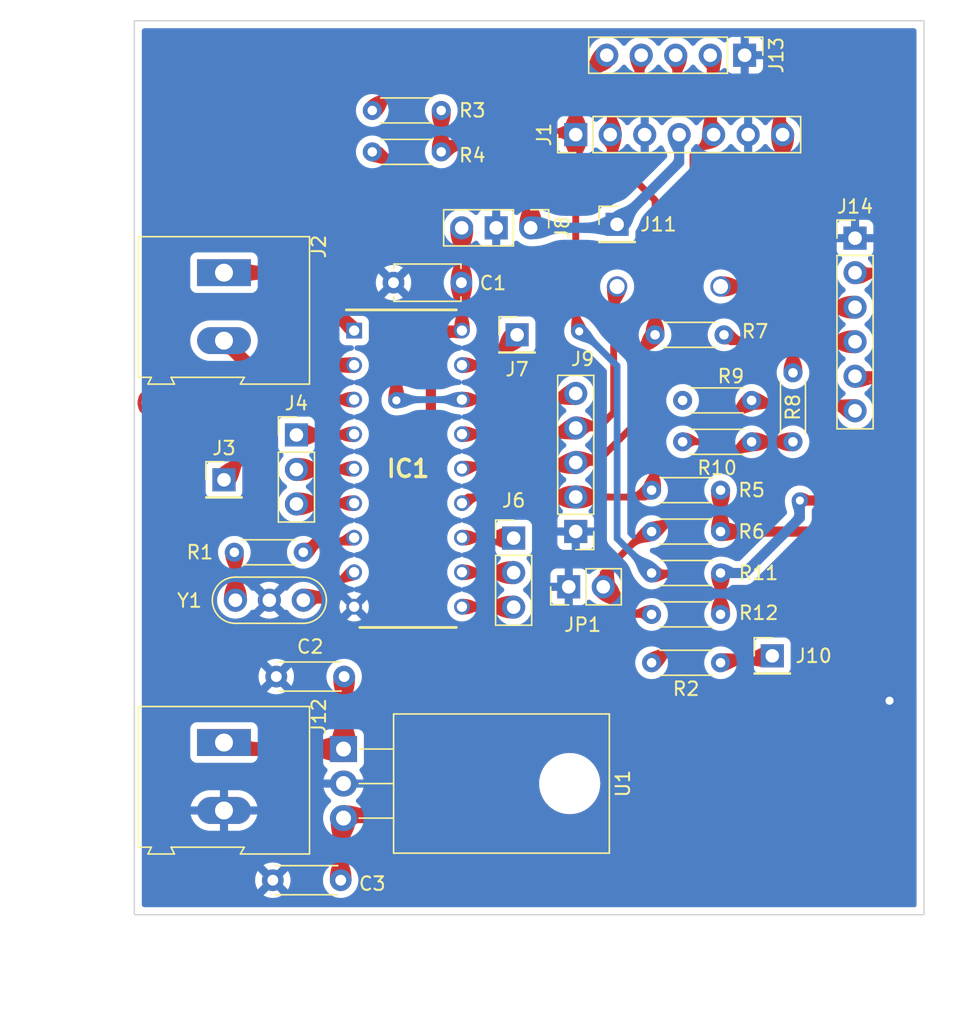
<source format=kicad_pcb>
(kicad_pcb (version 20211014) (generator pcbnew)
  (layers (0 "F.Cu" signal) (31 "B.Cu" signal) (34 "B.Paste" user) (35 "F.Paste" user) (36 "B.SilkS" user "B.Silkscreen") (37 "F.SilkS" user "F.Silkscreen") (38 "B.Mask" user) (39 "F.Mask" user) (44 "Edge.Cuts" user))
  (net 0 "")
  (net 1 "GND")
  (net 2 "+12V")
  (net 3 "+5V")
  (net 4 "Net-(IC1-Pad1)")
  (net 5 "Net-(IC1-Pad2)")
  (net 6 "Net-(IC1-Pad3)")
  (net 7 "Net-(IC1-Pad4)")
  (net 8 "Net-(IC1-Pad5)")
  (net 9 "Net-(IC1-Pad6)")
  (net 10 "Net-(IC1-Pad7)")
  (net 11 "Net-(IC1-Pad8)")
  (net 12 "Net-(IC1-Pad10)")
  (net 13 "Net-(IC1-Pad11)")
  (net 14 "Net-(IC1-Pad12)")
  (net 15 "SPI_CLK")
  (net 16 "SPI_MOSI")
  (net 17 "SPI_MISO")
  (net 18 "SPI_SS")
  (net 19 "Net-(IC1-Pad17)")
  (net 20 "/SS")
  (net 21 "+3V3")
  (net 22 "Net-(R1-Pad1)")
  (net 23 "Net-(JP1-Pad2)")
  (net 24 "Net-(J14-Pad2)")
  (net 25 "Net-(J14-Pad4)")
  (net 26 "Net-(J14-Pad5)")
  (net 27 "Net-(J14-Pad6)")
  (footprint "TerminalBlock:TerminalBlock_Altech_AK300-2_P5.00mm" (layer "F.Cu") (at 42.418 136.935 -90)
    (fp_text reference "J12")
    (fp_text value "Screw_Terminal_01x02")
  )
  (footprint "Resistor_THT:R_Axial_DIN0204_L3.6mm_D1.6mm_P5.08mm_Horizontal" (layer "F.Cu") (at 84.328 114.808 90)
    (fp_text reference "R8")
    (fp_text value "R_Small")
  )
  (footprint "Connector_PinHeader_2.54mm:PinHeader_1x02_P2.54mm_Vertical" (layer "F.Cu") (at 67.813 125.476 90)
    (fp_text reference "JP1")
    (fp_text value "Jumper_2_Open")
  )
  (footprint "Connector_PinHeader_2.54mm:PinHeader_1x06_P2.54mm_Vertical" (layer "F.Cu") (at 88.9 99.822)
    (fp_text reference "J14")
    (fp_text value "SPI_AVR")
  )
  (footprint "SamacSys_Parts:DIP794W56P254L2286H533Q18N" (layer "F.Cu") (at 55.975 116.782)
    (fp_text reference "IC1")
    (fp_text value "MCP2515-I_P" hide)
  )
  (footprint "Resistor_THT:R_Axial_DIN0204_L3.6mm_D1.6mm_P5.08mm_Horizontal" (layer "F.Cu") (at 58.42 93.472 180)
    (fp_text reference "R4")
    (fp_text value "4k7")
  )
  (footprint "Connector_PinHeader_2.54mm:PinHeader_1x05_P2.54mm_Vertical" (layer "F.Cu") (at 68.326 121.407 180)
    (fp_text reference "J9")
    (fp_text value "SPI1")
  )
  (footprint "Capacitor_THT:C_Disc_D4.3mm_W1.9mm_P5.00mm" (layer "F.Cu") (at 46.268 132.08)
    (fp_text reference "C2")
    (fp_text value "C_Small")
  )
  (footprint "Resistor_THT:R_Axial_DIN0204_L3.6mm_D1.6mm_P5.08mm_Horizontal" (layer "F.Cu") (at 73.914 127.508)
    (fp_text reference "R12")
    (fp_text value "R_Small")
  )
  (footprint "Connector_PinHeader_2.54mm:PinHeader_1x03_P2.54mm_Vertical" (layer "F.Cu") (at 47.752 114.3)
    (fp_text reference "J4")
    (fp_text value "Conn_01x03")
  )
  (footprint "Resistor_THT:R_Axial_DIN0204_L3.6mm_D1.6mm_P5.08mm_Horizontal" (layer "F.Cu") (at 78.994 118.364 180)
    (fp_text reference "R5")
    (fp_text value "R_Small")
  )
  (footprint "Connector_PinHeader_2.54mm:PinHeader_1x01_P2.54mm_Vertical" (layer "F.Cu") (at 71.374 98.806)
    (fp_text reference "J11")
    (fp_text value "Conn_01x01")
  )
  (footprint "Resistor_THT:R_Axial_DIN0204_L3.6mm_D1.6mm_P5.08mm_Horizontal" (layer "F.Cu") (at 81.28 111.76 180)
    (fp_text reference "R9")
    (fp_text value "R_Small")
  )
  (footprint "Resistor_THT:R_Axial_DIN0204_L3.6mm_D1.6mm_P5.08mm_Horizontal" (layer "F.Cu") (at 58.42 90.424 180)
    (fp_text reference "R3")
    (fp_text value "4k7")
  )
  (footprint "TerminalBlock:TerminalBlock_Altech_AK300-2_P5.00mm" (layer "F.Cu") (at 42.418 102.362 -90)
    (fp_text reference "J2")
    (fp_text value "Screw_Terminal_01x02")
  )
  (footprint "Resistor_THT:R_Axial_DIN0204_L3.6mm_D1.6mm_P5.08mm_Horizontal" (layer "F.Cu") (at 81.28 114.808 180)
    (fp_text reference "R10")
    (fp_text value "R_Small")
  )
  (footprint "Resistor_THT:R_Axial_DIN0204_L3.6mm_D1.6mm_P5.08mm_Horizontal" (layer "F.Cu") (at 43.18 122.936)
    (fp_text reference "R1")
    (fp_text value "R_Small")
  )
  (footprint "Resistor_THT:R_Axial_DIN0204_L3.6mm_D1.6mm_P5.08mm_Horizontal" (layer "F.Cu") (at 73.914 121.412)
    (fp_text reference "R6")
    (fp_text value "R_Small")
  )
  (footprint "Resistor_THT:R_Axial_DIN0204_L3.6mm_D1.6mm_P5.08mm_Horizontal" (layer "F.Cu") (at 79.248 106.934 180)
    (fp_text reference "R7")
    (fp_text value "R_Small")
  )
  (footprint "Capacitor_THT:C_Disc_D4.7mm_W2.5mm_P5.00mm" (layer "F.Cu") (at 59.904 103.095 180)
    (fp_text reference "C1")
    (fp_text value "100n")
  )
  (footprint "Connector_PinHeader_2.54mm:PinHeader_1x03_P2.54mm_Vertical" (layer "F.Cu") (at 63.754 121.891)
    (fp_text reference "J6")
    (fp_text value "Conn_01x03")
  )
  (footprint "Crystal:Resonator_Murata_CSTLSxxxG-3Pin_W8.0mm_H3.0mm" (layer "F.Cu") (at 48.26 126.463 180)
    (fp_text reference "Y1")
    (fp_text value "Resonator_Small")
  )
  (footprint "Connector_PinHeader_2.54mm:PinHeader_1x01_P2.54mm_Vertical" (layer "F.Cu") (at 64.008 106.934)
    (fp_text reference "J7")
    (fp_text value "Conn_01x01")
  )
  (footprint "Connector_PinHeader_2.54mm:PinHeader_1x01_P2.54mm_Vertical" (layer "F.Cu") (at 42.418 117.602)
    (fp_text reference "J3")
    (fp_text value "Conn_01x01")
  )
  (footprint "Resistor_THT:R_Axial_DIN0204_L3.6mm_D1.6mm_P5.08mm_Horizontal" (layer "F.Cu") (at 78.994 124.46 180)
    (fp_text reference "R11")
    (fp_text value "R_Small")
  )
  (footprint "Connector_PinHeader_2.54mm:PinHeader_1x03_P2.54mm_Vertical" (layer "F.Cu") (at 65.009 99.06 -90)
    (fp_text reference "J8")
    (fp_text value "power")
  )
  (footprint "Resistor_THT:R_Axial_DIN0204_L3.6mm_D1.6mm_P5.08mm_Horizontal" (layer "F.Cu") (at 78.994 131.064 180)
    (fp_text reference "R2")
    (fp_text value "10k")
  )
  (footprint "Connector_PinHeader_2.54mm:PinHeader_1x05_P2.54mm_Vertical" (layer "F.Cu") (at 80.772 86.36 -90)
    (fp_text reference "J13")
    (fp_text value "SPI2")
  )
  (footprint "Capacitor_THT:C_Disc_D4.3mm_W1.9mm_P5.00mm" (layer "F.Cu") (at 51.014 147.066 180)
    (fp_text reference "C3")
    (fp_text value "C_Small")
  )
  (footprint "Package_TO_SOT_THT:TO-220-3_Horizontal_TabDown" (layer "F.Cu") (at 51.222 137.414 -90)
    (fp_text reference "U1")
    (fp_text value "LF50_TO220")
  )
  (footprint "Connector_PinHeader_2.54mm:PinHeader_1x07_P2.54mm_Vertical" (layer "F.Cu") (at 68.326 92.202 90)
    (fp_text reference "J1")
    (fp_text value "SD_crd")
  )
  (footprint "Connector_PinHeader_2.54mm:PinHeader_1x01_P2.54mm_Vertical" (layer "F.Cu") (at 82.804 130.556)
    (fp_text reference "J10")
    (fp_text value "Conn_01x01")
  )
  (gr_rect (start 35.814 149.606) (end 93.98 83.82) (layer "Edge.Cuts") (width 0.1) (fill none))
  (gr_text "3V3" (at 65.278 102.108) (layer "F.Cu") (effects (font (size 1.5 1.5) (thickness 0.3))))
  (gr_text "BEIA" (at 40.132 90.678 270) (layer "F.Cu") (effects (font (size 3 3) (thickness 0.5))))
  (gr_text "12V" (at 39.878 132.842) (layer "F.Cu") (effects (font (size 1.5 1.5) (thickness 0.3))))
  (gr_text "CAN_TX\n" (at 41.91 98.298) (layer "F.Cu") (effects (font (size 1.5 1.5) (thickness 0.3))))
  (gr_text "5V" (at 59.69 96.266) (layer "F.Cu") (effects (font (size 1.5 1.5) (thickness 0.3))))
  (gr_text "GND" (at 39.878 146.812) (layer "F.Cu") (effects (font (size 1.5 1.5) (thickness 0.3))))
  (gr_text "CAN_RX" (at 40.132 112.014) (layer "F.Cu") (effects (font (size 1.5 1.5) (thickness 0.3))))
  (via (at 91.44 133.858) (size 1.2) (drill 0.6) (layers "F.Cu" "B.Cu") (net 1))
  (segment (start 51.268 137.368) (end 51.222 137.414) (width 1) (layer "F.Cu") (net 2))
  (segment (start 42.897 137.414) (end 51.222 137.414) (width 1) (layer "F.Cu") (net 2))
  (segment (start 42.418 136.935) (end 42.897 137.414) (width 1) (layer "F.Cu") (net 2))
  (segment (start 51.268 132.08) (end 51.268 137.368) (width 1) (layer "F.Cu") (net 2))
  (segment (start 52.832 142.494) (end 53.848 141.478) (width 0.75) (layer "F.Cu") (net 3))
  (segment (start 57.658 107.95) (end 58.986 106.622) (width 0.75) (layer "F.Cu") (net 3))
  (segment (start 58.986 106.622) (end 59.944 106.622) (width 0.75) (layer "F.Cu") (net 3))
  (segment (start 53.848 132.334) (end 57.658 128.524) (width 0.75) (layer "F.Cu") (net 3))
  (segment (start 51.014 147.066) (end 51.014 142.702) (width 0.75) (layer "F.Cu") (net 3))
  (segment (start 59.929 103.07) (end 59.904 103.095) (width 0.75) (layer "F.Cu") (net 3))
  (segment (start 59.929 99.06) (end 59.929 103.07) (width 0.75) (layer "F.Cu") (net 3))
  (segment (start 59.944 106.622) (end 59.944 103.135) (width 0.75) (layer "F.Cu") (net 3))
  (segment (start 57.658 128.524) (end 57.658 107.95) (width 0.75) (layer "F.Cu") (net 3))
  (segment (start 51.222 142.494) (end 52.832 142.494) (width 0.75) (layer "F.Cu") (net 3))
  (segment (start 51.014 142.702) (end 51.222 142.494) (width 0.75) (layer "F.Cu") (net 3))
  (segment (start 59.944 103.135) (end 59.904 103.095) (width 0.75) (layer "F.Cu") (net 3))
  (segment (start 53.848 141.478) (end 53.848 132.334) (width 0.75) (layer "F.Cu") (net 3))
  (segment (start 42.418 102.362) (end 47.746 102.362) (width 1) (layer "F.Cu") (net 4))
  (segment (start 47.746 102.362) (end 52.006 106.622) (width 1) (layer "F.Cu") (net 4))
  (segment (start 52.006 109.162) (end 44.218 109.162) (width 1) (layer "F.Cu") (net 5))
  (segment (start 44.218 109.162) (end 42.418 107.362) (width 1) (layer "F.Cu") (net 5))
  (segment (start 46.54 111.702) (end 52.006 111.702) (width 0.5) (layer "F.Cu") (net 6))
  (segment (start 42.418 117.602) (end 42.672 117.348) (width 0.5) (layer "F.Cu") (net 6))
  (segment (start 42.672 117.348) (end 42.672 117.094) (width 0.5) (layer "F.Cu") (net 6))
  (segment (start 45.466 114.3) (end 45.466 112.776) (width 0.5) (layer "F.Cu") (net 6))
  (segment (start 45.466 112.776) (end 46.54 111.702) (width 0.5) (layer "F.Cu") (net 6))
  (segment (start 42.672 117.094) (end 45.466 114.3) (width 0.5) (layer "F.Cu") (net 6))
  (segment (start 47.752 114.3) (end 51.948 114.3) (width 0.5) (layer "F.Cu") (net 7))
  (segment (start 51.948 114.3) (end 52.006 114.242) (width 0.5) (layer "F.Cu") (net 7))
  (segment (start 51.948 116.84) (end 52.006 116.782) (width 0.5) (layer "F.Cu") (net 8))
  (segment (start 47.752 116.84) (end 51.948 116.84) (width 0.5) (layer "F.Cu") (net 8))
  (segment (start 52.006 119.322) (end 47.81 119.322) (width 0.5) (layer "F.Cu") (net 9))
  (segment (start 47.81 119.322) (end 47.752 119.38) (width 0.5) (layer "F.Cu") (net 9))
  (segment (start 48.26 122.936) (end 49.022 122.174) (width 0.5) (layer "F.Cu") (net 10))
  (segment (start 51.694 122.174) (end 52.006 121.862) (width 0.5) (layer "F.Cu") (net 10))
  (segment (start 49.022 122.174) (end 51.694 122.174) (width 0.5) (layer "F.Cu") (net 10))
  (segment (start 49.559 126.463) (end 51.62 124.402) (width 0.5) (layer "F.Cu") (net 11))
  (segment (start 48.26 126.463) (end 49.559 126.463) (width 0.5) (layer "F.Cu") (net 11))
  (segment (start 51.62 124.402) (end 52.006 124.402) (width 0.5) (layer "F.Cu") (net 11))
  (segment (start 63.725 126.942) (end 63.754 126.971) (width 0.5) (layer "F.Cu") (net 12))
  (segment (start 59.944 126.942) (end 63.725 126.942) (width 0.5) (layer "F.Cu") (net 12))
  (segment (start 59.973 124.431) (end 59.944 124.402) (width 0.5) (layer "F.Cu") (net 13))
  (segment (start 63.754 124.431) (end 59.973 124.431) (width 0.5) (layer "F.Cu") (net 13))
  (segment (start 63.725 121.862) (end 63.754 121.891) (width 0.5) (layer "F.Cu") (net 14))
  (segment (start 59.944 121.862) (end 63.725 121.862) (width 0.5) (layer "F.Cu") (net 14))
  (segment (start 73.914 118.364) (end 73.406 118.872) (width 0.5) (layer "F.Cu") (net 15))
  (segment (start 78.486 90.932) (end 78.486 92.202) (width 0.5) (layer "F.Cu") (net 15))
  (segment (start 78.486 92.202) (end 76.962 93.726) (width 0.5) (layer "F.Cu") (net 15))
  (segment (start 76.962 107.442) (end 74.168 110.236) (width 0.5) (layer "F.Cu") (net 15))
  (segment (start 74.168 118.11) (end 73.914 118.364) (width 0.5) (layer "F.Cu") (net 15))
  (segment (start 68.331 118.872) (end 68.326 118.867) (width 0.5) (layer "F.Cu") (net 15))
  (segment (start 60.399 118.867) (end 59.944 119.322) (width 0.5) (layer "F.Cu") (net 15))
  (segment (start 76.962 93.726) (end 76.962 107.442) (width 0.5) (layer "F.Cu") (net 15))
  (segment (start 73.406 118.872) (end 68.331 118.872) (width 0.5) (layer "F.Cu") (net 15))
  (segment (start 68.326 118.867) (end 60.399 118.867) (width 0.5) (layer "F.Cu") (net 15))
  (segment (start 75.692 86.36) (end 75.692 88.138) (width 0.5) (layer "F.Cu") (net 15))
  (segment (start 74.168 110.236) (end 74.168 118.11) (width 0.5) (layer "F.Cu") (net 15))
  (segment (start 75.692 88.138) (end 78.486 90.932) (width 0.5) (layer "F.Cu") (net 15))
  (segment (start 68.326 116.327) (end 69.855 116.327) (width 0.5) (layer "F.Cu") (net 16))
  (segment (start 70.866 93.726) (end 70.866 92.202) (width 0.5) (layer "F.Cu") (net 16))
  (segment (start 72.644 113.538) (end 72.644 108.585) (width 0.5) (layer "F.Cu") (net 16))
  (segment (start 73.152 88.138) (end 70.866 90.424) (width 0.5) (layer "F.Cu") (net 16))
  (segment (start 59.944 116.782) (end 60.14 116.586) (width 0.5) (layer "F.Cu") (net 16))
  (segment (start 69.855 116.327) (end 72.644 113.538) (width 0.5) (layer "F.Cu") (net 16))
  (segment (start 74.168 107.061) (end 74.168 106.934) (width 0.5) (layer "F.Cu") (net 16))
  (segment (start 60.14 116.586) (end 68.067 116.586) (width 0.5) (layer "F.Cu") (net 16))
  (segment (start 70.866 90.424) (end 70.866 92.202) (width 0.5) (layer "F.Cu") (net 16))
  (segment (start 73.152 86.36) (end 73.152 88.138) (width 0.5) (layer "F.Cu") (net 16))
  (segment (start 72.644 108.585) (end 74.168 107.061) (width 0.5) (layer "F.Cu") (net 16))
  (segment (start 68.067 116.586) (end 68.326 116.327) (width 0.5) (layer "F.Cu") (net 16))
  (segment (start 74.168 106.934) (end 74.168 97.028) (width 0.5) (layer "F.Cu") (net 16))
  (segment (start 74.168 97.028) (end 70.866 93.726) (width 0.5) (layer "F.Cu") (net 16))
  (segment (start 71.374 103.378) (end 71.12 103.632) (width 0.5) (layer "F.Cu") (net 17))
  (segment (start 67.871 114.242) (end 68.326 113.787) (width 0.5) (layer "F.Cu") (net 17))
  (segment (start 71.12 103.632) (end 71.12 112.649) (width 0.5) (layer "F.Cu") (net 17))
  (segment (start 83.566 90.932) (end 83.566 92.202) (width 0.5) (layer "F.Cu") (net 17))
  (segment (start 78.994 103.378) (end 83.566 103.378) (width 0.5) (layer "F.Cu") (net 17))
  (segment (start 83.566 102.616) (end 83.566 101.854) (width 0.5) (layer "F.Cu") (net 17))
  (segment (start 59.944 114.242) (end 67.871 114.242) (width 0.5) (layer "F.Cu") (net 17))
  (segment (start 82.296 89.662) (end 83.566 90.932) (width 0.5) (layer "F.Cu") (net 17))
  (segment (start 88.9 104.902) (end 85.344 104.902) (width 0.5) (layer "F.Cu") (net 17))
  (segment (start 83.566 103.378) (end 83.566 102.616) (width 0.5) (layer "F.Cu") (net 17))
  (segment (start 71.12 112.649) (end 69.982 113.787) (width 0.5) (layer "F.Cu") (net 17))
  (segment (start 78.232 87.63) (end 80.264 89.662) (width 0.5) (layer "F.Cu") (net 17))
  (segment (start 80.264 89.662) (end 82.296 89.662) (width 0.5) (layer "F.Cu") (net 17))
  (segment (start 85.344 104.902) (end 83.566 103.124) (width 0.5) (layer "F.Cu") (net 17))
  (segment (start 69.982 113.787) (end 68.326 113.787) (width 0.5) (layer "F.Cu") (net 17))
  (segment (start 83.566 101.854) (end 83.566 92.202) (width 0.5) (layer "F.Cu") (net 17))
  (segment (start 78.232 86.36) (end 78.232 87.63) (width 0.5) (layer "F.Cu") (net 17))
  (segment (start 83.566 103.124) (end 83.566 102.616) (width 0.5) (layer "F.Cu") (net 17))
  (via (at 78.994 103.378) (size 1.5) (drill 1.1) (layers "F.Cu" "B.Cu") (net 17))
  (via (at 71.374 103.378) (size 1.5) (drill 1.1) (layers "F.Cu" "B.Cu") (net 17))
  (segment (start 53.848 93.472) (end 53.34 93.472) (width 0.75) (layer "F.Cu") (net 18))
  (segment (start 56.896 96.52) (end 53.848 93.472) (width 0.75) (layer "F.Cu") (net 18))
  (segment (start 55.118 111.76) (end 55.118 107.569) (width 0.75) (layer "F.Cu") (net 18))
  (segment (start 67.871 111.702) (end 68.326 111.247) (width 0.5) (layer "F.Cu") (net 18))
  (segment (start 56.896 105.791) (end 56.896 96.52) (width 0.75) (layer "F.Cu") (net 18))
  (segment (start 55.118 107.569) (end 56.896 105.791) (width 0.75) (layer "F.Cu") (net 18))
  (segment (start 59.944 111.702) (end 67.871 111.702) (width 0.5) (layer "F.Cu") (net 18))
  (via (at 55.118 111.76) (size 1.2) (drill 0.6) (layers "F.Cu" "B.Cu") (net 18))
  (segment (start 55.118 111.76) (end 55.176 111.702) (width 0.5) (layer "B.Cu") (net 18))
  (segment (start 55.176 111.702) (end 59.944 111.702) (width 0.5) (layer "B.Cu") (net 18))
  (segment (start 59.944 109.162) (end 61.78 109.162) (width 0.5) (layer "F.Cu") (net 19))
  (segment (start 61.78 109.162) (end 64.008 106.934) (width 0.5) (layer "F.Cu") (net 19))
  (segment (start 68.326 92.202) (end 68.326 88.646) (width 0.5) (layer "F.Cu") (net 20))
  (segment (start 56.134 87.63) (end 61.976 87.63) (width 0.5) (layer "F.Cu") (net 20))
  (segment (start 53.34 90.424) (end 56.134 87.63) (width 0.5) (layer "F.Cu") (net 20))
  (segment (start 68.326 106.426) (end 68.326 92.202) (width 0.5) (layer "F.Cu") (net 20))
  (segment (start 75.438 124.46) (end 76.2 125.222) (width 0.5) (layer "F.Cu") (net 20))
  (segment (start 76.2 125.222) (end 76.2 129.032) (width 0.5) (layer "F.Cu") (net 20))
  (segment (start 76.2 129.032) (end 74.168 131.064) (width 0.5) (layer "F.Cu") (net 20))
  (segment (start 61.976 87.63) (end 66.548 92.202) (width 0.5) (layer "F.Cu") (net 20))
  (segment (start 68.58 106.68) (end 68.326 106.426) (width 0.5) (layer "F.Cu") (net 20))
  (segment (start 68.326 88.646) (end 70.612 86.36) (width 0.5) (layer "F.Cu") (net 20))
  (segment (start 74.168 131.064) (end 73.914 131.064) (width 0.5) (layer "F.Cu") (net 20))
  (segment (start 73.914 124.46) (end 75.438 124.46) (width 0.5) (layer "F.Cu") (net 20))
  (segment (start 66.548 92.202) (end 68.326 92.202) (width 0.5) (layer "F.Cu") (net 20))
  (via (at 68.58 106.68) (size 1.2) (drill 0.6) (layers "F.Cu" "B.Cu") (net 20))
  (segment (start 68.58 106.68) (end 68.834 106.68) (width 0.5) (layer "B.Cu") (net 20))
  (segment (start 71.374 109.22) (end 71.374 121.92) (width 0.5) (layer "B.Cu") (net 20))
  (segment (start 68.834 106.68) (end 71.374 109.22) (width 0.5) (layer "B.Cu") (net 20))
  (segment (start 71.374 121.92) (end 73.914 124.46) (width 0.5) (layer "B.Cu") (net 20))
  (segment (start 79.248 130.81) (end 82.55 130.81) (width 0.75) (layer "F.Cu") (net 21))
  (segment (start 78.994 131.064) (end 79.248 130.81) (width 0.75) (layer "F.Cu") (net 21))
  (segment (start 82.55 130.81) (end 82.804 130.556) (width 0.75) (layer "F.Cu") (net 21))
  (segment (start 65.009 99.06) (end 65.009 96.251) (width 0.75) (layer "F.Cu") (net 21))
  (segment (start 65.009 96.251) (end 61.722 92.964) (width 0.75) (layer "F.Cu") (net 21))
  (segment (start 58.42 90.424) (end 58.42 93.472) (width 0.75) (layer "F.Cu") (net 21))
  (segment (start 58.928 92.964) (end 58.42 93.472) (width 0.75) (layer "F.Cu") (net 21))
  (segment (start 61.722 92.964) (end 58.928 92.964) (width 0.75) (layer "F.Cu") (net 21))
  (segment (start 75.946 94.234) (end 71.12 99.06) (width 0.75) (layer "B.Cu") (net 21))
  (segment (start 71.12 99.06) (end 65.009 99.06) (width 0.75) (layer "B.Cu") (net 21))
  (segment (start 75.946 92.202) (end 75.946 94.234) (width 0.75) (layer "B.Cu") (net 21))
  (segment (start 43.26 123.016) (end 43.26 126.463) (width 0.5) (layer "F.Cu") (net 22))
  (segment (start 43.18 122.936) (end 43.26 123.016) (width 0.5) (layer "F.Cu") (net 22))
  (segment (start 72.385 127.508) (end 73.914 127.508) (width 0.5) (layer "F.Cu") (net 23))
  (segment (start 70.353 125.476) (end 72.385 127.508) (width 0.5) (layer "F.Cu") (net 23))
  (segment (start 76.454 119.38) (end 74.422 121.412) (width 0.5) (layer "F.Cu") (net 23))
  (segment (start 84.328 114.808) (end 81.28 114.808) (width 0.5) (layer "F.Cu") (net 23))
  (segment (start 73.406 121.412) (end 70.353 124.465) (width 0.5) (layer "F.Cu") (net 23))
  (segment (start 79.121 116.459) (end 77.851 116.459) (width 0.5) (layer "F.Cu") (net 23))
  (segment (start 77.851 116.459) (end 76.454 117.856) (width 0.5) (layer "F.Cu") (net 23))
  (segment (start 81.28 114.808) (end 80.772 114.808) (width 0.5) (layer "F.Cu") (net 23))
  (segment (start 74.422 121.412) (end 73.914 121.412) (width 0.5) (layer "F.Cu") (net 23))
  (segment (start 70.353 124.465) (end 70.353 125.476) (width 0.5) (layer "F.Cu") (net 23))
  (segment (start 76.454 117.856) (end 76.454 119.38) (width 0.5) (layer "F.Cu") (net 23))
  (segment (start 73.914 121.412) (end 73.406 121.412) (width 0.5) (layer "F.Cu") (net 23))
  (segment (start 80.772 114.808) (end 79.121 116.459) (width 0.5) (layer "F.Cu") (net 23))
  (segment (start 78.994 121.412) (end 78.994 118.364) (width 0.75) (layer "F.Cu") (net 24))
  (segment (start 88.9 102.362) (end 90.932 102.362) (width 0.75) (layer "F.Cu") (net 24))
  (segment (start 90.932 102.362) (end 92.456 103.886) (width 0.75) (layer "F.Cu") (net 24))
  (segment (start 87.884 121.412) (end 78.994 121.412) (width 0.75) (layer "F.Cu") (net 24))
  (segment (start 92.456 103.886) (end 92.456 116.84) (width 0.75) (layer "F.Cu") (net 24))
  (segment (start 92.456 116.84) (end 87.884 121.412) (width 0.75) (layer "F.Cu") (net 24))
  (segment (start 79.756 107.442) (end 84.328 107.442) (width 0.5) (layer "F.Cu") (net 25))
  (segment (start 84.328 107.442) (end 88.9 107.442) (width 0.5) (layer "F.Cu") (net 25))
  (segment (start 79.248 106.934) (end 79.756 107.442) (width 0.5) (layer "F.Cu") (net 25))
  (segment (start 84.328 109.728) (end 84.328 107.442) (width 0.5) (layer "F.Cu") (net 25))
  (segment (start 78.994 124.46) (end 78.994 127.508) (width 0.5) (layer "F.Cu") (net 26))
  (segment (start 86.614 119.126) (end 84.836 119.126) (width 0.75) (layer "F.Cu") (net 26))
  (segment (start 88.9 109.982) (end 90.17 109.982) (width 0.75) (layer "F.Cu") (net 26))
  (segment (start 90.932 114.808) (end 86.614 119.126) (width 0.75) (layer "F.Cu") (net 26))
  (segment (start 90.17 109.982) (end 90.932 110.744) (width 0.75) (layer "F.Cu") (net 26))
  (segment (start 90.932 110.744) (end 90.932 114.808) (width 0.75) (layer "F.Cu") (net 26))
  (via (at 84.836 119.126) (size 1.2) (drill 0.6) (layers "F.Cu" "B.Cu") (net 26))
  (segment (start 84.836 120.396) (end 80.772 124.46) (width 0.75) (layer "B.Cu") (net 26))
  (segment (start 84.836 119.126) (end 84.836 120.396) (width 0.75) (layer "B.Cu") (net 26))
  (segment (start 80.772 124.46) (end 78.994 124.46) (width 0.75) (layer "B.Cu") (net 26))
  (segment (start 81.026 111.76) (end 81.28 111.76) (width 0.5) (layer "F.Cu") (net 27))
  (segment (start 88.392 112.014) (end 88.9 112.522) (width 0.5) (layer "F.Cu") (net 27))
  (segment (start 76.2 114.808) (end 77.978 114.808) (width 0.5) (layer "F.Cu") (net 27))
  (segment (start 81.28 111.76) (end 81.534 112.014) (width 0.5) (layer "F.Cu") (net 27))
  (segment (start 77.978 114.808) (end 81.026 111.76) (width 0.5) (layer "F.Cu") (net 27))
  (segment (start 81.534 112.014) (end 88.392 112.014) (width 0.5) (layer "F.Cu") (net 27))
  (zone (net 8) (net_name "Net-(IC1-Pad5)") (layer "F.Cu") (priority 16962) (connect_pads yes (clearance 0)) (min_thickness 0.0254) (fill yes (thermal_gap 0.508) (thermal_bridge_width 0.508))
    (polygon (pts (xy 50.269 117.09) (xy 50.39433 117.091968) (xy 50.507509 117.097602) (xy 50.609887 117.106493) (xy 50.702812 117.118236) (xy 50.787637 117.132421) (xy 50.865711 117.148643) (xy 50.938384 117.166495) (xy 51.007006 117.185568) (xy 51.072928 117.205455) (xy 51.1375 117.22575) (xy 51.202071 117.246044) (xy 51.267993 117.265932) (xy 51.336615 117.285004) (xy 51.409288 117.302856) (xy 51.487362 117.319078) (xy 51.572187 117.333264) (xy 51.665112 117.345006) (xy 51.76749 117.353898) (xy 51.880669 117.359531) (xy 52.006 117.3615) (xy 52.294302 116.753071) (xy 51.948141 116.205396) (xy 51.826086 116.219826) (xy 51.716127 116.237061) (xy 51.616916 116.25672) (xy 51.527105 116.278417) (xy 51.445347 116.301769) (xy 51.370294 116.326394) (xy 51.300598 116.351908) (xy 51.234913 116.377926) (xy 51.171891 116.404067) (xy 51.110184 116.429946) (xy 51.048445 116.45518) (xy 50.985326 116.479386) (xy 50.919479 116.50218) (xy 50.849558 116.523178) (xy 50.774215 116.541998) (xy 50.692101 116.558256) (xy 50.601871 116.571569) (xy 50.502175 116.581552) (xy 50.391667 116.587824) (xy 50.269 116.59)))
  )
  (zone (net 22) (net_name "Net-(R1-Pad1)") (layer "F.Cu") (priority 16962) (connect_pads yes (clearance 0)) (min_thickness 0.0254) (fill yes (thermal_gap 0.508) (thermal_bridge_width 0.508))
    (polygon (pts (xy 43.01 123.923) (xy 43.005649 124.108775) (xy 42.9932 124.275989) (xy 42.973549 124.426705) (xy 42.9476 124.562986) (xy 42.91625 124.686892) (xy 42.880399 124.800487) (xy 42.84095 124.905833) (xy 42.7988 125.004993) (xy 42.75485 125.100027) (xy 42.71 125.193) (xy 42.66515 125.285972) (xy 42.6212 125.381006) (xy 42.57905 125.480166) (xy 42.5396 125.585512) (xy 42.50375 125.699107) (xy 42.4724 125.823013) (xy 42.44645 125.959294) (xy 42.4268 126.11001) (xy 42.41435 126.277224) (xy 42.41 126.463) (xy 43.26 126.888) (xy 44.11 126.463) (xy 44.105649 126.277224) (xy 44.0932 126.11001) (xy 44.073549 125.959294) (xy 44.0476 125.823013) (xy 44.01625 125.699107) (xy 43.980399 125.585512) (xy 43.94095 125.480166) (xy 43.8988 125.381006) (xy 43.85485 125.285972) (xy 43.81 125.193) (xy 43.76515 125.100027) (xy 43.7212 125.004993) (xy 43.67905 124.905833) (xy 43.6396 124.800487) (xy 43.60375 124.686892) (xy 43.5724 124.562986) (xy 43.54645 124.426705) (xy 43.5268 124.275989) (xy 43.51435 124.108775) (xy 43.51 123.923)))
  )
  (zone (net 20) (net_name "/SS") (layer "F.Cu") (priority 16962) (connect_pads yes (clearance 0)) (min_thickness 0.0254) (fill yes (thermal_gap 0.508) (thermal_bridge_width 0.508))
    (polygon (pts (xy 68.576 94.742) (xy 68.58035 94.556224) (xy 68.5928 94.38901) (xy 68.612449 94.238294) (xy 68.6384 94.102013) (xy 68.66975 93.978107) (xy 68.705599 93.864512) (xy 68.74505 93.759166) (xy 68.7872 93.660006) (xy 68.83115 93.564972) (xy 68.876 93.472) (xy 68.92085 93.379027) (xy 68.9648 93.283993) (xy 69.00695 93.184833) (xy 69.0464 93.079487) (xy 69.08225 92.965892) (xy 69.1136 92.841986) (xy 69.13955 92.705705) (xy 69.1592 92.554989) (xy 69.17165 92.387775) (xy 69.176 92.202) (xy 68.326 91.777) (xy 67.476 92.202) (xy 67.48035 92.387775) (xy 67.4928 92.554989) (xy 67.512449 92.705705) (xy 67.5384 92.841986) (xy 67.56975 92.965892) (xy 67.605599 93.079487) (xy 67.64505 93.184833) (xy 67.6872 93.283993) (xy 67.73115 93.379027) (xy 67.776 93.472) (xy 67.82085 93.564972) (xy 67.8648 93.660006) (xy 67.90695 93.759166) (xy 67.9464 93.864512) (xy 67.98225 93.978107) (xy 68.0136 94.102013) (xy 68.03955 94.238294) (xy 68.0592 94.38901) (xy 68.07165 94.556224) (xy 68.076 94.742)))
  )
  (zone (net 3) (net_name "+5V") (layer "F.Cu") (priority 16962) (connect_pads yes (clearance 0)) (min_thickness 0.0254) (fill yes (thermal_gap 0.508) (thermal_bridge_width 0.508))
    (polygon (pts (xy 60.304 101.6) (xy 60.307443 101.415883) (xy 60.3173 101.249804) (xy 60.332856 101.099757) (xy 60.3534 100.963739) (xy 60.378218 100.839745) (xy 60.406599 100.725771) (xy 60.437831 100.619814) (xy 60.4712 100.519869) (xy 60.505993 100.423932) (xy 60.5415 100.33) (xy 60.577006 100.236067) (xy 60.6118 100.14013) (xy 60.645168 100.040185) (xy 60.6764 99.934228) (xy 60.704781 99.820254) (xy 60.7296 99.69626) (xy 60.750143 99.560242) (xy 60.7657 99.410195) (xy 60.775556 99.244116) (xy 60.779 99.06) (xy 59.929 98.635) (xy 59.079 99.06) (xy 59.082443 99.244116) (xy 59.0923 99.410195) (xy 59.107856 99.560242) (xy 59.1284 99.69626) (xy 59.153218 99.820254) (xy 59.181599 99.934228) (xy 59.212831 100.040185) (xy 59.2462 100.14013) (xy 59.280993 100.236067) (xy 59.3165 100.33) (xy 59.352006 100.423932) (xy 59.3868 100.519869) (xy 59.420168 100.619814) (xy 59.4514 100.725771) (xy 59.479781 100.839745) (xy 59.5046 100.963739) (xy 59.525143 101.099757) (xy 59.5407 101.249804) (xy 59.550556 101.415883) (xy 59.554 101.6)))
  )
  (zone (net 15) (net_name "SPI_CLK") (layer "F.Cu") (priority 16962) (connect_pads yes (clearance 0)) (min_thickness 0.0254) (fill yes (thermal_gap 0.508) (thermal_bridge_width 0.508))
    (polygon (pts (xy 73.918 116.31) (xy 73.915712 116.446414) (xy 73.908984 116.569156) (xy 73.898021 116.67969) (xy 73.883027 116.77948) (xy 73.864205 116.869993) (xy 73.841761 116.952693) (xy 73.815898 117.029045) (xy 73.78682 117.100514) (xy 73.754732 117.168566) (xy 73.719838 117.234665) (xy 73.682342 117.300276) (xy 73.642449 117.366865) (xy 73.600362 117.435897) (xy 73.556285 117.508836) (xy 73.510423 117.587148) (xy 73.462981 117.672298) (xy 73.414161 117.765751) (xy 73.364169 117.868971) (xy 73.313209 117.983425) (xy 73.261485 118.110577) (xy 73.787289 118.690257) (xy 74.614 118.364) (xy 74.612579 118.216797) (xy 74.608512 118.083648) (xy 74.602092 117.962991) (xy 74.593616 117.853264) (xy 74.583375 117.752906) (xy 74.571663 117.660356) (xy 74.558777 117.574052) (xy 74.545008 117.492432) (xy 74.530651 117.413935) (xy 74.516 117.337) (xy 74.501349 117.260064) (xy 74.486992 117.181567) (xy 74.473223 117.099947) (xy 74.460336 117.013643) (xy 74.448625 116.921093) (xy 74.438384 116.820735) (xy 74.429907 116.711008) (xy 74.423488 116.590351) (xy 74.419421 116.457202) (xy 74.418 116.31)))
  )
  (zone (net 23) (net_name "Net-(JP1-Pad2)") (layer "F.Cu") (priority 16962) (connect_pads yes (clearance 0)) (min_thickness 0.0254) (fill yes (thermal_gap 0.508) (thermal_bridge_width 0.508))
    (polygon (pts (xy 72.416052 122.755502) (xy 72.508146 122.666102) (xy 72.594046 122.588249) (xy 72.674636 122.521003) (xy 72.750799 122.463423) (xy 72.823421 122.414571) (xy 72.893385 122.373505) (xy 72.961575 122.339285) (xy 73.028876 122.310973) (xy 73.096172 122.287627) (xy 73.164347 122.268308) (xy 73.234285 122.252075) (xy 73.306871 122.237989) (xy 73.382989 122.22511) (xy 73.463522 122.212497) (xy 73.549355 122.199211) (xy 73.641372 122.184312) (xy 73.740458 122.166859) (xy 73.847497 122.145912) (xy 73.963372 122.120532) (xy 74.088969 122.089779) (xy 74.252889 121.324516) (xy 73.419026 120.917026) (xy 73.317994 121.018988) (xy 73.227448 121.112198) (xy 73.146223 121.197628) (xy 73.073154 121.27625) (xy 73.007075 121.349037) (xy 72.946822 121.416962) (xy 72.891229 121.480997) (xy 72.839132 121.542114) (xy 72.789364 121.601286) (xy 72.740762 121.659486) (xy 72.69216 121.717686) (xy 72.642392 121.776858) (xy 72.590295 121.837975) (xy 72.534702 121.90201) (xy 72.474448 121.969935) (xy 72.40837 122.042722) (xy 72.3353 122.121345) (xy 72.254075 122.206775) (xy 72.163529 122.299985) (xy 72.062498 122.401948)))
  )
  (zone (net 9) (net_name "Net-(IC1-Pad6)") (layer "F.Cu") (priority 16962) (connect_pads yes (clearance 0)) (min_thickness 0.0254) (fill yes (thermal_gap 0.508) (thermal_bridge_width 0.508))
    (polygon (pts (xy 50.277 119.572) (xy 50.402402 119.574388) (xy 50.515504 119.581226) (xy 50.617672 119.592017) (xy 50.710272 119.606268) (xy 50.794672 119.623484) (xy 50.872238 119.643171) (xy 50.944337 119.664836) (xy 51.012336 119.687984) (xy 51.077601 119.712119) (xy 51.1415 119.73675) (xy 51.205398 119.76138) (xy 51.270663 119.785516) (xy 51.338662 119.808663) (xy 51.410761 119.830328) (xy 51.488327 119.850015) (xy 51.572727 119.867232) (xy 51.665327 119.881482) (xy 51.767495 119.892274) (xy 51.880597 119.899111) (xy 52.006 119.9015) (xy 52.29575 119.322) (xy 52.006 118.7425) (xy 51.880597 118.744888) (xy 51.767495 118.751726) (xy 51.665327 118.762517) (xy 51.572727 118.776768) (xy 51.488327 118.793984) (xy 51.410761 118.813671) (xy 51.338662 118.835336) (xy 51.270663 118.858484) (xy 51.205398 118.882619) (xy 51.1415 118.90725) (xy 51.077601 118.93188) (xy 51.012336 118.956016) (xy 50.944337 118.979163) (xy 50.872238 119.000828) (xy 50.794672 119.020515) (xy 50.710272 119.037732) (xy 50.617672 119.051982) (xy 50.515504 119.062774) (xy 50.402402 119.069611) (xy 50.277 119.072)))
  )
  (zone (net 12) (net_name "Net-(IC1-Pad10)") (layer "F.Cu") (priority 16962) (connect_pads yes (clearance 0)) (min_thickness 0.0254) (fill yes (thermal_gap 0.508) (thermal_bridge_width 0.508))
    (polygon (pts (xy 61.673 126.692) (xy 61.547597 126.689611) (xy 61.434495 126.682774) (xy 61.332327 126.671982) (xy 61.239727 126.657732) (xy 61.155327 126.640515) (xy 61.077761 126.620827) (xy 61.005662 126.599163) (xy 60.937663 126.576016) (xy 60.872398 126.55188) (xy 60.8085 126.52725) (xy 60.744601 126.502619) (xy 60.679336 126.478484) (xy 60.611337 126.455336) (xy 60.539238 126.433672) (xy 60.461672 126.413984) (xy 60.377272 126.396768) (xy 60.284672 126.382517) (xy 60.182504 126.371726) (xy 60.069402 126.364888) (xy 59.944 126.3625) (xy 59.65425 126.942) (xy 59.944 127.5215) (xy 60.069402 127.519111) (xy 60.182504 127.512274) (xy 60.284672 127.501482) (xy 60.377272 127.487232) (xy 60.461672 127.470015) (xy 60.539238 127.450327) (xy 60.611337 127.428663) (xy 60.679336 127.405516) (xy 60.744601 127.38138) (xy 60.8085 127.35675) (xy 60.872398 127.332119) (xy 60.937663 127.307984) (xy 61.005662 127.284836) (xy 61.077761 127.263172) (xy 61.155327 127.243484) (xy 61.239727 127.226268) (xy 61.332327 127.212017) (xy 61.434495 127.201226) (xy 61.547597 127.194388) (xy 61.673 127.192)))
  )
  (zone (net 18) (net_name "SPI_SS") (layer "F.Cu") (priority 16962) (connect_pads yes (clearance 0)) (min_thickness 0.0254) (fill yes (thermal_gap 0.508) (thermal_bridge_width 0.508))
    (polygon (pts (xy 65.901 111.952) (xy 66.074362 111.953051) (xy 66.231267 111.956059) (xy 66.373545 111.960808) (xy 66.503023 111.967079) (xy 66.621531 111.974656) (xy 66.730895 111.983319) (xy 66.832946 111.992853) (xy 66.929512 112.003039) (xy 67.02242 112.01366) (xy 67.1135 112.024499) (xy 67.20458 112.035338) (xy 67.297488 112.045959) (xy 67.394054 112.056145) (xy 67.496104 112.065679) (xy 67.605469 112.074342) (xy 67.723976 112.081919) (xy 67.853455 112.08819) (xy 67.995732 112.092939) (xy 68.152638 112.095947) (xy 68.326 112.096999) (xy 68.68598 111.021082) (xy 67.874163 110.52704) (xy 67.742682 110.612155) (xy 67.624067 110.693685) (xy 67.516749 110.771544) (xy 67.41916 110.845649) (xy 67.32973 110.915916) (xy 67.246893 110.982259) (xy 67.169079 111.044596) (xy 67.094719 111.102841) (xy 67.022247 111.156911) (xy 66.950092 111.20672) (xy 66.876687 111.252186) (xy 66.800464 111.293224) (xy 66.719854 111.329749) (xy 66.633288 111.361677) (xy 66.539198 111.388925) (xy 66.436016 111.411407) (xy 66.322174 111.42904) (xy 66.196103 111.441739) (xy 66.056234 111.44942) (xy 65.901 111.452)))
  )
  (zone (net 24) (net_name "Net-(J14-Pad2)") (layer "F.Cu") (priority 16962) (connect_pads yes (clearance 0)) (min_thickness 0.0254) (fill yes (thermal_gap 0.508) (thermal_bridge_width 0.508))
    (polygon (pts (xy 78.619 119.322) (xy 78.616643 119.472784) (xy 78.6099 119.608952) (xy 78.599256 119.732128) (xy 78.5852 119.843937) (xy 78.568218 119.946) (xy 78.548799 120.039944) (xy 78.527431 120.127392) (xy 78.5046 120.209968) (xy 78.480793 120.289296) (xy 78.4565 120.367) (xy 78.432206 120.444703) (xy 78.4084 120.524031) (xy 78.385568 120.606607) (xy 78.3642 120.694055) (xy 78.344781 120.787999) (xy 78.3278 120.890062) (xy 78.313743 121.001871) (xy 78.3031 121.125047) (xy 78.296356 121.261215) (xy 78.294 121.412) (xy 78.994 121.762) (xy 79.694 121.412) (xy 79.691643 121.261215) (xy 79.6849 121.125047) (xy 79.674256 121.001871) (xy 79.6602 120.890062) (xy 79.643218 120.787999) (xy 79.623799 120.694055) (xy 79.602431 120.606607) (xy 79.5796 120.524031) (xy 79.555793 120.444703) (xy 79.5315 120.367) (xy 79.507206 120.289296) (xy 79.4834 120.209968) (xy 79.460568 120.127392) (xy 79.4392 120.039944) (xy 79.419781 119.946) (xy 79.4028 119.843937) (xy 79.388743 119.732128) (xy 79.3781 119.608952) (xy 79.371356 119.472784) (xy 79.369 119.322)))
  )
  (zone (net 26) (net_name "Net-(J14-Pad5)") (layer "F.Cu") (priority 16962) (connect_pads yes (clearance 0)) (min_thickness 0.0254) (fill yes (thermal_gap 0.508) (thermal_bridge_width 0.508))
    (polygon (pts (xy 86.364392 118.845279) (xy 86.284142 118.917695) (xy 86.208531 118.970483) (xy 86.136854 119.005362) (xy 86.068405 119.024054) (xy 86.002476 119.02828) (xy 85.938363 119.019761) (xy 85.875359 119.000217) (xy 85.812759 118.97137) (xy 85.749855 118.934941) (xy 85.685943 118.892651) (xy 85.620315 118.846221) (xy 85.552267 118.797371) (xy 85.481092 118.747823) (xy 85.406083 118.699298) (xy 85.326536 118.653516) (xy 85.241743 118.6122) (xy 85.150999 118.577069) (xy 85.053598 118.549844) (xy 84.948833 118.532248) (xy 84.836 118.526) (xy 84.536 119.126) (xy 85.260264 119.550264) (xy 85.346647 119.474464) (xy 85.431558 119.419843) (xy 85.515162 119.384048) (xy 85.59762 119.364726) (xy 85.679098 119.359523) (xy 85.759758 119.366086) (xy 85.839764 119.382062) (xy 85.919279 119.405098) (xy 85.998467 119.43284) (xy 86.077492 119.462936) (xy 86.156517 119.493031) (xy 86.235705 119.520773) (xy 86.31522 119.543809) (xy 86.395226 119.559785) (xy 86.475886 119.566348) (xy 86.557364 119.561145) (xy 86.639822 119.541823) (xy 86.723426 119.506028) (xy 86.808337 119.451407) (xy 86.894721 119.375608)))
  )
  (zone (net 26) (net_name "Net-(J14-Pad5)") (layer "F.Cu") (priority 16962) (connect_pads yes (clearance 0)) (min_thickness 0.0254) (fill yes (thermal_gap 0.508) (thermal_bridge_width 0.508))
    (polygon (pts (xy 78.744 125.418) (xy 78.740737 125.570245) (xy 78.7314 125.707412) (xy 78.716662 125.831178) (xy 78.6972 125.943217) (xy 78.673687 126.045204) (xy 78.646799 126.138814) (xy 78.617212 126.225724) (xy 78.5856 126.307608) (xy 78.552637 126.386141) (xy 78.519 126.463) (xy 78.485362 126.539858) (xy 78.4524 126.618391) (xy 78.420787 126.700275) (xy 78.3912 126.787185) (xy 78.364312 126.880795) (xy 78.3408 126.982782) (xy 78.321337 127.094821) (xy 78.3066 127.218587) (xy 78.297262 127.355754) (xy 78.294 127.508) (xy 78.994 127.858) (xy 79.694 127.508) (xy 79.690737 127.355754) (xy 79.6814 127.218587) (xy 79.666662 127.094821) (xy 79.6472 126.982782) (xy 79.623687 126.880795) (xy 79.596799 126.787185) (xy 79.567212 126.700275) (xy 79.5356 126.618391) (xy 79.502637 126.539858) (xy 79.469 126.463) (xy 79.435362 126.386141) (xy 79.4024 126.307608) (xy 79.370787 126.225724) (xy 79.3412 126.138814) (xy 79.314312 126.045204) (xy 79.2908 125.943217) (xy 79.271337 125.831178) (xy 79.2566 125.707412) (xy 79.247262 125.570245) (xy 79.244 125.418)))
  )
  (zone (net 21) (net_name "+3V3") (layer "F.Cu") (priority 16962) (connect_pads yes (clearance 0)) (min_thickness 0.0254) (fill yes (thermal_gap 0.508) (thermal_bridge_width 0.508))
    (polygon (pts (xy 64.634 96.52) (xy 64.630556 96.704116) (xy 64.6207 96.870195) (xy 64.605143 97.020242) (xy 64.5846 97.15626) (xy 64.559781 97.280254) (xy 64.531399 97.394228) (xy 64.500168 97.500185) (xy 64.4668 97.60013) (xy 64.432006 97.696067) (xy 64.3965 97.79) (xy 64.360993 97.883932) (xy 64.3262 97.979869) (xy 64.292831 98.079814) (xy 64.2616 98.185771) (xy 64.233218 98.299745) (xy 64.2084 98.423739) (xy 64.187856 98.559757) (xy 64.1723 98.709804) (xy 64.162443 98.875883) (xy 64.159 99.06) (xy 65.009 99.485) (xy 65.859 99.06) (xy 65.855556 98.875883) (xy 65.8457 98.709804) (xy 65.830143 98.559757) (xy 65.8096 98.423739) (xy 65.784781 98.299745) (xy 65.756399 98.185771) (xy 65.725168 98.079814) (xy 65.6918 97.979869) (xy 65.657006 97.883932) (xy 65.6215 97.79) (xy 65.585993 97.696067) (xy 65.5512 97.60013) (xy 65.517831 97.500185) (xy 65.4866 97.394228) (xy 65.458218 97.280254) (xy 65.4334 97.15626) (xy 65.412856 97.020242) (xy 65.3973 96.870195) (xy 65.387443 96.704116) (xy 65.384 96.52)))
  )
  (zone (net 23) (net_name "Net-(JP1-Pad2)") (layer "F.Cu") (priority 16962) (connect_pads yes (clearance 0)) (min_thickness 0.0254) (fill yes (thermal_gap 0.508) (thermal_bridge_width 0.508))
    (polygon (pts (xy 71.804466 127.281019) (xy 71.896366 127.366448) (xy 71.984738 127.436299) (xy 72.069975 127.492302) (xy 72.152467 127.536189) (xy 72.232607 127.56969) (xy 72.310787 127.594537) (xy 72.387399 127.61246) (xy 72.462834 127.62519) (xy 72.537486 127.634459) (xy 72.611746 127.641996) (xy 72.686006 127.649534) (xy 72.760657 127.658802) (xy 72.836093 127.671532) (xy 72.912705 127.689455) (xy 72.990885 127.714302) (xy 73.071025 127.747804) (xy 73.153517 127.79169) (xy 73.238753 127.847694) (xy 73.327125 127.917544) (xy 73.419026 128.002974) (xy 74.264 127.508) (xy 73.914 126.808) (xy 73.78657 126.813299) (xy 73.667788 126.828146) (xy 73.55691 126.85096) (xy 73.453188 126.880162) (xy 73.355875 126.914173) (xy 73.264227 126.951413) (xy 73.177497 126.990303) (xy 73.094939 127.029265) (xy 73.015806 127.066718) (xy 72.939352 127.101083) (xy 72.864831 127.130781) (xy 72.791498 127.154233) (xy 72.718605 127.16986) (xy 72.645407 127.176081) (xy 72.571157 127.171318) (xy 72.49511 127.153992) (xy 72.416518 127.122523) (xy 72.334637 127.075332) (xy 72.248719 127.010839) (xy 72.158019 126.927466)))
  )
  (zone (net 19) (net_name "Net-(IC1-Pad17)") (layer "F.Cu") (priority 16962) (connect_pads yes (clearance 0)) (min_thickness 0.0254) (fill yes (thermal_gap 0.508) (thermal_bridge_width 0.508))
    (polygon (pts (xy 61.673 108.912) (xy 61.547597 108.909611) (xy 61.434495 108.902774) (xy 61.332327 108.891982) (xy 61.239727 108.877732) (xy 61.155327 108.860515) (xy 61.077761 108.840827) (xy 61.005662 108.819163) (xy 60.937663 108.796016) (xy 60.872398 108.77188) (xy 60.8085 108.74725) (xy 60.744601 108.722619) (xy 60.679336 108.698484) (xy 60.611337 108.675336) (xy 60.539238 108.653672) (xy 60.461672 108.633984) (xy 60.377272 108.616768) (xy 60.284672 108.602517) (xy 60.182504 108.591726) (xy 60.069402 108.584888) (xy 59.944 108.5825) (xy 59.65425 109.162) (xy 59.944 109.7415) (xy 60.069402 109.739111) (xy 60.182504 109.732274) (xy 60.284672 109.721482) (xy 60.377272 109.707232) (xy 60.461672 109.690015) (xy 60.539238 109.670327) (xy 60.611337 109.648663) (xy 60.679336 109.625516) (xy 60.744601 109.60138) (xy 60.8085 109.57675) (xy 60.872398 109.552119) (xy 60.937663 109.527984) (xy 61.005662 109.504836) (xy 61.077761 109.483172) (xy 61.155327 109.463484) (xy 61.239727 109.446268) (xy 61.332327 109.432017) (xy 61.434495 109.421226) (xy 61.547597 109.414388) (xy 61.673 109.412)))
  )
  (zone (net 11) (net_name "Net-(IC1-Pad8)") (layer "F.Cu") (priority 16962) (connect_pads yes (clearance 0)) (min_thickness 0.0254) (fill yes (thermal_gap 0.508) (thermal_bridge_width 0.508))
    (polygon (pts (xy 50.807535 125.568018) (xy 50.884058 125.493428) (xy 50.955211 125.42807) (xy 51.021745 125.371176) (xy 51.084412 125.321979) (xy 51.143966 125.279714) (xy 51.201158 125.243613) (xy 51.256741 125.212911) (xy 51.311468 125.18684) (xy 51.36609 125.164634) (xy 51.421361 125.145526) (xy 51.478032 125.128751) (xy 51.536857 125.113541) (xy 51.598587 125.099129) (xy 51.663975 125.084751) (xy 51.733773 125.069638) (xy 51.808734 125.053024) (xy 51.88961 125.034143) (xy 51.977154 125.012228) (xy 52.072118 124.986513) (xy 52.175255 124.956231) (xy 52.283115 124.317373) (xy 51.596232 123.992232) (xy 51.512096 124.076947) (xy 51.436494 124.154209) (xy 51.368477 124.224845) (xy 51.307098 124.289684) (xy 51.251407 124.349553) (xy 51.200458 124.405281) (xy 51.153302 124.457697) (xy 51.10899 124.507627) (xy 51.066574 124.555902) (xy 51.025107 124.603348) (xy 50.983639 124.650794) (xy 50.941224 124.699068) (xy 50.896912 124.748999) (xy 50.849755 124.801414) (xy 50.798806 124.857143) (xy 50.743116 124.917012) (xy 50.681736 124.981851) (xy 50.61372 125.052487) (xy 50.538117 125.129749) (xy 50.453982 125.214465)))
  )
  (zone (net 25) (net_name "Net-(J14-Pad4)") (layer "F.Cu") (priority 16962) (connect_pads yes (clearance 0)) (min_thickness 0.0254) (fill yes (thermal_gap 0.508) (thermal_bridge_width 0.508))
    (polygon (pts (xy 86.36 107.692) (xy 86.545775 107.696349) (xy 86.712989 107.7088) (xy 86.863705 107.728449) (xy 86.999986 107.7544) (xy 87.123892 107.78575) (xy 87.237487 107.821599) (xy 87.342833 107.86105) (xy 87.441993 107.9032) (xy 87.537027 107.94715) (xy 87.63 107.992) (xy 87.722972 108.03685) (xy 87.818006 108.0808) (xy 87.917166 108.12295) (xy 88.022512 108.1624) (xy 88.136107 108.19825) (xy 88.260013 108.2296) (xy 88.396294 108.25555) (xy 88.54701 108.2752) (xy 88.714224 108.28765) (xy 88.9 108.292) (xy 89.325 107.442) (xy 88.9 106.592) (xy 88.714224 106.596349) (xy 88.54701 106.6088) (xy 88.396294 106.628449) (xy 88.260013 106.6544) (xy 88.136107 106.68575) (xy 88.022512 106.721599) (xy 87.917166 106.76105) (xy 87.818006 106.8032) (xy 87.722972 106.84715) (xy 87.63 106.892) (xy 87.537027 106.93685) (xy 87.441993 106.9808) (xy 87.342833 107.02295) (xy 87.237487 107.0624) (xy 87.123892 107.09825) (xy 86.999986 107.1296) (xy 86.863705 107.15555) (xy 86.712989 107.1752) (xy 86.545775 107.18765) (xy 86.36 107.192)))
  )
  (zone (net 21) (net_name "+3V3") (layer "F.Cu") (priority 16962) (connect_pads yes (clearance 0)) (min_thickness 0.0254) (fill yes (thermal_gap 0.508) (thermal_bridge_width 0.508))
    (polygon (pts (xy 80.29 131.185) (xy 80.470058 131.186602) (xy 80.632951 131.191187) (xy 80.780585 131.198425) (xy 80.914868 131.207983) (xy 81.037707 131.219531) (xy 81.151009 131.232735) (xy 81.256683 131.247266) (xy 81.356634 131.262791) (xy 81.452771 131.278979) (xy 81.547 131.295499) (xy 81.641229 131.312019) (xy 81.737366 131.328207) (xy 81.837317 131.343732) (xy 81.942991 131.358263) (xy 82.056293 131.371467) (xy 82.179132 131.383015) (xy 82.313415 131.392573) (xy 82.461049 131.399811) (xy 82.623941 131.404396) (xy 82.804 131.405999) (xy 83.209707 130.429404) (xy 82.550807 129.744586) (xy 82.390095 129.797252) (xy 82.245243 129.84947) (xy 82.114443 129.900995) (xy 81.995887 129.951583) (xy 81.887771 130.000992) (xy 81.788285 130.048977) (xy 81.695625 130.095296) (xy 81.607982 130.139705) (xy 81.52355 130.18196) (xy 81.440523 130.221818) (xy 81.357094 130.259036) (xy 81.271455 130.29337) (xy 81.181801 130.324576) (xy 81.086323 130.352411) (xy 80.983216 130.376632) (xy 80.870673 130.396995) (xy 80.746886 130.413257) (xy 80.61005 130.425174) (xy 80.458356 130.432502) (xy 80.29 130.435)))
  )
  (zone (net 22) (net_name "Net-(R1-Pad1)") (layer "F.Cu") (priority 16962) (connect_pads yes (clearance 0)) (min_thickness 0.0254) (fill yes (thermal_gap 0.508) (thermal_bridge_width 0.508))
    (polygon (pts (xy 43.51 125.036) (xy 43.512682 124.884038) (xy 43.52036 124.746906) (xy 43.532477 124.622957) (xy 43.54848 124.510542) (xy 43.567812 124.408013) (xy 43.589919 124.313724) (xy 43.614247 124.226026) (xy 43.64024 124.143271) (xy 43.667342 124.063811) (xy 43.695 123.986) (xy 43.722657 123.908188) (xy 43.74976 123.828728) (xy 43.775752 123.745973) (xy 43.80008 123.658275) (xy 43.822187 123.563986) (xy 43.84152 123.461457) (xy 43.857522 123.349042) (xy 43.86964 123.225093) (xy 43.877317 123.087961) (xy 43.88 122.936) (xy 43.140259 122.588264) (xy 42.484528 123.015482) (xy 42.504383 123.163092) (xy 42.528043 123.29589) (xy 42.554986 123.415527) (xy 42.584691 123.523656) (xy 42.616636 123.621926) (xy 42.6503 123.71199) (xy 42.68516 123.795498) (xy 42.720697 123.874103) (xy 42.756388 123.949456) (xy 42.791711 124.023208) (xy 42.826145 124.097011) (xy 42.859169 124.172516) (xy 42.890261 124.251374) (xy 42.918899 124.335238) (xy 42.944562 124.425757) (xy 42.966729 124.524584) (xy 42.984878 124.633371) (xy 42.998486 124.753768) (xy 43.007034 124.887427) (xy 43.01 125.036)))
  )
  (zone (net 3) (net_name "+5V") (layer "F.Cu") (priority 16962) (connect_pads yes (clearance 0)) (min_thickness 0.0254) (fill yes (thermal_gap 0.508) (thermal_bridge_width 0.508))
    (polygon (pts (xy 60.319 105.495) (xy 60.321791 105.321732) (xy 60.329779 105.165286) (xy 60.342388 105.023792) (xy 60.359039 104.895381) (xy 60.379156 104.778184) (xy 60.402159 104.670333) (xy 60.427473 104.569958) (xy 60.454519 104.47519) (xy 60.48272 104.38416) (xy 60.511499 104.294999) (xy 60.540278 104.205838) (xy 60.568479 104.114808) (xy 60.595525 104.02004) (xy 60.620839 103.919665) (xy 60.643842 103.811814) (xy 60.663959 103.694617) (xy 60.68061 103.566207) (xy 60.693219 103.424713) (xy 60.701207 103.268267) (xy 60.703999 103.095) (xy 59.884025 102.6955) (xy 59.104999 103.13495) (xy 59.116493 103.306092) (xy 59.132584 103.460431) (xy 59.152712 103.599834) (xy 59.176316 103.726171) (xy 59.202835 103.841309) (xy 59.231707 103.947117) (xy 59.262373 104.045463) (xy 59.294271 104.138215) (xy 59.32684 104.227242) (xy 59.35952 104.314411) (xy 59.391749 104.401592) (xy 59.422967 104.490653) (xy 59.452613 104.583461) (xy 59.480126 104.681886) (xy 59.504945 104.787795) (xy 59.526509 104.903057) (xy 59.544257 105.02954) (xy 59.557629 105.169113) (xy 59.566063 105.323643) (xy 59.569 105.495)))
  )
  (zone (net 23) (net_name "Net-(JP1-Pad2)") (layer "F.Cu") (priority 16962) (connect_pads yes (clearance 0)) (min_thickness 0.0254) (fill yes (thermal_gap 0.508) (thermal_bridge_width 0.508))
    (polygon (pts (xy 79.782052 116.151502) (xy 79.874146 116.062102) (xy 79.960046 115.984249) (xy 80.040636 115.917003) (xy 80.116799 115.859423) (xy 80.189421 115.810571) (xy 80.259385 115.769505) (xy 80.327575 115.735285) (xy 80.394876 115.706973) (xy 80.462172 115.683627) (xy 80.530347 115.664308) (xy 80.600285 115.648075) (xy 80.672871 115.633989) (xy 80.748989 115.62111) (xy 80.829522 115.608497) (xy 80.915355 115.595211) (xy 81.007372 115.580312) (xy 81.106458 115.562859) (xy 81.213497 115.541912) (xy 81.329372 115.516532) (xy 81.454969 115.485779) (xy 81.618889 114.720516) (xy 80.785026 114.313026) (xy 80.683994 114.414988) (xy 80.593448 114.508198) (xy 80.512223 114.593628) (xy 80.439154 114.67225) (xy 80.373075 114.745037) (xy 80.312822 114.812962) (xy 80.257229 114.876997) (xy 80.205132 114.938114) (xy 80.155364 114.997286) (xy 80.106762 115.055486) (xy 80.05816 115.113686) (xy 80.008392 115.172858) (xy 79.956295 115.233975) (xy 79.900702 115.29801) (xy 79.840448 115.365935) (xy 79.77437 115.438722) (xy 79.7013 115.517345) (xy 79.620075 115.602775) (xy 79.529529 115.695985) (xy 79.428498 115.797948)))
  )
  (zone (net 23) (net_name "Net-(JP1-Pad2)") (layer "F.Cu") (priority 16962) (connect_pads yes (clearance 0)) (min_thickness 0.0254) (fill yes (thermal_gap 0.508) (thermal_bridge_width 0.508))
    (polygon (pts (xy 72.325827 127.095273) (xy 72.19754 126.960834) (xy 72.088105 126.833792) (xy 71.995427 126.713325) (xy 71.917411 126.598611) (xy 71.851964 126.488828) (xy 71.79699 126.383154) (xy 71.750394 126.280768) (xy 71.710083 126.180847) (xy 71.67396 126.082571) (xy 71.639933 125.985116) (xy 71.605905 125.887661) (xy 71.569783 125.789384) (xy 71.529471 125.689463) (xy 71.482875 125.587077) (xy 71.427901 125.481403) (xy 71.362454 125.371621) (xy 71.284439 125.256907) (xy 71.191761 125.13644) (xy 71.082326 125.009398) (xy 70.95404 124.87496) (xy 70.05248 125.17548) (xy 69.75196 126.07704) (xy 69.886398 126.205326) (xy 70.01344 126.314761) (xy 70.133907 126.407439) (xy 70.248621 126.485454) (xy 70.358403 126.550901) (xy 70.464077 126.605875) (xy 70.566463 126.652471) (xy 70.666384 126.692783) (xy 70.764661 126.728905) (xy 70.862116 126.762933) (xy 70.959571 126.79696) (xy 71.057847 126.833083) (xy 71.157768 126.873394) (xy 71.260154 126.91999) (xy 71.365828 126.974964) (xy 71.475611 127.040411) (xy 71.590325 127.118427) (xy 71.710792 127.211105) (xy 71.837834 127.32054) (xy 71.972273 127.448827)))
  )
  (zone (net 2) (net_name "+12V") (layer "F.Cu") (priority 16962) (connect_pads yes (clearance 0)) (min_thickness 0.0254) (fill yes (thermal_gap 0.508) (thermal_bridge_width 0.508))
    (polygon (pts (xy 51.768 134.47) (xy 51.770174 134.298211) (xy 51.7764 134.142934) (xy 51.786224 134.002335) (xy 51.7992 133.874579) (xy 51.814875 133.757831) (xy 51.832799 133.650256) (xy 51.852525 133.550021) (xy 51.8736 133.455289) (xy 51.895575 133.364227) (xy 51.918 133.275) (xy 51.940425 133.185772) (xy 51.9624 133.09471) (xy 51.983475 132.999978) (xy 52.0032 132.899743) (xy 52.021125 132.792168) (xy 52.0368 132.67542) (xy 52.049775 132.547664) (xy 52.0596 132.407065) (xy 52.065825 132.251788) (xy 52.068 132.08) (xy 51.268 131.68) (xy 50.468 132.08) (xy 50.470174 132.251788) (xy 50.4764 132.407065) (xy 50.486224 132.547664) (xy 50.4992 132.67542) (xy 50.514875 132.792168) (xy 50.532799 132.899743) (xy 50.552525 132.999978) (xy 50.5736 133.09471) (xy 50.595575 133.185772) (xy 50.618 133.275) (xy 50.640425 133.364227) (xy 50.6624 133.455289) (xy 50.683475 133.550021) (xy 50.7032 133.650256) (xy 50.721125 133.757831) (xy 50.7368 133.874579) (xy 50.749775 134.002335) (xy 50.7596 134.142934) (xy 50.765825 134.298211) (xy 50.768 134.47)))
  )
  (zone (net 9) (net_name "Net-(IC1-Pad6)") (layer "F.Cu") (priority 16962) (connect_pads yes (clearance 0)) (min_thickness 0.0254) (fill yes (thermal_gap 0.508) (thermal_bridge_width 0.508))
    (polygon (pts (xy 50.31 119.072) (xy 50.123781 119.06807) (xy 49.955978 119.056824) (xy 49.804546 119.039073) (xy 49.667438 119.015632) (xy 49.542607 118.987312) (xy 49.428008 118.954927) (xy 49.321594 118.919291) (xy 49.221319 118.881216) (xy 49.125136 118.841514) (xy 49.031 118.801) (xy 48.936863 118.760485) (xy 48.84068 118.720784) (xy 48.740405 118.682708) (xy 48.633991 118.647072) (xy 48.519392 118.614687) (xy 48.394561 118.586368) (xy 48.257453 118.562926) (xy 48.106021 118.545176) (xy 47.938218 118.533929) (xy 47.752 118.53) (xy 47.327968 119.408664) (xy 47.809328 120.228064) (xy 47.992841 120.211505) (xy 48.157843 120.188508) (xy 48.306393 120.159862) (xy 48.44055 120.126355) (xy 48.562373 120.088773) (xy 48.673922 120.047906) (xy 48.777256 120.004541) (xy 48.874434 119.959466) (xy 48.967515 119.913469) (xy 49.058559 119.867338) (xy 49.149626 119.821861) (xy 49.242773 119.777825) (xy 49.340062 119.73602) (xy 49.44355 119.697232) (xy 49.555298 119.662249) (xy 49.677364 119.631861) (xy 49.811808 119.606853) (xy 49.960689 119.588015) (xy 50.126066 119.576135) (xy 50.31 119.572)))
  )
  (zone (net 20) (net_name "/SS") (layer "F.Cu") (priority 16962) (connect_pads yes (clearance 0)) (min_thickness 0.0254) (fill yes (thermal_gap 0.508) (thermal_bridge_width 0.508))
    (polygon (pts (xy 68.076 89.662) (xy 68.07165 89.847775) (xy 68.0592 90.014989) (xy 68.039549 90.165705) (xy 68.0136 90.301986) (xy 67.98225 90.425892) (xy 67.946399 90.539487) (xy 67.90695 90.644833) (xy 67.8648 90.743993) (xy 67.82085 90.839027) (xy 67.776 90.932) (xy 67.73115 91.024972) (xy 67.6872 91.120006) (xy 67.64505 91.219166) (xy 67.6056 91.324512) (xy 67.56975 91.438107) (xy 67.5384 91.562013) (xy 67.51245 91.698294) (xy 67.4928 91.84901) (xy 67.48035 92.016224) (xy 67.476 92.202) (xy 68.326 92.627) (xy 69.176 92.202) (xy 69.17165 92.016224) (xy 69.1592 91.84901) (xy 69.139549 91.698294) (xy 69.1136 91.562013) (xy 69.08225 91.438107) (xy 69.046399 91.324512) (xy 69.00695 91.219166) (xy 68.9648 91.120006) (xy 68.92085 91.024972) (xy 68.876 90.932) (xy 68.83115 90.839027) (xy 68.7872 90.743993) (xy 68.74505 90.644833) (xy 68.7056 90.539487) (xy 68.66975 90.425892) (xy 68.6384 90.301986) (xy 68.61245 90.165705) (xy 68.5928 90.014989) (xy 68.58035 89.847775) (xy 68.576 89.662)))
  )
  (zone (net 17) (net_name "SPI_MISO") (layer "F.Cu") (priority 16962) (connect_pads yes (clearance 0)) (min_thickness 0.0254) (fill yes (thermal_gap 0.508) (thermal_bridge_width 0.508))
    (polygon (pts (xy 81.234 103.128) (xy 81.070585 103.124374) (xy 80.923406 103.114) (xy 80.79066 103.097624) (xy 80.670541 103.076) (xy 80.561248 103.049875) (xy 80.460974 103.019999) (xy 80.367916 102.987125) (xy 80.28027 102.952) (xy 80.196233 102.915375) (xy 80.114 102.878) (xy 80.031766 102.840625) (xy 79.947729 102.804) (xy 79.860083 102.768875) (xy 79.767025 102.736) (xy 79.666751 102.706125) (xy 79.557458 102.68) (xy 79.437339 102.658375) (xy 79.304593 102.642) (xy 79.157414 102.631625) (xy 78.994 102.628) (xy 78.619 103.378) (xy 78.994 104.128) (xy 79.157414 104.124374) (xy 79.304593 104.114) (xy 79.437339 104.097624) (xy 79.557458 104.076) (xy 79.666751 104.049875) (xy 79.767025 104.019999) (xy 79.860083 103.987125) (xy 79.947729 103.952) (xy 80.031766 103.915375) (xy 80.114 103.878) (xy 80.196233 103.840625) (xy 80.28027 103.804) (xy 80.367916 103.768875) (xy 80.460974 103.736) (xy 80.561248 103.706125) (xy 80.670541 103.68) (xy 80.79066 103.658375) (xy 80.923406 103.642) (xy 81.070585 103.631625) (xy 81.234 103.628)))
  )
  (zone (net 23) (net_name "Net-(JP1-Pad2)") (layer "F.Cu") (priority 16962) (connect_pads yes (clearance 0)) (min_thickness 0.0254) (fill yes (thermal_gap 0.508) (thermal_bridge_width 0.508))
    (polygon (pts (xy 83.37 114.558) (xy 83.217754 114.554737) (xy 83.080587 114.5454) (xy 82.956821 114.530662) (xy 82.844782 114.5112) (xy 82.742795 114.487687) (xy 82.649185 114.460799) (xy 82.562275 114.431212) (xy 82.480391 114.3996) (xy 82.401858 114.366637) (xy 82.325 114.333) (xy 82.248141 114.299362) (xy 82.169608 114.2664) (xy 82.087724 114.234787) (xy 82.000814 114.2052) (xy 81.907204 114.178312) (xy 81.805217 114.1548) (xy 81.693178 114.135337) (xy 81.569412 114.1206) (xy 81.432245 114.111262) (xy 81.28 114.108) (xy 80.93 114.808) (xy 81.28 115.508) (xy 81.432245 115.504737) (xy 81.569412 115.4954) (xy 81.693178 115.480662) (xy 81.805217 115.4612) (xy 81.907204 115.437687) (xy 82.000814 115.410799) (xy 82.087724 115.381212) (xy 82.169608 115.3496) (xy 82.248141 115.316637) (xy 82.325 115.283) (xy 82.401858 115.249362) (xy 82.480391 115.2164) (xy 82.562275 115.184787) (xy 82.649185 115.1552) (xy 82.742795 115.128312) (xy 82.844782 115.1048) (xy 82.956821 115.085337) (xy 83.080587 115.0706) (xy 83.217754 115.061262) (xy 83.37 115.058)))
  )
  (zone (net 17) (net_name "SPI_MISO") (layer "F.Cu") (priority 16962) (connect_pads yes (clearance 0)) (min_thickness 0.0254) (fill yes (thermal_gap 0.508) (thermal_bridge_width 0.508))
    (polygon (pts (xy 65.901 114.492) (xy 66.074362 114.493051) (xy 66.231267 114.496059) (xy 66.373545 114.500808) (xy 66.503023 114.507079) (xy 66.621531 114.514656) (xy 66.730895 114.523319) (xy 66.832946 114.532853) (xy 66.929512 114.543039) (xy 67.02242 114.55366) (xy 67.1135 114.564499) (xy 67.20458 114.575338) (xy 67.297488 114.585959) (xy 67.394054 114.596145) (xy 67.496104 114.605679) (xy 67.605469 114.614342) (xy 67.723976 114.621919) (xy 67.853455 114.62819) (xy 67.995732 114.632939) (xy 68.152638 114.635947) (xy 68.326 114.636999) (xy 68.68598 113.561082) (xy 67.874163 113.06704) (xy 67.742682 113.152155) (xy 67.624067 113.233685) (xy 67.516749 113.311544) (xy 67.41916 113.385649) (xy 67.32973 113.455916) (xy 67.246893 113.522259) (xy 67.169079 113.584596) (xy 67.094719 113.642841) (xy 67.022247 113.696911) (xy 66.950092 113.74672) (xy 66.876687 113.792186) (xy 66.800464 113.833224) (xy 66.719854 113.869749) (xy 66.633288 113.901677) (xy 66.539198 113.928925) (xy 66.436016 113.951407) (xy 66.322174 113.96904) (xy 66.196103 113.981739) (xy 66.056234 113.98942) (xy 65.901 113.992)))
  )
  (zone (net 16) (net_name "SPI_MOSI") (layer "F.Cu") (priority 16962) (connect_pads yes (clearance 0)) (min_thickness 0.0254) (fill yes (thermal_gap 0.508) (thermal_bridge_width 0.508))
    (polygon (pts (xy 71.235109 89.701337) (xy 71.131357 89.811827) (xy 71.045051 89.917419) (xy 70.974252 90.018658) (xy 70.917022 90.116088) (xy 70.871422 90.210253) (xy 70.835514 90.301697) (xy 70.80736 90.390965) (xy 70.78502 90.4786) (xy 70.766558 90.565146) (xy 70.750034 90.651148) (xy 70.733509 90.737151) (xy 70.715047 90.823697) (xy 70.692708 90.911332) (xy 70.664553 91.000599) (xy 70.628645 91.092043) (xy 70.583046 91.186208) (xy 70.525815 91.283638) (xy 70.455017 91.384877) (xy 70.368711 91.49047) (xy 70.26496 91.60096) (xy 70.866 92.627) (xy 71.716 92.202) (xy 71.709658 92.046263) (xy 71.691902 91.901081) (xy 71.664633 91.765541) (xy 71.629753 91.638734) (xy 71.589165 91.519751) (xy 71.544769 91.40768) (xy 71.498469 91.301612) (xy 71.452167 91.200637) (xy 71.407764 91.103844) (xy 71.367162 91.010324) (xy 71.332263 90.919166) (xy 71.30497 90.829461) (xy 71.287184 90.740298) (xy 71.280808 90.650767) (xy 71.287743 90.559958) (xy 71.309892 90.466961) (xy 71.349156 90.370866) (xy 71.407438 90.270762) (xy 71.48664 90.165741) (xy 71.588663 90.054891)))
  )
  (zone (net 3) (net_name "+5V") (layer "F.Cu") (priority 16962) (connect_pads yes (clearance 0)) (min_thickness 0.0254) (fill yes (thermal_gap 0.508) (thermal_bridge_width 0.508))
    (polygon (pts (xy 59.554 100.69) (xy 59.551008 100.862587) (xy 59.542425 101.018264) (xy 59.528842 101.158909) (xy 59.510849 101.286399) (xy 59.489034 101.402613) (xy 59.463988 101.509431) (xy 59.436301 101.60873) (xy 59.406562 101.70239) (xy 59.375362 101.792288) (xy 59.34329 101.880303) (xy 59.310936 101.968313) (xy 59.27889 102.058198) (xy 59.247742 102.151835) (xy 59.218081 102.251104) (xy 59.190497 102.357882) (xy 59.165581 102.474049) (xy 59.143922 102.601482) (xy 59.12611 102.742061) (xy 59.112734 102.897663) (xy 59.104386 103.070168) (xy 59.891584 103.494807) (xy 60.704 103.095) (xy 60.701099 102.921224) (xy 60.6928 102.764351) (xy 60.679699 102.622504) (xy 60.6624 102.493802) (xy 60.6415 102.376369) (xy 60.617599 102.268327) (xy 60.5913 102.167797) (xy 60.5632 102.072901) (xy 60.5339 101.981761) (xy 60.504 101.8925) (xy 60.4741 101.803238) (xy 60.4448 101.712098) (xy 60.4167 101.617202) (xy 60.3904 101.516672) (xy 60.3665 101.40863) (xy 60.3456 101.291197) (xy 60.328299 101.162495) (xy 60.3152 101.020648) (xy 60.3069 100.863775) (xy 60.304 100.69)))
  )
  (zone (net 26) (net_name "Net-(J14-Pad5)") (layer "F.Cu") (priority 16962) (connect_pads yes (clearance 0)) (min_thickness 0.0254) (fill yes (thermal_gap 0.508) (thermal_bridge_width 0.508))
    (polygon (pts (xy 91.307 110.946369) (xy 91.295711 110.821934) (xy 91.263404 110.721568) (xy 91.212412 110.642596) (xy 91.145072 110.582343) (xy 91.063718 110.538136) (xy 90.970687 110.5073) (xy 90.868315 110.487162) (xy 90.758936 110.475045) (xy 90.644885 110.468278) (xy 90.5285 110.464184) (xy 90.412114 110.46009) (xy 90.298064 110.453323) (xy 90.188684 110.441206) (xy 90.086312 110.421068) (xy 89.993281 110.390232) (xy 89.911928 110.346025) (xy 89.844587 110.285772) (xy 89.793596 110.2068) (xy 89.761288 110.106434) (xy 89.75 109.982) (xy 88.475 109.982) (xy 88.9 110.832) (xy 89.024438 110.826912) (xy 89.1482 110.812779) (xy 89.270669 110.791299) (xy 89.391228 110.764169) (xy 89.509261 110.733085) (xy 89.624149 110.699744) (xy 89.735277 110.665844) (xy 89.842027 110.633082) (xy 89.943782 110.603154) (xy 90.039926 110.577757) (xy 90.129841 110.558589) (xy 90.212911 110.547347) (xy 90.288519 110.545727) (xy 90.356047 110.555427) (xy 90.414878 110.578143) (xy 90.464397 110.615573) (xy 90.503985 110.669414) (xy 90.533026 110.741362) (xy 90.550903 110.833114) (xy 90.557 110.946369)))
  )
  (zone (net 16) (net_name "SPI_MOSI") (layer "F.Cu") (priority 16962) (connect_pads yes (clearance 0)) (min_thickness 0.0254) (fill yes (thermal_gap 0.508) (thermal_bridge_width 0.508))
    (polygon (pts (xy 73.918 104.844) (xy 73.914737 104.996245) (xy 73.9054 105.133412) (xy 73.890662 105.257178) (xy 73.8712 105.369217) (xy 73.847687 105.471204) (xy 73.820799 105.564814) (xy 73.791212 105.651724) (xy 73.7596 105.733608) (xy 73.726637 105.812141) (xy 73.693 105.889) (xy 73.659362 105.965858) (xy 73.6264 106.044391) (xy 73.594787 106.126275) (xy 73.5652 106.213185) (xy 73.538312 106.306795) (xy 73.5148 106.408782) (xy 73.495337 106.520821) (xy 73.4806 106.644587) (xy 73.471262 106.781754) (xy 73.468 106.934) (xy 74.168 107.284) (xy 74.868 106.934) (xy 74.864737 106.781754) (xy 74.8554 106.644587) (xy 74.840662 106.520821) (xy 74.8212 106.408782) (xy 74.797687 106.306795) (xy 74.770799 106.213185) (xy 74.741212 106.126275) (xy 74.7096 106.044391) (xy 74.676637 105.965858) (xy 74.643 105.889) (xy 74.609362 105.812141) (xy 74.5764 105.733608) (xy 74.544787 105.651724) (xy 74.5152 105.564814) (xy 74.488312 105.471204) (xy 74.4648 105.369217) (xy 74.445337 105.257178) (xy 74.4306 105.133412) (xy 74.421262 104.996245) (xy 74.418 104.844)))
  )
  (zone (net 20) (net_name "/SS") (layer "F.Cu") (priority 16962) (connect_pads yes (clearance 0)) (min_thickness 0.0254) (fill yes (thermal_gap 0.508) (thermal_bridge_width 0.508))
    (polygon (pts (xy 76.02207 124.690516) (xy 75.930175 124.605056) (xy 75.841829 124.535128) (xy 75.756639 124.479007) (xy 75.674209 124.434966) (xy 75.594146 124.40128) (xy 75.516055 124.376223) (xy 75.439541 124.35807) (xy 75.36421 124.345094) (xy 75.289669 124.335569) (xy 75.215521 124.32777) (xy 75.141374 124.319971) (xy 75.066832 124.310447) (xy 74.991502 124.297471) (xy 74.914988 124.279317) (xy 74.836897 124.25426) (xy 74.756833 124.220574) (xy 74.674404 124.176534) (xy 74.589214 124.120413) (xy 74.500868 124.050485) (xy 74.408974 123.965026) (xy 73.564 124.46) (xy 73.914 125.16) (xy 74.041308 125.15473) (xy 74.159979 125.139968) (xy 74.270759 125.117289) (xy 74.374391 125.088263) (xy 74.471621 125.054463) (xy 74.563194 125.017463) (xy 74.649856 124.978835) (xy 74.732351 124.940152) (xy 74.811424 124.902986) (xy 74.887821 124.868909) (xy 74.962287 124.839495) (xy 75.035567 124.816316) (xy 75.108405 124.800945) (xy 75.181548 124.794955) (xy 75.25574 124.799917) (xy 75.331726 124.817406) (xy 75.410251 124.848993) (xy 75.492061 124.89625) (xy 75.577901 124.960752) (xy 75.668516 125.04407)))
  )
  (zone (net 21) (net_name "+3V3") (layer "F.Cu") (priority 16962) (connect_pads yes (clearance 0)) (min_thickness 0.0254) (fill yes (thermal_gap 0.508) (thermal_bridge_width 0.508))
    (polygon (pts (xy 58.045 91.382) (xy 58.042643 91.532784) (xy 58.0359 91.668952) (xy 58.025256 91.792128) (xy 58.0112 91.903937) (xy 57.994218 92.006) (xy 57.974799 92.099944) (xy 57.953431 92.187392) (xy 57.9306 92.269968) (xy 57.906793 92.349296) (xy 57.8825 92.427) (xy 57.858206 92.504703) (xy 57.8344 92.584031) (xy 57.811568 92.666607) (xy 57.7902 92.754055) (xy 57.770781 92.847999) (xy 57.7538 92.950062) (xy 57.739743 93.061871) (xy 57.7291 93.185047) (xy 57.722356 93.321215) (xy 57.72 93.472) (xy 58.42 93.822) (xy 59.12 93.472) (xy 59.117643 93.321215) (xy 59.1109 93.185047) (xy 59.100256 93.061871) (xy 59.0862 92.950062) (xy 59.069218 92.847999) (xy 59.049799 92.754055) (xy 59.028431 92.666607) (xy 59.0056 92.584031) (xy 58.981793 92.504703) (xy 58.9575 92.427) (xy 58.933206 92.349296) (xy 58.9094 92.269968) (xy 58.886568 92.187392) (xy 58.8652 92.099944) (xy 58.845781 92.006) (xy 58.8288 91.903937) (xy 58.814743 91.792128) (xy 58.8041 91.668952) (xy 58.797356 91.532784) (xy 58.795 91.382)))
  )
  (zone (net 24) (net_name "Net-(J14-Pad2)") (layer "F.Cu") (priority 16962) (connect_pads yes (clearance 0)) (min_thickness 0.0254) (fill yes (thermal_gap 0.508) (thermal_bridge_width 0.508))
    (polygon (pts (xy 79.369 120.454) (xy 79.371356 120.303215) (xy 79.3781 120.167047) (xy 79.388743 120.043871) (xy 79.4028 119.932062) (xy 79.419781 119.829999) (xy 79.439199 119.736055) (xy 79.460568 119.648607) (xy 79.4834 119.566031) (xy 79.507206 119.486703) (xy 79.5315 119.409) (xy 79.555793 119.331296) (xy 79.5796 119.251968) (xy 79.602431 119.169392) (xy 79.6238 119.081944) (xy 79.643218 118.988) (xy 79.6602 118.885937) (xy 79.674256 118.774128) (xy 79.6849 118.650952) (xy 79.691643 118.514784) (xy 79.694 118.364) (xy 78.994 118.014) (xy 78.294 118.364) (xy 78.296356 118.514784) (xy 78.3031 118.650952) (xy 78.313743 118.774128) (xy 78.3278 118.885937) (xy 78.344781 118.988) (xy 78.364199 119.081944) (xy 78.385568 119.169392) (xy 78.4084 119.251968) (xy 78.432206 119.331296) (xy 78.4565 119.409) (xy 78.480793 119.486703) (xy 78.5046 119.566031) (xy 78.527431 119.648607) (xy 78.5488 119.736055) (xy 78.568218 119.829999) (xy 78.5852 119.932062) (xy 78.599256 120.043871) (xy 78.6099 120.167047) (xy 78.616643 120.303215) (xy 78.619 120.454)))
  )
  (zone (net 6) (net_name "Net-(IC1-Pad3)") (layer "F.Cu") (priority 16962) (connect_pads yes (clearance 0)) (min_thickness 0.0254) (fill yes (thermal_gap 0.508) (thermal_bridge_width 0.508))
    (polygon (pts (xy 50.277 111.952) (xy 50.402402 111.954388) (xy 50.515504 111.961226) (xy 50.617672 111.972017) (xy 50.710272 111.986268) (xy 50.794672 112.003484) (xy 50.872238 112.023171) (xy 50.944337 112.044836) (xy 51.012336 112.067984) (xy 51.077601 112.092119) (xy 51.1415 112.11675) (xy 51.205398 112.14138) (xy 51.270663 112.165516) (xy 51.338662 112.188663) (xy 51.410761 112.210328) (xy 51.488327 112.230015) (xy 51.572727 112.247232) (xy 51.665327 112.261482) (xy 51.767495 112.272274) (xy 51.880597 112.279111) (xy 52.006 112.2815) (xy 52.29575 111.702) (xy 52.006 111.1225) (xy 51.880597 111.124888) (xy 51.767495 111.131726) (xy 51.665327 111.142517) (xy 51.572727 111.156768) (xy 51.488327 111.173984) (xy 51.410761 111.193671) (xy 51.338662 111.215336) (xy 51.270663 111.238484) (xy 51.205398 111.262619) (xy 51.1415 111.28725) (xy 51.077601 111.31188) (xy 51.012336 111.336016) (xy 50.944337 111.359163) (xy 50.872238 111.380828) (xy 50.794672 111.400515) (xy 50.710272 111.417732) (xy 50.617672 111.431982) (xy 50.515504 111.442774) (xy 50.402402 111.449611) (xy 50.277 111.452)))
  )
  (zone (net 24) (net_name "Net-(J14-Pad2)") (layer "F.Cu") (priority 16962) (connect_pads yes (clearance 0)) (min_thickness 0.0254) (fill yes (thermal_gap 0.508) (thermal_bridge_width 0.508))
    (polygon (pts (xy 91.563446 102.463116) (xy 91.449706 102.359238) (xy 91.33932 102.277077) (xy 91.231914 102.214219) (xy 91.127117 102.168253) (xy 91.024556 102.136765) (xy 90.923857 102.117341) (xy 90.824649 102.10757) (xy 90.726559 102.105037) (xy 90.629214 102.107331) (xy 90.532242 102.112037) (xy 90.43527 102.116744) (xy 90.337925 102.119037) (xy 90.239835 102.116505) (xy 90.140627 102.106733) (xy 90.039929 102.08731) (xy 89.937367 102.055821) (xy 89.83257 102.009855) (xy 89.725165 101.946998) (xy 89.614779 101.864837) (xy 89.50104 101.76096) (xy 88.475 102.362) (xy 88.9 103.212) (xy 89.055204 103.205013) (xy 89.199788 103.185411) (xy 89.334669 103.155225) (xy 89.460767 103.116491) (xy 89.578998 103.07124) (xy 89.690283 103.021507) (xy 89.795538 102.969326) (xy 89.895683 102.91673) (xy 89.991637 102.865753) (xy 90.084316 102.818428) (xy 90.174641 102.776789) (xy 90.263528 102.742869) (xy 90.351898 102.718703) (xy 90.440667 102.706323) (xy 90.530755 102.707763) (xy 90.62308 102.725058) (xy 90.71856 102.760239) (xy 90.818113 102.815342) (xy 90.922659 102.8924) (xy 91.033116 102.993446)))
  )
  (zone (net 2) (net_name "+12V") (layer "F.Cu") (priority 16962) (connect_pads yes (clearance 0)) (min_thickness 0.0254) (fill yes (thermal_gap 0.508) (thermal_bridge_width 0.508))
    (polygon (pts (xy 45.267 136.914) (xy 45.08726 136.912195) (xy 44.924496 136.906717) (xy 44.776952 136.897468) (xy 44.642872 136.884348) (xy 44.520501 136.867259) (xy 44.408082 136.846105) (xy 44.303859 136.820785) (xy 44.206076 136.791203) (xy 44.112979 136.75726) (xy 44.02281 136.718858) (xy 43.933814 136.675899) (xy 43.844234 136.628284) (xy 43.752316 136.575916) (xy 43.656303 136.518695) (xy 43.554439 136.456525) (xy 43.444969 136.389307) (xy 43.326136 136.316942) (xy 43.196184 136.239333) (xy 43.053359 136.156381) (xy 42.895903 136.067989) (xy 41.984495 136.696049) (xy 42.418 137.925) (xy 42.621348 137.92492) (xy 42.805466 137.924692) (xy 42.972489 137.924331) (xy 43.124555 137.923856) (xy 43.263799 137.923281) (xy 43.39236 137.922623) (xy 43.512374 137.9219) (xy 43.625977 137.921128) (xy 43.735307 137.920322) (xy 43.8425 137.9195) (xy 43.949692 137.918677) (xy 44.059022 137.917872) (xy 44.172625 137.917099) (xy 44.292639 137.916376) (xy 44.4212 137.915718) (xy 44.560444 137.915144) (xy 44.71251 137.914668) (xy 44.879533 137.914308) (xy 45.063651 137.914079) (xy 45.267 137.914)))
  )
  (zone (net 16) (net_name "SPI_MOSI") (layer "F.Cu") (priority 16962) (connect_pads yes (clearance 0)) (min_thickness 0.0254) (fill yes (thermal_gap 0.508) (thermal_bridge_width 0.508))
    (polygon (pts (xy 72.782891 88.860663) (xy 72.886642 88.750172) (xy 72.972948 88.64458) (xy 73.043747 88.543341) (xy 73.100977 88.445911) (xy 73.146577 88.351746) (xy 73.182485 88.260302) (xy 73.210639 88.171034) (xy 73.232979 88.083399) (xy 73.251441 87.996853) (xy 73.267965 87.910851) (xy 73.28449 87.824848) (xy 73.302952 87.738302) (xy 73.325291 87.650667) (xy 73.353446 87.5614) (xy 73.389354 87.469956) (xy 73.434953 87.375791) (xy 73.492184 87.278361) (xy 73.562982 87.177122) (xy 73.649288 87.071529) (xy 73.75304 86.96104) (xy 73.152 85.935) (xy 72.302 86.36) (xy 72.308341 86.515736) (xy 72.326097 86.660918) (xy 72.353366 86.796458) (xy 72.388246 86.923265) (xy 72.428834 87.042248) (xy 72.47323 87.154319) (xy 72.51953 87.260387) (xy 72.565832 87.361362) (xy 72.610235 87.458155) (xy 72.650837 87.551675) (xy 72.685736 87.642833) (xy 72.713029 87.732538) (xy 72.730815 87.821701) (xy 72.737191 87.911232) (xy 72.730256 88.002041) (xy 72.708107 88.095038) (xy 72.668843 88.191133) (xy 72.610561 88.291237) (xy 72.531359 88.396258) (xy 72.429337 88.507109)))
  )
  (zone (net 3) (net_name "+5V") (layer "F.Cu") (priority 16962) (connect_pads yes (clearance 0)) (min_thickness 0.0254) (fill yes (thermal_gap 0.508) (thermal_bridge_width 0.508))
    (polygon (pts (xy 58.698915 107.439415) (xy 58.764096 107.377019) (xy 58.825569 107.323848) (xy 58.8839 107.27925) (xy 58.939655 107.242575) (xy 58.993401 107.213169) (xy 59.045706 107.190383) (xy 59.097136 107.173563) (xy 59.148257 107.16206) (xy 59.199637 107.15522) (xy 59.251843 107.152394) (xy 59.305441 107.152929) (xy 59.360998 107.156173) (xy 59.419081 107.161476) (xy 59.480257 107.168185) (xy 59.545092 107.17565) (xy 59.614153 107.183218) (xy 59.688008 107.190239) (xy 59.767223 107.196061) (xy 59.852364 107.200031) (xy 59.944 107.2015) (xy 60.23375 106.622) (xy 59.534232 106.212232) (xy 59.454812 106.286802) (xy 59.378909 106.348827) (xy 59.306133 106.399701) (xy 59.236092 106.440816) (xy 59.168396 106.473568) (xy 59.102654 106.49935) (xy 59.038475 106.519556) (xy 58.975468 106.53558) (xy 58.913243 106.548816) (xy 58.851408 106.560658) (xy 58.789574 106.5725) (xy 58.727348 106.585736) (xy 58.664342 106.60176) (xy 58.600162 106.621966) (xy 58.53442 106.647748) (xy 58.466724 106.6805) (xy 58.396683 106.721615) (xy 58.323907 106.772489) (xy 58.248004 106.834514) (xy 58.168585 106.909085)))
  )
  (zone (net 4) (net_name "Net-(IC1-Pad1)") (layer "F.Cu") (priority 16962) (connect_pads yes (clearance 0)) (min_thickness 0.0254) (fill yes (thermal_gap 0.508) (thermal_bridge_width 0.508))
    (polygon (pts (xy 45.378 101.862) (xy 45.164146 101.858447) (xy 44.971089 101.84828) (xy 44.796517 101.832232) (xy 44.638119 101.81104) (xy 44.493585 101.785437) (xy 44.360604 101.756159) (xy 44.236865 101.723942) (xy 44.120059 101.68952) (xy 44.007874 101.653627) (xy 43.898 101.617) (xy 43.788125 101.580372) (xy 43.67594 101.54448) (xy 43.559134 101.510057) (xy 43.435395 101.47784) (xy 43.302414 101.448562) (xy 43.15788 101.42296) (xy 42.999482 101.401767) (xy 42.82491 101.38572) (xy 42.631853 101.375552) (xy 42.418 101.372) (xy 41.923 102.362) (xy 42.418 103.352) (xy 42.631853 103.348447) (xy 42.82491 103.33828) (xy 42.999482 103.322232) (xy 43.15788 103.30104) (xy 43.302414 103.275437) (xy 43.435395 103.246159) (xy 43.559134 103.213942) (xy 43.67594 103.17952) (xy 43.788125 103.143627) (xy 43.898 103.107) (xy 44.007874 103.070372) (xy 44.120059 103.03448) (xy 44.236865 103.000057) (xy 44.360604 102.96784) (xy 44.493585 102.938562) (xy 44.638119 102.91296) (xy 44.796517 102.891767) (xy 44.971089 102.87572) (xy 45.164146 102.865552) (xy 45.378 102.862)))
  )
  (zone (net 23) (net_name "Net-(JP1-Pad2)") (layer "F.Cu") (priority 16962) (connect_pads yes (clearance 0)) (min_thickness 0.0254) (fill yes (thermal_gap 0.508) (thermal_bridge_width 0.508))
    (polygon (pts (xy 82.238 115.058) (xy 82.390245 115.061262) (xy 82.527412 115.0706) (xy 82.651178 115.085337) (xy 82.763217 115.1048) (xy 82.865204 115.128312) (xy 82.958814 115.155199) (xy 83.045724 115.184787) (xy 83.127608 115.2164) (xy 83.206141 115.249362) (xy 83.283 115.283) (xy 83.359858 115.316637) (xy 83.438391 115.3496) (xy 83.520275 115.381212) (xy 83.607185 115.4108) (xy 83.700795 115.437687) (xy 83.802782 115.4612) (xy 83.914821 115.480662) (xy 84.038587 115.4954) (xy 84.175754 115.504737) (xy 84.328 115.508) (xy 84.678 114.808) (xy 84.328 114.108) (xy 84.175754 114.111262) (xy 84.038587 114.1206) (xy 83.914821 114.135337) (xy 83.802782 114.1548) (xy 83.700795 114.178312) (xy 83.607185 114.205199) (xy 83.520275 114.234787) (xy 83.438391 114.2664) (xy 83.359858 114.299362) (xy 83.283 114.333) (xy 83.206141 114.366637) (xy 83.127608 114.3996) (xy 83.045724 114.431212) (xy 82.958814 114.4608) (xy 82.865204 114.487687) (xy 82.763217 114.5112) (xy 82.651178 114.530662) (xy 82.527412 114.5454) (xy 82.390245 114.554737) (xy 82.238 114.558)))
  )
  (zone (net 16) (net_name "SPI_MOSI") (layer "F.Cu") (priority 16962) (connect_pads yes (clearance 0)) (min_thickness 0.0254) (fill yes (thermal_gap 0.508) (thermal_bridge_width 0.508))
    (polygon (pts (xy 61.649 116.336) (xy 61.52697 116.335032) (xy 61.416556 116.332262) (xy 61.316465 116.327889) (xy 61.225408 116.322116) (xy 61.142094 116.31514) (xy 61.065232 116.307163) (xy 60.993532 116.298386) (xy 60.925704 116.289008) (xy 60.860456 116.279229) (xy 60.7965 116.26925) (xy 60.732543 116.25927) (xy 60.667295 116.249492) (xy 60.599467 116.240113) (xy 60.527767 116.231336) (xy 60.450905 116.223359) (xy 60.367591 116.216384) (xy 60.276534 116.21061) (xy 60.176443 116.206238) (xy 60.066029 116.203467) (xy 59.944 116.2025) (xy 59.671289 116.879896) (xy 60.139792 117.327422) (xy 60.246195 117.287561) (xy 60.342127 117.248506) (xy 60.428789 117.210392) (xy 60.507385 117.173352) (xy 60.579117 117.13752) (xy 60.645187 117.10303) (xy 60.706797 117.070015) (xy 60.76515 117.038609) (xy 60.821449 117.008947) (xy 60.876895 116.981162) (xy 60.932691 116.955388) (xy 60.990039 116.931759) (xy 61.050143 116.910408) (xy 61.114203 116.89147) (xy 61.183423 116.875079) (xy 61.259005 116.861367) (xy 61.342151 116.85047) (xy 61.434064 116.84252) (xy 61.535946 116.837652) (xy 61.649 116.836)))
  )
  (zone (net 15) (net_name "SPI_CLK") (layer "F.Cu") (priority 16962) (connect_pads yes (clearance 0)) (min_thickness 0.0254) (fill yes (thermal_gap 0.508) (thermal_bridge_width 0.508))
    (polygon (pts (xy 72.024421 119.122) (xy 72.159346 119.121579) (xy 72.281499 119.120376) (xy 72.392299 119.118476) (xy 72.493164 119.115968) (xy 72.585514 119.112937) (xy 72.670769 119.109471) (xy 72.750346 119.105658) (xy 72.825666 119.101584) (xy 72.898148 119.097335) (xy 72.96921 119.093) (xy 73.040272 119.088664) (xy 73.112754 119.084416) (xy 73.188074 119.080341) (xy 73.267651 119.076528) (xy 73.352906 119.073062) (xy 73.445256 119.070032) (xy 73.546121 119.067523) (xy 73.656921 119.065624) (xy 73.779074 119.06442) (xy 73.914 119.064) (xy 74.161487 118.116513) (xy 73.419026 117.869026) (xy 73.338704 117.950341) (xy 73.265209 118.026272) (xy 73.197588 118.096951) (xy 73.134889 118.162507) (xy 73.076161 118.223073) (xy 73.020452 118.27878) (xy 72.966809 118.329759) (xy 72.914281 118.376141) (xy 72.861916 118.418058) (xy 72.808762 118.455642) (xy 72.753867 118.489022) (xy 72.69628 118.518332) (xy 72.635048 118.543701) (xy 72.56922 118.565262) (xy 72.497843 118.583146) (xy 72.419966 118.597483) (xy 72.334638 118.608406) (xy 72.240905 118.616046) (xy 72.137817 118.620533) (xy 72.024421 118.622)))
  )
  (zone (net 21) (net_name "+3V3") (layer "F.Cu") (priority 16962) (connect_pads yes (clearance 0)) (min_thickness 0.0254) (fill yes (thermal_gap 0.508) (thermal_bridge_width 0.508))
    (polygon (pts (xy 58.795 92.514) (xy 58.797356 92.363215) (xy 58.8041 92.227047) (xy 58.814743 92.103871) (xy 58.8288 91.992062) (xy 58.845781 91.889999) (xy 58.865199 91.796055) (xy 58.886568 91.708607) (xy 58.9094 91.626031) (xy 58.933206 91.546703) (xy 58.9575 91.469) (xy 58.981793 91.391296) (xy 59.0056 91.311968) (xy 59.028431 91.229392) (xy 59.0498 91.141944) (xy 59.069218 91.048) (xy 59.0862 90.945937) (xy 59.100256 90.834128) (xy 59.1109 90.710952) (xy 59.117643 90.574784) (xy 59.12 90.424) (xy 58.42 90.074) (xy 57.72 90.424) (xy 57.722356 90.574784) (xy 57.7291 90.710952) (xy 57.739743 90.834128) (xy 57.7538 90.945937) (xy 57.770781 91.048) (xy 57.790199 91.141944) (xy 57.811568 91.229392) (xy 57.8344 91.311968) (xy 57.858206 91.391296) (xy 57.8825 91.469) (xy 57.906793 91.546703) (xy 57.9306 91.626031) (xy 57.953431 91.708607) (xy 57.9748 91.796055) (xy 57.994218 91.889999) (xy 58.0112 91.992062) (xy 58.025256 92.103871) (xy 58.0359 92.227047) (xy 58.042643 92.363215) (xy 58.045 92.514)))
  )
  (zone (net 17) (net_name "SPI_MISO") (layer "F.Cu") (priority 16962) (connect_pads yes (clearance 0)) (min_thickness 0.0254) (fill yes (thermal_gap 0.508) (thermal_bridge_width 0.508))
    (polygon (pts (xy 61.673 113.992) (xy 61.547597 113.989611) (xy 61.434495 113.982774) (xy 61.332327 113.971982) (xy 61.239727 113.957732) (xy 61.155327 113.940515) (xy 61.077761 113.920827) (xy 61.005662 113.899163) (xy 60.937663 113.876016) (xy 60.872398 113.85188) (xy 60.8085 113.82725) (xy 60.744601 113.802619) (xy 60.679336 113.778484) (xy 60.611337 113.755336) (xy 60.539238 113.733672) (xy 60.461672 113.713984) (xy 60.377272 113.696768) (xy 60.284672 113.682517) (xy 60.182504 113.671726) (xy 60.069402 113.664888) (xy 59.944 113.6625) (xy 59.65425 114.242) (xy 59.944 114.8215) (xy 60.069402 114.819111) (xy 60.182504 114.812274) (xy 60.284672 114.801482) (xy 60.377272 114.787232) (xy 60.461672 114.770015) (xy 60.539238 114.750327) (xy 60.611337 114.728663) (xy 60.679336 114.705516) (xy 60.744601 114.68138) (xy 60.8085 114.65675) (xy 60.872398 114.632119) (xy 60.937663 114.607984) (xy 61.005662 114.584836) (xy 61.077761 114.563172) (xy 61.155327 114.543484) (xy 61.239727 114.526268) (xy 61.332327 114.512017) (xy 61.434495 114.501226) (xy 61.547597 114.494388) (xy 61.673 114.492)))
  )
  (zone (net 20) (net_name "/SS") (layer "F.Cu") (priority 16962) (connect_pads yes (clearance 0)) (min_thickness 0.0254) (fill yes (thermal_gap 0.508) (thermal_bridge_width 0.508))
    (polygon (pts (xy 75.334725 129.543721) (xy 75.232524 129.642273) (xy 75.136957 129.727209) (xy 75.047158 129.799873) (xy 74.962257 129.861609) (xy 74.881388 129.913757) (xy 74.803681 129.957663) (xy 74.72827 129.994669) (xy 74.654287 130.026119) (xy 74.580863 130.053355) (xy 74.50713 130.07772) (xy 74.432222 130.100558) (xy 74.35527 130.123212) (xy 74.275406 130.147024) (xy 74.191762 130.173339) (xy 74.10347 130.203499) (xy 74.009664 130.238847) (xy 73.909473 130.280727) (xy 73.802032 130.330481) (xy 73.686472 130.389453) (xy 73.561925 130.458986) (xy 73.611493 131.240037) (xy 74.408974 131.558974) (xy 74.513338 131.451837) (xy 74.604945 131.352295) (xy 74.685211 131.259505) (xy 74.755555 131.172623) (xy 74.817394 131.090804) (xy 74.872146 131.013204) (xy 74.921227 130.93898) (xy 74.966056 130.867289) (xy 75.008049 130.797285) (xy 75.048626 130.728124) (xy 75.089202 130.658964) (xy 75.131195 130.58896) (xy 75.176024 130.517268) (xy 75.225106 130.443045) (xy 75.279857 130.365445) (xy 75.341696 130.283626) (xy 75.41204 130.196743) (xy 75.492307 130.103953) (xy 75.583914 130.004411) (xy 75.688279 129.897275)))
  )
  (zone (net 15) (net_name "SPI_CLK") (layer "F.Cu") (priority 16962) (connect_pads yes (clearance 0)) (min_thickness 0.0254) (fill yes (thermal_gap 0.508) (thermal_bridge_width 0.508))
    (polygon (pts (xy 70.871 118.622) (xy 70.685152 118.617668) (xy 70.517889 118.605268) (xy 70.367144 118.58569) (xy 70.230852 118.559823) (xy 70.10695 118.528557) (xy 69.993372 118.492783) (xy 69.888053 118.45339) (xy 69.788929 118.411269) (xy 69.693935 118.36731) (xy 69.601005 118.322404) (xy 69.508076 118.277439) (xy 69.413082 118.233306) (xy 69.313959 118.190896) (xy 69.208641 118.151098) (xy 69.095065 118.114802) (xy 68.971164 118.082899) (xy 68.834875 118.056279) (xy 68.684133 118.035831) (xy 68.516872 118.022446) (xy 68.331029 118.017015) (xy 67.901008 118.864486) (xy 68.326 119.717) (xy 68.51205 119.712686) (xy 68.679531 119.70034) (xy 68.830508 119.680853) (xy 68.967042 119.65512) (xy 69.091197 119.624031) (xy 69.205037 119.588479) (xy 69.310623 119.549358) (xy 69.410021 119.50756) (xy 69.505292 119.463976) (xy 69.5985 119.4195) (xy 69.691707 119.375023) (xy 69.786978 119.33144) (xy 69.886376 119.289641) (xy 69.991962 119.25052) (xy 70.105802 119.214968) (xy 70.229957 119.18388) (xy 70.366491 119.158146) (xy 70.517468 119.13866) (xy 70.684949 119.126313) (xy 70.871 119.122)))
  )
  (zone (net 17) (net_name "SPI_MISO") (layer "F.Cu") (priority 16962) (connect_pads yes (clearance 0)) (min_thickness 0.0254) (fill yes (thermal_gap 0.508) (thermal_bridge_width 0.508))
    (polygon (pts (xy 82.484127 90.203681) (xy 82.582093 90.307287) (xy 82.663453 90.40531) (xy 82.729459 90.498613) (xy 82.781362 90.588064) (xy 82.820416 90.674528) (xy 82.847874 90.758872) (xy 82.864986 90.841961) (xy 82.873007 90.924661) (xy 82.873188 91.007839) (xy 82.866783 91.092361) (xy 82.855043 91.179092) (xy 82.839221 91.268899) (xy 82.82057 91.362648) (xy 82.800342 91.461204) (xy 82.779789 91.565433) (xy 82.760165 91.676203) (xy 82.742721 91.794378) (xy 82.728711 91.920826) (xy 82.719386 92.056411) (xy 82.716 92.202) (xy 83.566 92.627) (xy 84.16704 91.60096) (xy 84.057723 91.488587) (xy 83.961937 91.384056) (xy 83.87818 91.286495) (xy 83.804946 91.195033) (xy 83.740733 91.108798) (xy 83.684038 91.02692) (xy 83.633357 90.948526) (xy 83.587185 90.872747) (xy 83.544021 90.798709) (xy 83.50236 90.725543) (xy 83.4607 90.652377) (xy 83.417535 90.57834) (xy 83.371364 90.50256) (xy 83.320683 90.424167) (xy 83.263987 90.342288) (xy 83.199774 90.256054) (xy 83.126541 90.164591) (xy 83.042783 90.06703) (xy 82.946997 89.962499) (xy 82.837681 89.850127)))
  )
  (zone (net 3) (net_name "+5V") (layer "F.Cu") (priority 16962) (connect_pads yes (clearance 0)) (min_thickness 0.0254) (fill yes (thermal_gap 0.508) (thermal_bridge_width 0.508))
    (polygon (pts (xy 50.639 144.676) (xy 50.635918 144.84899) (xy 50.6271 145.005089) (xy 50.613181 145.146173) (xy 50.5948 145.274119) (xy 50.572593 145.390803) (xy 50.547199 145.498104) (xy 50.519256 145.597897) (xy 50.4894 145.692059) (xy 50.458268 145.782468) (xy 50.4265 145.871) (xy 50.394731 145.959531) (xy 50.3636 146.04994) (xy 50.333743 146.144102) (xy 50.3058 146.243895) (xy 50.280406 146.351196) (xy 50.2582 146.46788) (xy 50.239818 146.595826) (xy 50.2259 146.73691) (xy 50.217081 146.893009) (xy 50.214 147.066) (xy 51.014 147.466) (xy 51.814 147.066) (xy 51.810918 146.893009) (xy 51.8021 146.73691) (xy 51.788181 146.595826) (xy 51.7698 146.46788) (xy 51.747593 146.351196) (xy 51.722199 146.243895) (xy 51.694256 146.144102) (xy 51.6644 146.04994) (xy 51.633268 145.959531) (xy 51.6015 145.871) (xy 51.569731 145.782468) (xy 51.5386 145.692059) (xy 51.508743 145.597897) (xy 51.4808 145.498104) (xy 51.455406 145.390803) (xy 51.4332 145.274119) (xy 51.414818 145.146173) (xy 51.4009 145.005089) (xy 51.392081 144.84899) (xy 51.389 144.676)))
  )
  (zone (net 7) (net_name "Net-(IC1-Pad4)") (layer "F.Cu") (priority 16962) (connect_pads yes (clearance 0)) (min_thickness 0.0254) (fill yes (thermal_gap 0.508) (thermal_bridge_width 0.508))
    (polygon (pts (xy 50.292 114.05) (xy 50.106224 114.045649) (xy 49.93901 114.0332) (xy 49.788294 114.013549) (xy 49.652013 113.9876) (xy 49.528107 113.95625) (xy 49.414512 113.920399) (xy 49.309166 113.88095) (xy 49.210006 113.8388) (xy 49.114972 113.79485) (xy 49.022 113.75) (xy 48.929027 113.70515) (xy 48.833993 113.6612) (xy 48.734833 113.61905) (xy 48.629487 113.5796) (xy 48.515892 113.54375) (xy 48.391986 113.5124) (xy 48.255705 113.486449) (xy 48.104989 113.4668) (xy 47.937775 113.45435) (xy 47.752 113.45) (xy 47.327 114.3) (xy 47.752 115.15) (xy 47.937775 115.145649) (xy 48.104989 115.1332) (xy 48.255705 115.113549) (xy 48.391986 115.0876) (xy 48.515892 115.05625) (xy 48.629487 115.020399) (xy 48.734833 114.98095) (xy 48.833993 114.9388) (xy 48.929027 114.89485) (xy 49.022 114.85) (xy 49.114972 114.80515) (xy 49.210006 114.7612) (xy 49.309166 114.71905) (xy 49.414512 114.6796) (xy 49.528107 114.64375) (xy 49.652013 114.6124) (xy 49.788294 114.586449) (xy 49.93901 114.5668) (xy 50.106224 114.55435) (xy 50.292 114.55)))
  )
  (zone (net 15) (net_name "SPI_CLK") (layer "F.Cu") (priority 16962) (connect_pads yes (clearance 0)) (min_thickness 0.0254) (fill yes (thermal_gap 0.508) (thermal_bridge_width 0.508))
    (polygon (pts (xy 77.404127 90.203681) (xy 77.502093 90.307287) (xy 77.583453 90.40531) (xy 77.649459 90.498613) (xy 77.701362 90.588064) (xy 77.740416 90.674528) (xy 77.767874 90.758872) (xy 77.784986 90.841961) (xy 77.793007 90.924661) (xy 77.793188 91.007839) (xy 77.786783 91.092361) (xy 77.775043 91.179092) (xy 77.759221 91.268899) (xy 77.74057 91.362648) (xy 77.720342 91.461204) (xy 77.699789 91.565433) (xy 77.680165 91.676203) (xy 77.662721 91.794378) (xy 77.648711 91.920826) (xy 77.639386 92.056411) (xy 77.636 92.202) (xy 78.486 92.627) (xy 79.08704 91.60096) (xy 78.977723 91.488587) (xy 78.881937 91.384056) (xy 78.79818 91.286495) (xy 78.724946 91.195033) (xy 78.660733 91.108798) (xy 78.604038 91.02692) (xy 78.553357 90.948526) (xy 78.507185 90.872747) (xy 78.464021 90.798709) (xy 78.42236 90.725543) (xy 78.3807 90.652377) (xy 78.337535 90.57834) (xy 78.291364 90.50256) (xy 78.240683 90.424167) (xy 78.183987 90.342288) (xy 78.119774 90.256054) (xy 78.046541 90.164591) (xy 77.962783 90.06703) (xy 77.866997 89.962499) (xy 77.757681 89.850127)))
  )
  (zone (net 2) (net_name "+12V") (layer "F.Cu") (priority 16962) (connect_pads yes (clearance 0)) (min_thickness 0.0254) (fill yes (thermal_gap 0.508) (thermal_bridge_width 0.508))
    (polygon (pts (xy 48.367 137.914) (xy 48.57306 137.91728) (xy 48.759128 137.92667) (xy 48.927425 137.941489) (xy 49.080171 137.96106) (xy 49.219589 137.984703) (xy 49.3479 138.011739) (xy 49.467325 138.041491) (xy 49.580085 138.07328) (xy 49.688403 138.106425) (xy 49.7945 138.14025) (xy 49.900596 138.174074) (xy 50.008914 138.20722) (xy 50.121674 138.239008) (xy 50.241099 138.26876) (xy 50.36941 138.295796) (xy 50.508828 138.31944) (xy 50.661574 138.33901) (xy 50.829871 138.35383) (xy 51.015939 138.363219) (xy 51.222 138.3665) (xy 51.69825 137.414) (xy 51.222 136.4615) (xy 51.015939 136.46478) (xy 50.829871 136.47417) (xy 50.661574 136.488989) (xy 50.508828 136.50856) (xy 50.36941 136.532203) (xy 50.241099 136.559239) (xy 50.121674 136.588991) (xy 50.008914 136.62078) (xy 49.900596 136.653925) (xy 49.7945 136.68775) (xy 49.688403 136.721574) (xy 49.580085 136.75472) (xy 49.467325 136.786508) (xy 49.3479 136.81626) (xy 49.219589 136.843296) (xy 49.080171 136.86694) (xy 48.927425 136.88651) (xy 48.759128 136.90133) (xy 48.57306 136.910719) (xy 48.367 136.914)))
  )
  (zone (net 3) (net_name "+5V") (layer "F.Cu") (priority 16962) (connect_pads yes (clearance 0)) (min_thickness 0.0254) (fill yes (thermal_gap 0.508) (thermal_bridge_width 0.508))
    (polygon (pts (xy 51.389 145.337) (xy 51.392414 145.141631) (xy 51.402339 144.965837) (xy 51.418299 144.807467) (xy 51.439818 144.664376) (xy 51.466421 144.534416) (xy 51.497632 144.415437) (xy 51.532974 144.305294) (xy 51.571972 144.201838) (xy 51.61415 144.102921) (xy 51.659033 144.006397) (xy 51.706144 143.910116) (xy 51.755008 143.811932) (xy 51.805148 143.709696) (xy 51.856089 143.601262) (xy 51.907356 143.484481) (xy 51.958472 143.357205) (xy 52.008961 143.217288) (xy 52.058348 143.06258) (xy 52.106156 142.890935) (xy 52.151911 142.700206) (xy 51.325103 142.029045) (xy 50.2695 142.494) (xy 50.272178 142.698452) (xy 50.279846 142.88323) (xy 50.291947 143.050519) (xy 50.307928 143.202507) (xy 50.327234 143.341378) (xy 50.349311 143.469318) (xy 50.373606 143.588515) (xy 50.399564 143.701153) (xy 50.426629 143.809419) (xy 50.45425 143.9155) (xy 50.48187 144.02158) (xy 50.508936 144.129846) (xy 50.534893 144.242484) (xy 50.559188 144.361681) (xy 50.581265 144.489621) (xy 50.600572 144.628492) (xy 50.616552 144.78048) (xy 50.628654 144.947769) (xy 50.636321 145.132547) (xy 50.639 145.337)))
  )
  (zone (net 3) (net_name "+5V") (layer "F.Cu") (priority 16962) (connect_pads yes (clearance 0)) (min_thickness 0.0254) (fill yes (thermal_gap 0.508) (thermal_bridge_width 0.508))
    (polygon (pts (xy 59.569 104.893) (xy 59.567517 105.01718) (xy 59.563274 105.129445) (xy 59.556576 105.23112) (xy 59.547732 105.323527) (xy 59.537046 105.407991) (xy 59.524827 105.485836) (xy 59.511382 105.558385) (xy 59.497016 105.626963) (xy 59.482036 105.692893) (xy 59.46675 105.7575) (xy 59.451463 105.822106) (xy 59.436484 105.888036) (xy 59.422117 105.956614) (xy 59.408672 106.029163) (xy 59.396453 106.107008) (xy 59.385768 106.191472) (xy 59.376923 106.283879) (xy 59.370226 106.385554) (xy 59.365982 106.497819) (xy 59.3645 106.622) (xy 59.944 106.91175) (xy 60.5235 106.622) (xy 60.522017 106.497819) (xy 60.517774 106.385554) (xy 60.511076 106.283879) (xy 60.502232 106.191472) (xy 60.491546 106.107008) (xy 60.479327 106.029163) (xy 60.465882 105.956614) (xy 60.451516 105.888036) (xy 60.436536 105.822106) (xy 60.42125 105.7575) (xy 60.405963 105.692893) (xy 60.390984 105.626963) (xy 60.376617 105.558385) (xy 60.363172 105.485836) (xy 60.350953 105.407991) (xy 60.340268 105.323527) (xy 60.331423 105.23112) (xy 60.324726 105.129445) (xy 60.320482 105.01718) (xy 60.319 104.893)))
  )
  (zone (net 23) (net_name "Net-(JP1-Pad2)") (layer "F.Cu") (priority 16962) (connect_pads yes (clearance 0)) (min_thickness 0.0254) (fill yes (thermal_gap 0.508) (thermal_bridge_width 0.508))
    (polygon (pts (xy 75.411948 120.068498) (xy 75.319853 120.157897) (xy 75.233953 120.23575) (xy 75.153363 120.302996) (xy 75.0772 120.360576) (xy 75.004578 120.409428) (xy 74.934614 120.450494) (xy 74.866424 120.484714) (xy 74.799123 120.513026) (xy 74.731827 120.536372) (xy 74.663652 120.555691) (xy 74.593714 120.571924) (xy 74.521128 120.58601) (xy 74.44501 120.598889) (xy 74.364477 120.611502) (xy 74.278644 120.624788) (xy 74.186627 120.639687) (xy 74.087541 120.65714) (xy 73.980502 120.678087) (xy 73.864627 120.703467) (xy 73.739031 120.734221) (xy 73.575111 121.499484) (xy 74.408974 121.906974) (xy 74.510005 121.805011) (xy 74.600551 121.711801) (xy 74.681776 121.626371) (xy 74.754845 121.547749) (xy 74.820924 121.474962) (xy 74.881177 121.407037) (xy 74.93677 121.343002) (xy 74.988867 121.281885) (xy 75.038635 121.222713) (xy 75.087237 121.164513) (xy 75.135839 121.106313) (xy 75.185607 121.047141) (xy 75.237704 120.986024) (xy 75.293297 120.921989) (xy 75.353551 120.854064) (xy 75.419629 120.781277) (xy 75.492699 120.702654) (xy 75.573924 120.617224) (xy 75.66447 120.524014) (xy 75.765502 120.422052)))
  )
  (zone (net 3) (net_name "+5V") (layer "F.Cu") (priority 16962) (connect_pads yes (clearance 0)) (min_thickness 0.0254) (fill yes (thermal_gap 0.508) (thermal_bridge_width 0.508))
    (polygon (pts (xy 53.454253 141.341416) (xy 53.338784 141.450135) (xy 53.229456 141.539567) (xy 53.125314 141.611195) (xy 53.0254 141.6665) (xy 52.92876 141.706966) (xy 52.834438 141.734075) (xy 52.741477 141.749311) (xy 52.648922 141.754155) (xy 52.555818 141.750091) (xy 52.461207 141.738602) (xy 52.364135 141.721169) (xy 52.263645 141.699277) (xy 52.158783 141.674407) (xy 52.048591 141.648042) (xy 51.932114 141.621665) (xy 51.808396 141.59676) (xy 51.676481 141.574807) (xy 51.535414 141.557292) (xy 51.384239 141.545695) (xy 51.222 141.5415) (xy 50.74575 142.494) (xy 51.895519 143.167519) (xy 52.022131 143.046657) (xy 52.141746 142.943503) (xy 52.255141 142.856089) (xy 52.363093 142.782446) (xy 52.46638 142.720609) (xy 52.565779 142.668609) (xy 52.662069 142.624479) (xy 52.756025 142.586251) (xy 52.848427 142.551958) (xy 52.940051 142.519633) (xy 53.031675 142.487307) (xy 53.124077 142.453014) (xy 53.218033 142.414786) (xy 53.314322 142.370656) (xy 53.413722 142.318656) (xy 53.517009 142.256819) (xy 53.624961 142.183177) (xy 53.738356 142.095762) (xy 53.857971 141.992608) (xy 53.984584 141.871747)))
  )
  (zone (net 14) (net_name "Net-(IC1-Pad12)") (layer "F.Cu") (priority 16962) (connect_pads yes (clearance 0)) (min_thickness 0.0254) (fill yes (thermal_gap 0.508) (thermal_bridge_width 0.508))
    (polygon (pts (xy 61.195 122.112) (xy 61.380537 122.116243) (xy 61.547447 122.12841) (xy 61.6978 122.147658) (xy 61.833663 122.173143) (xy 61.957106 122.20402) (xy 62.070198 122.239446) (xy 62.175008 122.278577) (xy 62.273606 122.32057) (xy 62.368059 122.36458) (xy 62.460438 122.409764) (xy 62.552812 122.455277) (xy 62.647249 122.500277) (xy 62.745818 122.543919) (xy 62.85059 122.585359) (xy 62.963632 122.623754) (xy 63.087014 122.65826) (xy 63.222804 122.688033) (xy 63.373073 122.712229) (xy 63.539889 122.730004) (xy 63.725321 122.740516) (xy 64.178758 121.905339) (xy 63.754 121.041) (xy 63.567315 121.045139) (xy 63.399179 121.056988) (xy 63.247529 121.075688) (xy 63.110305 121.100384) (xy 62.985447 121.130218) (xy 62.870892 121.164335) (xy 62.764581 121.201879) (xy 62.664452 121.241992) (xy 62.568446 121.283817) (xy 62.4745 121.3265) (xy 62.380553 121.369182) (xy 62.284547 121.411008) (xy 62.184418 121.45112) (xy 62.078107 121.488664) (xy 61.963552 121.522781) (xy 61.838694 121.552616) (xy 61.70147 121.577311) (xy 61.54982 121.596012) (xy 61.381684 121.60786) (xy 61.195 121.612)))
  )
  (zone (net 18) (net_name "SPI_SS") (layer "F.Cu") (priority 16962) (connect_pads yes (clearance 0)) (min_thickness 0.0254) (fill yes (thermal_gap 0.508) (thermal_bridge_width 0.508))
    (polygon (pts (xy 61.673 111.452) (xy 61.547597 111.449611) (xy 61.434495 111.442774) (xy 61.332327 111.431982) (xy 61.239727 111.417732) (xy 61.155327 111.400515) (xy 61.077761 111.380827) (xy 61.005662 111.359163) (xy 60.937663 111.336016) (xy 60.872398 111.31188) (xy 60.8085 111.28725) (xy 60.744601 111.262619) (xy 60.679336 111.238484) (xy 60.611337 111.215336) (xy 60.539238 111.193672) (xy 60.461672 111.173984) (xy 60.377272 111.156768) (xy 60.284672 111.142517) (xy 60.182504 111.131726) (xy 60.069402 111.124888) (xy 59.944 111.1225) (xy 59.65425 111.702) (xy 59.944 112.2815) (xy 60.069402 112.279111) (xy 60.182504 112.272274) (xy 60.284672 112.261482) (xy 60.377272 112.247232) (xy 60.461672 112.230015) (xy 60.539238 112.210327) (xy 60.611337 112.188663) (xy 60.679336 112.165516) (xy 60.744601 112.14138) (xy 60.8085 112.11675) (xy 60.872398 112.092119) (xy 60.937663 112.067984) (xy 61.005662 112.044836) (xy 61.077761 112.023172) (xy 61.155327 112.003484) (xy 61.239727 111.986268) (xy 61.332327 111.972017) (xy 61.434495 111.961226) (xy 61.547597 111.954388) (xy 61.673 111.952)))
  )
  (zone (net 15) (net_name "SPI_CLK") (layer "F.Cu") (priority 16962) (connect_pads yes (clearance 0)) (min_thickness 0.0254) (fill yes (thermal_gap 0.508) (thermal_bridge_width 0.508))
    (polygon (pts (xy 77.212 94.120738) (xy 77.21982 93.961835) (xy 77.242624 93.827272) (xy 77.27942 93.714624) (xy 77.329219 93.621466) (xy 77.391033 93.545374) (xy 77.46387 93.483923) (xy 77.546743 93.434687) (xy 77.63866 93.395244) (xy 77.738634 93.363166) (xy 77.845674 93.336031) (xy 77.958791 93.311413) (xy 78.076996 93.286887) (xy 78.199298 93.260029) (xy 78.324709 93.228414) (xy 78.452239 93.189617) (xy 78.580898 93.141214) (xy 78.709697 93.080779) (xy 78.837647 93.005888) (xy 78.963757 92.914117) (xy 79.08704 92.80304) (xy 78.78652 91.90148) (xy 77.636 92.202) (xy 77.629301 92.352473) (xy 77.610128 92.485724) (xy 77.579866 92.603667) (xy 77.539904 92.708215) (xy 77.491625 92.801282) (xy 77.436415 92.884781) (xy 77.375663 92.960625) (xy 77.310752 93.030729) (xy 77.243069 93.097005) (xy 77.174 93.161369) (xy 77.104931 93.225732) (xy 77.037248 93.292008) (xy 76.972337 93.362112) (xy 76.911584 93.437956) (xy 76.856375 93.521455) (xy 76.808096 93.614522) (xy 76.768133 93.71907) (xy 76.737872 93.837013) (xy 76.718699 93.970264) (xy 76.712 94.120738)))
  )
  (zone (net 19) (net_name "Net-(IC1-Pad17)") (layer "F.Cu") (priority 16962) (connect_pads yes (clearance 0)) (min_thickness 0.0254) (fill yes (thermal_gap 0.508) (thermal_bridge_width 0.508))
    (polygon (pts (xy 62.388727 108.906827) (xy 62.523165 108.77854) (xy 62.650207 108.669105) (xy 62.770674 108.576427) (xy 62.885388 108.498411) (xy 62.995171 108.432964) (xy 63.100845 108.37799) (xy 63.203231 108.331394) (xy 63.303152 108.291083) (xy 63.401428 108.25496) (xy 63.498883 108.220933) (xy 63.596338 108.186905) (xy 63.694615 108.150783) (xy 63.794536 108.110471) (xy 63.896922 108.063875) (xy 64.002596 108.008901) (xy 64.112378 107.943454) (xy 64.227092 107.865439) (xy 64.347559 107.772761) (xy 64.474601 107.663326) (xy 64.60904 107.53504) (xy 64.30852 106.63348) (xy 63.40696 106.33296) (xy 63.278673 106.467398) (xy 63.169238 106.59444) (xy 63.07656 106.714907) (xy 62.998545 106.829621) (xy 62.933098 106.939403) (xy 62.878124 107.045077) (xy 62.831528 107.147463) (xy 62.791216 107.247384) (xy 62.755094 107.345661) (xy 62.721066 107.443116) (xy 62.687039 107.540571) (xy 62.650916 107.638847) (xy 62.610605 107.738768) (xy 62.564009 107.841154) (xy 62.509035 107.946828) (xy 62.443588 108.056611) (xy 62.365572 108.171325) (xy 62.272894 108.291792) (xy 62.163459 108.418834) (xy 62.035173 108.553273)))
  )
  (zone (net 26) (net_name "Net-(J14-Pad5)") (layer "F.Cu") (priority 16962) (connect_pads yes (clearance 0)) (min_thickness 0.0254) (fill yes (thermal_gap 0.508) (thermal_bridge_width 0.508))
    (polygon (pts (xy 79.244 126.55) (xy 79.247262 126.397754) (xy 79.2566 126.260587) (xy 79.271337 126.136821) (xy 79.2908 126.024782) (xy 79.314312 125.922795) (xy 79.341199 125.829185) (xy 79.370787 125.742275) (xy 79.4024 125.660391) (xy 79.435362 125.581858) (xy 79.469 125.505) (xy 79.502637 125.428141) (xy 79.5356 125.349608) (xy 79.567212 125.267724) (xy 79.5968 125.180814) (xy 79.623687 125.087204) (xy 79.6472 124.985217) (xy 79.666662 124.873178) (xy 79.6814 124.749412) (xy 79.690737 124.612245) (xy 79.694 124.46) (xy 78.994 124.11) (xy 78.294 124.46) (xy 78.297262 124.612245) (xy 78.3066 124.749412) (xy 78.321337 124.873178) (xy 78.3408 124.985217) (xy 78.364312 125.087204) (xy 78.391199 125.180814) (xy 78.420787 125.267724) (xy 78.4524 125.349608) (xy 78.485362 125.428141) (xy 78.519 125.505) (xy 78.552637 125.581858) (xy 78.5856 125.660391) (xy 78.617212 125.742275) (xy 78.6468 125.829185) (xy 78.673687 125.922795) (xy 78.6972 126.024782) (xy 78.716662 126.136821) (xy 78.7314 126.260587) (xy 78.740737 126.397754) (xy 78.744 126.55)))
  )
  (zone (net 18) (net_name "SPI_SS") (layer "F.Cu") (priority 16962) (connect_pads yes (clearance 0)) (min_thickness 0.0254) (fill yes (thermal_gap 0.508) (thermal_bridge_width 0.508))
    (polygon (pts (xy 55.27989 94.37356) (xy 55.178297 94.272317) (xy 55.085971 94.180996) (xy 55.001884 94.098493) (xy 54.925004 94.023706) (xy 54.854303 93.955532) (xy 54.78875 93.892871) (xy 54.727316 93.834618) (xy 54.668972 93.779672) (xy 54.612687 93.726931) (xy 54.557431 93.675292) (xy 54.502176 93.623653) (xy 54.44589 93.570912) (xy 54.387546 93.515966) (xy 54.326112 93.457714) (xy 54.26056 93.395052) (xy 54.189858 93.326879) (xy 54.112979 93.252092) (xy 54.028891 93.169589) (xy 53.936566 93.078267) (xy 53.834974 92.977026) (xy 53.001111 93.384516) (xy 53.165031 94.149779) (xy 53.287107 94.180515) (xy 53.399089 94.207436) (xy 53.501907 94.231298) (xy 53.596492 94.252862) (xy 53.683774 94.272884) (xy 53.764685 94.292124) (xy 53.840154 94.311339) (xy 53.911112 94.331287) (xy 53.978491 94.352727) (xy 54.043221 94.376418) (xy 54.106232 94.403116) (xy 54.168455 94.433581) (xy 54.230821 94.468572) (xy 54.294261 94.508845) (xy 54.359705 94.555159) (xy 54.428083 94.608273) (xy 54.500327 94.668945) (xy 54.577368 94.737933) (xy 54.660135 94.815995) (xy 54.74956 94.90389)))
  )
  (zone (net 27) (net_name "Net-(J14-Pad6)") (layer "F.Cu") (priority 16962) (connect_pads yes (clearance 0)) (min_thickness 0.0254) (fill yes (thermal_gap 0.508) (thermal_bridge_width 0.508))
    (polygon (pts (xy 78.028911 114.403535) (xy 77.93358 114.490063) (xy 77.843545 114.554426) (xy 77.757993 114.598539) (xy 77.676108 114.624321) (xy 77.597076 114.633688) (xy 77.520082 114.628556) (xy 77.444312 114.610844) (xy 77.368951 114.582469) (xy 77.293184 114.545346) (xy 77.216197 114.501394) (xy 77.137175 114.452529) (xy 77.055304 114.400669) (xy 76.969768 114.347731) (xy 76.879754 114.295631) (xy 76.784447 114.246287) (xy 76.683032 114.201616) (xy 76.574694 114.163534) (xy 76.458619 114.13396) (xy 76.333992 114.114809) (xy 76.2 114.108) (xy 75.85 114.808) (xy 76.694974 115.302974) (xy 76.787628 115.218596) (xy 76.877668 115.152244) (xy 76.965383 115.101916) (xy 77.051065 115.065609) (xy 77.135004 115.041319) (xy 77.21749 115.027044) (xy 77.298814 115.020781) (xy 77.379266 115.020526) (xy 77.459138 115.024277) (xy 77.538719 115.030031) (xy 77.6183 115.035785) (xy 77.698171 115.039537) (xy 77.778624 115.039282) (xy 77.859948 115.033019) (xy 77.942434 115.018743) (xy 78.026373 114.994453) (xy 78.112055 114.958146) (xy 78.19977 114.907818) (xy 78.28981 114.841466) (xy 78.382465 114.757089)))
  )
  (zone (net 16) (net_name "SPI_MOSI") (layer "F.Cu") (priority 16962) (connect_pads yes (clearance 0)) (min_thickness 0.0254) (fill yes (thermal_gap 0.508) (thermal_bridge_width 0.508))
    (polygon (pts (xy 65.807 116.836) (xy 65.988266 116.838472) (xy 66.152065 116.845548) (xy 66.300336 116.856715) (xy 66.43502 116.871464) (xy 66.558059 116.889281) (xy 66.671392 116.909655) (xy 66.776963 116.932076) (xy 66.87671 116.956032) (xy 66.972575 116.98101) (xy 67.0665 117.0065) (xy 67.160424 117.031989) (xy 67.256289 117.056968) (xy 67.356036 117.080923) (xy 67.461607 117.103344) (xy 67.57494 117.123718) (xy 67.697979 117.141536) (xy 67.832663 117.156284) (xy 67.980934 117.167452) (xy 68.144733 117.174527) (xy 68.326 117.177) (xy 68.73122 116.198854) (xy 68.069707 115.51656) (xy 67.906565 115.571616) (xy 67.760055 115.627666) (xy 67.628282 115.684298) (xy 67.509351 115.7411) (xy 67.401368 115.797657) (xy 67.302437 115.853557) (xy 67.210665 115.908387) (xy 67.124157 115.961735) (xy 67.041018 116.013188) (xy 66.959353 116.062332) (xy 66.877269 116.108756) (xy 66.79287 116.152045) (xy 66.704262 116.191788) (xy 66.60955 116.227571) (xy 66.506839 116.258982) (xy 66.394236 116.285607) (xy 66.269844 116.307035) (xy 66.131771 116.322851) (xy 65.978121 116.332644) (xy 65.807 116.336)))
  )
  (zone (net 17) (net_name "SPI_MISO") (layer "F.Cu") (priority 16962) (connect_pads yes (clearance 0)) (min_thickness 0.0254) (fill yes (thermal_gap 0.508) (thermal_bridge_width 0.508))
    (polygon (pts (xy 83.816 94.742) (xy 83.820349 94.556224) (xy 83.8328 94.38901) (xy 83.852449 94.238294) (xy 83.8784 94.102013) (xy 83.90975 93.978107) (xy 83.945599 93.864512) (xy 83.98505 93.759166) (xy 84.0272 93.660006) (xy 84.07115 93.564972) (xy 84.116 93.472) (xy 84.16085 93.379027) (xy 84.2048 93.283993) (xy 84.24695 93.184833) (xy 84.2864 93.079487) (xy 84.32225 92.965892) (xy 84.3536 92.841986) (xy 84.37955 92.705705) (xy 84.3992 92.554989) (xy 84.41165 92.387775) (xy 84.416 92.202) (xy 83.566 91.777) (xy 82.716 92.202) (xy 82.720349 92.387775) (xy 82.7328 92.554989) (xy 82.752449 92.705705) (xy 82.7784 92.841986) (xy 82.80975 92.965892) (xy 82.845599 93.079487) (xy 82.88505 93.184833) (xy 82.9272 93.283993) (xy 82.97115 93.379027) (xy 83.016 93.472) (xy 83.06085 93.564972) (xy 83.1048 93.660006) (xy 83.14695 93.759166) (xy 83.1864 93.864512) (xy 83.22225 93.978107) (xy 83.2536 94.102013) (xy 83.27955 94.238294) (xy 83.2992 94.38901) (xy 83.31165 94.556224) (xy 83.316 94.742)))
  )
  (zone (net 5) (net_name "Net-(IC1-Pad2)") (layer "F.Cu") (priority 16962) (connect_pads yes (clearance 0)) (min_thickness 0.0254) (fill yes (thermal_gap 0.508) (thermal_bridge_width 0.508))
    (polygon (pts (xy 44.642415 108.662) (xy 44.467482 108.653834) (xy 44.318197 108.630004) (xy 44.192019 108.591509) (xy 44.086403 108.539349) (xy 43.998807 108.474522) (xy 43.926688 108.39803) (xy 43.867503 108.310871) (xy 43.818709 108.214045) (xy 43.777763 108.108552) (xy 43.742121 107.995391) (xy 43.709242 107.875562) (xy 43.676582 107.750064) (xy 43.641598 107.619897) (xy 43.601748 107.486061) (xy 43.554487 107.349555) (xy 43.497274 107.211379) (xy 43.427565 107.072532) (xy 43.342817 106.934015) (xy 43.240488 106.796825) (xy 43.118035 106.661965) (xy 42.067983 107.011983) (xy 42.418 108.352) (xy 42.599665 108.361497) (xy 42.759085 108.38868) (xy 42.898731 108.431582) (xy 43.021074 108.48824) (xy 43.128587 108.556687) (xy 43.223742 108.634959) (xy 43.309009 108.721092) (xy 43.386861 108.81312) (xy 43.45977 108.909077) (xy 43.530207 109.007) (xy 43.600644 109.104922) (xy 43.673553 109.20088) (xy 43.751405 109.292907) (xy 43.836672 109.37904) (xy 43.931827 109.457312) (xy 44.03934 109.52576) (xy 44.161683 109.582417) (xy 44.301329 109.62532) (xy 44.460749 109.652502) (xy 44.642415 109.662)))
  )
  (zone (net 27) (net_name "Net-(J14-Pad6)") (layer "F.Cu") (priority 16962) (connect_pads yes (clearance 0)) (min_thickness 0.0254) (fill yes (thermal_gap 0.508) (thermal_bridge_width 0.508))
    (polygon (pts (xy 79.859275 113.280279) (xy 79.961475 113.181726) (xy 80.057042 113.09679) (xy 80.146841 113.024126) (xy 80.231742 112.96239) (xy 80.312611 112.910242) (xy 80.390318 112.866336) (xy 80.465729 112.82933) (xy 80.539712 112.79788) (xy 80.613136 112.770644) (xy 80.686869 112.746279) (xy 80.761777 112.723441) (xy 80.838729 112.700787) (xy 80.918593 112.676975) (xy 81.002237 112.65066) (xy 81.090529 112.6205) (xy 81.184335 112.585152) (xy 81.284526 112.543272) (xy 81.391967 112.493518) (xy 81.507527 112.434546) (xy 81.632075 112.365014) (xy 81.582507 111.583963) (xy 80.785026 111.265026) (xy 80.680661 111.372162) (xy 80.589054 111.471704) (xy 80.508788 111.564494) (xy 80.438444 111.651376) (xy 80.376605 111.733195) (xy 80.321853 111.810795) (xy 80.272772 111.885019) (xy 80.227943 111.95671) (xy 80.18595 112.026714) (xy 80.145373 112.095875) (xy 80.104797 112.165035) (xy 80.062804 112.235039) (xy 80.017975 112.306731) (xy 79.968893 112.380954) (xy 79.914142 112.458554) (xy 79.852303 112.540373) (xy 79.781959 112.627256) (xy 79.701692 112.720046) (xy 79.610085 112.819588) (xy 79.505721 112.926725)))
  )
  (zone (net 21) (net_name "+3V3") (layer "F.Cu") (priority 16962) (connect_pads yes (clearance 0)) (min_thickness 0.0254) (fill yes (thermal_gap 0.508) (thermal_bridge_width 0.508))
    (polygon (pts (xy 60.309579 92.589) (xy 60.174143 92.590326) (xy 60.051641 92.594124) (xy 59.940636 92.600117) (xy 59.83969 92.608032) (xy 59.747366 92.617593) (xy 59.662229 92.628527) (xy 59.582839 92.64056) (xy 59.50776 92.653416) (xy 59.435556 92.66682) (xy 59.364789 92.6805) (xy 59.294022 92.694179) (xy 59.221818 92.707584) (xy 59.146739 92.720439) (xy 59.067349 92.732472) (xy 58.982212 92.743406) (xy 58.889888 92.752968) (xy 58.788942 92.760882) (xy 58.677937 92.766876) (xy 58.555435 92.770673) (xy 58.42 92.772) (xy 58.172513 93.719487) (xy 58.914974 93.966974) (xy 58.992839 93.889217) (xy 59.064776 93.817988) (xy 59.13163 93.753013) (xy 59.194245 93.694017) (xy 59.253468 93.640724) (xy 59.310143 93.592861) (xy 59.365117 93.550152) (xy 59.419234 93.512324) (xy 59.47334 93.4791) (xy 59.528281 93.450206) (xy 59.584902 93.425368) (xy 59.644048 93.404311) (xy 59.706564 93.38676) (xy 59.773297 93.372441) (xy 59.845092 93.361078) (xy 59.922793 93.352397) (xy 60.007247 93.346124) (xy 60.099299 93.341983) (xy 60.199795 93.339699) (xy 60.309579 93.339)))
  )
  (zone (net 27) (net_name "Net-(J14-Pad6)") (layer "F.Cu") (priority 16962) (connect_pads yes (clearance 0)) (min_thickness 0.0254) (fill yes (thermal_gap 0.508) (thermal_bridge_width 0.508))
    (polygon (pts (xy 83.334 111.764) (xy 83.197585 111.761712) (xy 83.074843 111.754984) (xy 82.964309 111.744021) (xy 82.864519 111.729027) (xy 82.774006 111.710205) (xy 82.691306 111.687761) (xy 82.614954 111.661898) (xy 82.543485 111.63282) (xy 82.475433 111.600732) (xy 82.409334 111.565838) (xy 82.343723 111.528342) (xy 82.277134 111.488449) (xy 82.208102 111.446362) (xy 82.135163 111.402285) (xy 82.056851 111.356423) (xy 81.971701 111.308981) (xy 81.878248 111.260161) (xy 81.775028 111.210169) (xy 81.660574 111.159209) (xy 81.533423 111.107485) (xy 80.953743 111.633289) (xy 81.28 112.46) (xy 81.427202 112.458578) (xy 81.560351 112.454512) (xy 81.681008 112.448092) (xy 81.790735 112.439616) (xy 81.891093 112.429375) (xy 81.983643 112.417663) (xy 82.069947 112.404777) (xy 82.151567 112.391008) (xy 82.230064 112.376651) (xy 82.307 112.362) (xy 82.383935 112.347349) (xy 82.462432 112.332992) (xy 82.544052 112.319223) (xy 82.630356 112.306336) (xy 82.722906 112.294625) (xy 82.823264 112.284384) (xy 82.932991 112.275906) (xy 83.053648 112.269488) (xy 83.186797 112.265421) (xy 83.334 112.264)))
  )
  (zone (net 10) (net_name "Net-(IC1-Pad7)") (layer "F.Cu") (priority 16962) (connect_pads yes (clearance 0)) (min_thickness 0.0254) (fill yes (thermal_gap 0.508) (thermal_bridge_width 0.508))
    (polygon (pts (xy 50.355 122.424) (xy 50.472846 122.424126) (xy 50.579546 122.42449) (xy 50.676338 122.425063) (xy 50.764461 122.42582) (xy 50.845153 122.426734) (xy 50.919653 122.427779) (xy 50.989199 122.42893) (xy 51.05503 122.43016) (xy 51.118384 122.431441) (xy 51.1805 122.43275) (xy 51.242615 122.434058) (xy 51.305969 122.43534) (xy 51.3718 122.436569) (xy 51.441346 122.43772) (xy 51.515846 122.438765) (xy 51.596538 122.43968) (xy 51.684661 122.440436) (xy 51.781453 122.44101) (xy 51.888153 122.441373) (xy 52.006 122.4415) (xy 52.250696 121.706827) (xy 51.695654 121.372608) (xy 51.608234 121.429153) (xy 51.528943 121.48237) (xy 51.456784 121.532307) (xy 51.390758 121.579007) (xy 51.32987 121.622519) (xy 51.273122 121.662889) (xy 51.219517 121.700162) (xy 51.168058 121.734384) (xy 51.117748 121.765604) (xy 51.06759 121.793865) (xy 51.016586 121.819215) (xy 50.96374 121.841701) (xy 50.908055 121.861368) (xy 50.848533 121.878262) (xy 50.784178 121.89243) (xy 50.713992 121.903919) (xy 50.636978 121.912773) (xy 50.552139 121.919041) (xy 50.458479 121.922768) (xy 50.355 121.924)))
  )
  (zone (net 20) (net_name "/SS") (layer "F.Cu") (priority 16962) (connect_pads yes (clearance 0)) (min_thickness 0.0254) (fill yes (thermal_gap 0.508) (thermal_bridge_width 0.508))
    (polygon (pts (xy 68.992727 88.332827) (xy 69.127165 88.20454) (xy 69.254207 88.095105) (xy 69.374674 88.002427) (xy 69.489388 87.924411) (xy 69.599171 87.858964) (xy 69.704845 87.80399) (xy 69.807231 87.757394) (xy 69.907152 87.717083) (xy 70.005428 87.68096) (xy 70.102883 87.646933) (xy 70.200338 87.612905) (xy 70.298615 87.576783) (xy 70.398536 87.536471) (xy 70.500922 87.489875) (xy 70.606596 87.434901) (xy 70.716378 87.369454) (xy 70.831092 87.291439) (xy 70.951559 87.198761) (xy 71.078601 87.089326) (xy 71.21304 86.96104) (xy 70.91252 86.05948) (xy 70.01096 85.75896) (xy 69.882673 85.893398) (xy 69.773238 86.02044) (xy 69.68056 86.140907) (xy 69.602545 86.255621) (xy 69.537098 86.365403) (xy 69.482124 86.471077) (xy 69.435528 86.573463) (xy 69.395216 86.673384) (xy 69.359094 86.771661) (xy 69.325066 86.869116) (xy 69.291039 86.966571) (xy 69.254916 87.064847) (xy 69.214605 87.164768) (xy 69.168009 87.267154) (xy 69.113035 87.372828) (xy 69.047588 87.482611) (xy 68.969572 87.597325) (xy 68.876894 87.717792) (xy 68.767459 87.844834) (xy 68.639173 87.979273)))
  )
  (zone (net 20) (net_name "/SS") (layer "F.Cu") (priority 16962) (connect_pads yes (clearance 0)) (min_thickness 0.0254) (fill yes (thermal_gap 0.508) (thermal_bridge_width 0.508))
    (polygon (pts (xy 54.641075 88.769371) (xy 54.531114 88.874717) (xy 54.427519 88.965107) (xy 54.329583 89.042201) (xy 54.236598 89.107662) (xy 54.147856 89.163152) (xy 54.062651 89.210333) (xy 53.980275 89.250866) (xy 53.900021 89.286413) (xy 53.821182 89.318637) (xy 53.74305 89.349198) (xy 53.664917 89.37976) (xy 53.586078 89.411984) (xy 53.505824 89.447531) (xy 53.423448 89.488064) (xy 53.338243 89.535244) (xy 53.249502 89.590734) (xy 53.156517 89.656195) (xy 53.05858 89.73329) (xy 52.954986 89.823679) (xy 52.845026 89.929026) (xy 53.092513 90.671487) (xy 53.834974 90.918974) (xy 53.94032 90.809013) (xy 54.030709 90.705419) (xy 54.107804 90.607482) (xy 54.173265 90.514497) (xy 54.228755 90.425756) (xy 54.275935 90.340551) (xy 54.316468 90.258175) (xy 54.352015 90.177921) (xy 54.384239 90.099082) (xy 54.414801 90.020949) (xy 54.445362 89.942817) (xy 54.477586 89.863978) (xy 54.513133 89.783724) (xy 54.553666 89.701348) (xy 54.600847 89.616143) (xy 54.656337 89.527401) (xy 54.721798 89.434416) (xy 54.798892 89.33648) (xy 54.889282 89.232885) (xy 54.994629 89.122925)))
  )
  (zone (net 16) (net_name "SPI_MOSI") (layer "F.Cu") (priority 16962) (connect_pads yes (clearance 0)) (min_thickness 0.0254) (fill yes (thermal_gap 0.508) (thermal_bridge_width 0.508))
    (polygon (pts (xy 71.768268 94.274714) (xy 71.668652 94.167836) (xy 71.588673 94.066537) (xy 71.52676 93.969944) (xy 71.481341 93.877183) (xy 71.450846 93.787381) (xy 71.433703 93.699667) (xy 71.428343 93.613166) (xy 71.433192 93.527007) (xy 71.446682 93.440316) (xy 71.46724 93.352221) (xy 71.493297 93.261848) (xy 71.52328 93.168326) (xy 71.555619 93.07078) (xy 71.588743 92.968338) (xy 71.621081 92.860128) (xy 71.651063 92.745277) (xy 71.677116 92.622911) (xy 71.697671 92.492158) (xy 71.711155 92.352145) (xy 71.716 92.202) (xy 70.866 91.777) (xy 70.26496 92.80304) (xy 70.371108 92.914085) (xy 70.46189 93.018884) (xy 70.539013 93.118128) (xy 70.604184 93.212513) (xy 70.659111 93.302733) (xy 70.7055 93.389483) (xy 70.74506 93.473455) (xy 70.779498 93.555345) (xy 70.810521 93.635846) (xy 70.839836 93.715653) (xy 70.869152 93.79546) (xy 70.900175 93.875962) (xy 70.934612 93.957851) (xy 70.974172 94.041824) (xy 71.020562 94.128573) (xy 71.075488 94.218793) (xy 71.14066 94.313178) (xy 71.217782 94.412423) (xy 71.308565 94.517221) (xy 71.414714 94.628268)))
  )
  (zone (net 17) (net_name "SPI_MISO") (layer "F.Cu") (priority 16962) (connect_pads yes (clearance 0)) (min_thickness 0.0254) (fill yes (thermal_gap 0.508) (thermal_bridge_width 0.508))
    (polygon (pts (xy 71.37 105.592) (xy 71.372659 105.443491) (xy 71.380452 105.309986) (xy 71.3931 105.189867) (xy 71.410323 105.081518) (xy 71.431843 104.983322) (xy 71.457381 104.893661) (xy 71.486658 104.810921) (xy 71.519396 104.733483) (xy 71.555314 104.659731) (xy 71.594135 104.588049) (xy 71.635579 104.51682) (xy 71.679368 104.444426) (xy 71.725223 104.369252) (xy 71.772864 104.289681) (xy 71.822013 104.204095) (xy 71.872392 104.110879) (xy 71.92372 104.008416) (xy 71.97572 103.895088) (xy 72.028113 103.769279) (xy 72.080619 103.629374) (xy 71.499687 103.024691) (xy 70.624 103.378) (xy 70.625783 103.536897) (xy 70.630888 103.680575) (xy 70.638944 103.810723) (xy 70.649584 103.929033) (xy 70.662437 104.037197) (xy 70.677135 104.136904) (xy 70.69331 104.229847) (xy 70.710592 104.317716) (xy 70.728611 104.402204) (xy 70.747 104.485) (xy 70.765388 104.567795) (xy 70.783408 104.652283) (xy 70.800689 104.740152) (xy 70.816864 104.833095) (xy 70.831562 104.932802) (xy 70.844416 105.040966) (xy 70.855055 105.159276) (xy 70.863112 105.289424) (xy 70.868216 105.433102) (xy 70.87 105.592)))
  )
  (zone (net 16) (net_name "SPI_MOSI") (layer "F.Cu") (priority 16962) (connect_pads yes (clearance 0)) (min_thickness 0.0254) (fill yes (thermal_gap 0.508) (thermal_bridge_width 0.508))
    (polygon (pts (xy 72.923493 108.659061) (xy 73.032706 108.55354) (xy 73.134897 108.461919) (xy 73.230845 108.382654) (xy 73.32133 108.3142) (xy 73.407134 108.255012) (xy 73.489036 108.203546) (xy 73.567816 108.158258) (xy 73.644256 108.117604) (xy 73.719135 108.080038) (xy 73.793233 108.044017) (xy 73.867332 108.007995) (xy 73.942211 107.97043) (xy 74.01865 107.929775) (xy 74.097431 107.884487) (xy 74.179333 107.833022) (xy 74.265136 107.773834) (xy 74.355622 107.70538) (xy 74.451569 107.626114) (xy 74.55376 107.534494) (xy 74.662974 107.428974) (xy 74.381973 106.657025) (xy 73.61405 106.506053) (xy 73.52563 106.625296) (xy 73.450141 106.736611) (xy 73.386062 106.840805) (xy 73.331873 106.938686) (xy 73.286056 107.031062) (xy 73.24709 107.11874) (xy 73.213456 107.20253) (xy 73.183633 107.283239) (xy 73.156103 107.361674) (xy 73.129346 107.438644) (xy 73.101841 107.514957) (xy 73.07207 107.59142) (xy 73.038513 107.668842) (xy 72.999649 107.748031) (xy 72.95396 107.829794) (xy 72.899925 107.91494) (xy 72.836025 108.004276) (xy 72.76074 108.09861) (xy 72.672552 108.198751) (xy 72.569939 108.305507)))
  )
  (zone (net 11) (net_name "Net-(IC1-Pad8)") (layer "F.Cu") (priority 16962) (connect_pads yes (clearance 0)) (min_thickness 0.0254) (fill yes (thermal_gap 0.508) (thermal_bridge_width 0.508))
    (polygon (pts (xy 50.266813 125.401633) (xy 50.16287 125.499747) (xy 50.064498 125.580917) (xy 49.97083 125.64643) (xy 49.881003 125.697576) (xy 49.79415 125.735641) (xy 49.709407 125.761915) (xy 49.625908 125.777685) (xy 49.542788 125.78424) (xy 49.459182 125.782867) (xy 49.374225 125.774856) (xy 49.287051 125.761494) (xy 49.196796 125.744069) (xy 49.102594 125.72387) (xy 49.003581 125.702184) (xy 48.89889 125.680301) (xy 48.787657 125.659508) (xy 48.669017 125.641093) (xy 48.542104 125.626344) (xy 48.406053 125.61655) (xy 48.26 125.613) (xy 47.835 126.463) (xy 48.86104 127.06404) (xy 48.973223 126.955122) (xy 49.077758 126.859934) (xy 49.175496 126.776949) (xy 49.267286 126.704642) (xy 49.353978 126.641487) (xy 49.436421 126.58596) (xy 49.515466 126.536534) (xy 49.591961 126.491685) (xy 49.666757 126.449886) (xy 49.740703 126.409613) (xy 49.814649 126.36934) (xy 49.889444 126.327542) (xy 49.96594 126.282692) (xy 50.044984 126.233267) (xy 50.127427 126.177739) (xy 50.214119 126.114585) (xy 50.305909 126.042277) (xy 50.403647 125.959292) (xy 50.508183 125.864104) (xy 50.620367 125.755187)))
  )
  (zone (net 21) (net_name "+3V3") (layer "F.Cu") (priority 16962) (connect_pads yes (clearance 0)) (min_thickness 0.0254) (fill yes (thermal_gap 0.508) (thermal_bridge_width 0.508))
    (polygon (pts (xy 81.048 130.435) (xy 80.901317 130.434485) (xy 80.768523 130.433012) (xy 80.648076 130.430686) (xy 80.538431 130.427616) (xy 80.438046 130.423906) (xy 80.345377 130.419663) (xy 80.258881 130.414995) (xy 80.177015 130.410008) (xy 80.098236 130.404807) (xy 80.021 130.3995) (xy 79.943763 130.394192) (xy 79.864984 130.388992) (xy 79.783118 130.384004) (xy 79.696622 130.379336) (xy 79.603953 130.375093) (xy 79.503568 130.371384) (xy 79.393923 130.368313) (xy 79.273476 130.365988) (xy 79.140682 130.364514) (xy 78.994 130.364) (xy 78.667743 131.190711) (xy 79.247423 131.716515) (xy 79.372244 131.666655) (xy 79.485123 131.619051) (xy 79.58744 131.573735) (xy 79.680574 131.530739) (xy 79.765907 131.490096) (xy 79.844816 131.451839) (xy 79.918684 131.415999) (xy 79.988889 131.382611) (xy 80.056812 131.351706) (xy 80.123832 131.323318) (xy 80.19133 131.297478) (xy 80.260685 131.274219) (xy 80.333278 131.253575) (xy 80.410489 131.235577) (xy 80.493697 131.220259) (xy 80.584283 131.207653) (xy 80.683626 131.197791) (xy 80.793106 131.190706) (xy 80.914104 131.186432) (xy 81.048 131.185)))
  )
  (zone (net 20) (net_name "/SS") (layer "F.Cu") (priority 16962) (connect_pads yes (clearance 0)) (min_thickness 0.0254) (fill yes (thermal_gap 0.508) (thermal_bridge_width 0.508))
    (polygon (pts (xy 68.076 104.936) (xy 68.075304 105.060647) (xy 68.073312 105.173469) (xy 68.070167 105.275779) (xy 68.066016 105.368892) (xy 68.061 105.454121) (xy 68.055263 105.53278) (xy 68.048952 105.606184) (xy 68.042208 105.675646) (xy 68.035176 105.74248) (xy 68.028 105.808) (xy 68.020824 105.873519) (xy 68.013792 105.940353) (xy 68.007048 106.009815) (xy 68.000736 106.083219) (xy 67.995 106.161878) (xy 67.989984 106.247107) (xy 67.985832 106.34022) (xy 67.982688 106.44253) (xy 67.980696 106.555352) (xy 67.98 106.68) (xy 68.70692 106.951829) (xy 69.123658 106.42616) (xy 69.074224 106.323641) (xy 69.026716 106.231087) (xy 68.9812 106.147326) (xy 68.937741 106.071191) (xy 68.896407 106.001511) (xy 68.857261 105.937119) (xy 68.820371 105.876844) (xy 68.785802 105.819517) (xy 68.75362 105.76397) (xy 68.723891 105.709032) (xy 68.696681 105.653536) (xy 68.672055 105.596312) (xy 68.65008 105.53619) (xy 68.630821 105.472001) (xy 68.614345 105.402577) (xy 68.600716 105.326748) (xy 68.590001 105.243345) (xy 68.582266 105.151198) (xy 68.577577 105.04914) (xy 68.576 104.936)))
  )
  (zone (net 1) (net_name "GND") (layer "F.Cu") (connect_pads (clearance 0.508)) (min_thickness 0.254) (fill yes (thermal_gap 0.508) (thermal_bridge_width 0.508))
    (polygon (pts (xy 94.488 150.368) (xy 55.626 150.368) (xy 55.626 132.842) (xy 94.488 132.842)))
  )
  (zone (net 18) (net_name "SPI_SS") (layer "F.Cu") (priority 16962) (connect_pads yes (clearance 0)) (min_thickness 0.0254) (fill yes (thermal_gap 0.508) (thermal_bridge_width 0.508))
    (polygon (pts (xy 54.743 109.97) (xy 54.741368 110.098664) (xy 54.7367 110.214961) (xy 54.729331 110.320264) (xy 54.7196 110.415948) (xy 54.707843 110.503387) (xy 54.694399 110.583954) (xy 54.679606 110.659025) (xy 54.6638 110.729974) (xy 54.647318 110.798174) (xy 54.6305 110.865) (xy 54.613681 110.931825) (xy 54.5972 111.000025) (xy 54.581393 111.070974) (xy 54.5666 111.146045) (xy 54.553156 111.226612) (xy 54.5414 111.314051) (xy 54.531668 111.409735) (xy 54.5243 111.515038) (xy 54.519631 111.631335) (xy 54.518 111.76) (xy 55.118 112.06) (xy 55.718 111.76) (xy 55.716368 111.631335) (xy 55.7117 111.515038) (xy 55.704331 111.409735) (xy 55.6946 111.314051) (xy 55.682843 111.226612) (xy 55.669399 111.146045) (xy 55.654606 111.070974) (xy 55.6388 111.000025) (xy 55.622318 110.931825) (xy 55.6055 110.865) (xy 55.588681 110.798174) (xy 55.5722 110.729974) (xy 55.556393 110.659025) (xy 55.5416 110.583954) (xy 55.528156 110.503387) (xy 55.5164 110.415948) (xy 55.506668 110.320264) (xy 55.4993 110.214961) (xy 55.494631 110.098664) (xy 55.493 109.97)))
  )
  (zone (net 25) (net_name "Net-(J14-Pad4)") (layer "F.Cu") (priority 16962) (connect_pads yes (clearance 0)) (min_thickness 0.0254) (fill yes (thermal_gap 0.508) (thermal_bridge_width 0.508))
    (polygon (pts (xy 81.137579 107.192) (xy 81.024182 107.190533) (xy 80.921094 107.186046) (xy 80.827361 107.178406) (xy 80.742033 107.167483) (xy 80.664156 107.153146) (xy 80.592779 107.135262) (xy 80.526951 107.113701) (xy 80.465719 107.088332) (xy 80.408132 107.059022) (xy 80.353237 107.025642) (xy 80.300083 106.988058) (xy 80.247718 106.946141) (xy 80.19519 106.899759) (xy 80.141547 106.84878) (xy 80.085838 106.793073) (xy 80.02711 106.732507) (xy 79.964411 106.666951) (xy 79.89679 106.596272) (xy 79.823295 106.520341) (xy 79.742974 106.439026) (xy 79.000513 106.686513) (xy 79.248 107.634) (xy 79.382925 107.63442) (xy 79.505078 107.635624) (xy 79.615878 107.637523) (xy 79.716743 107.640032) (xy 79.809093 107.643062) (xy 79.894348 107.646527) (xy 79.973925 107.650341) (xy 80.049245 107.654416) (xy 80.121727 107.658664) (xy 80.192789 107.663) (xy 80.263851 107.667335) (xy 80.336333 107.671584) (xy 80.411653 107.675658) (xy 80.49123 107.679472) (xy 80.576485 107.682937) (xy 80.668835 107.685968) (xy 80.7697 107.688476) (xy 80.8805 107.690376) (xy 81.002653 107.691579) (xy 81.137579 107.692)))
  )
  (zone (net 14) (net_name "Net-(IC1-Pad12)") (layer "F.Cu") (priority 16962) (connect_pads yes (clearance 0)) (min_thickness 0.0254) (fill yes (thermal_gap 0.508) (thermal_bridge_width 0.508))
    (polygon (pts (xy 61.673 121.612) (xy 61.547597 121.609611) (xy 61.434495 121.602774) (xy 61.332327 121.591982) (xy 61.239727 121.577732) (xy 61.155327 121.560515) (xy 61.077761 121.540827) (xy 61.005662 121.519163) (xy 60.937663 121.496016) (xy 60.872398 121.47188) (xy 60.8085 121.44725) (xy 60.744601 121.422619) (xy 60.679336 121.398484) (xy 60.611337 121.375336) (xy 60.539238 121.353672) (xy 60.461672 121.333984) (xy 60.377272 121.316768) (xy 60.284672 121.302517) (xy 60.182504 121.291726) (xy 60.069402 121.284888) (xy 59.944 121.2825) (xy 59.65425 121.862) (xy 59.944 122.4415) (xy 60.069402 122.439111) (xy 60.182504 122.432274) (xy 60.284672 122.421482) (xy 60.377272 122.407232) (xy 60.461672 122.390015) (xy 60.539238 122.370327) (xy 60.611337 122.348663) (xy 60.679336 122.325516) (xy 60.744601 122.30138) (xy 60.8085 122.27675) (xy 60.872398 122.252119) (xy 60.937663 122.227984) (xy 61.005662 122.204836) (xy 61.077761 122.183172) (xy 61.155327 122.163484) (xy 61.239727 122.146268) (xy 61.332327 122.132017) (xy 61.434495 122.121226) (xy 61.547597 122.114388) (xy 61.673 122.112)))
  )
  (zone (net 13) (net_name "Net-(IC1-Pad11)") (layer "F.Cu") (priority 16962) (connect_pads yes (clearance 0)) (min_thickness 0.0254) (fill yes (thermal_gap 0.508) (thermal_bridge_width 0.508))
    (polygon (pts (xy 61.214 124.681) (xy 61.399775 124.685349) (xy 61.566989 124.6978) (xy 61.717705 124.717449) (xy 61.853986 124.7434) (xy 61.977892 124.77475) (xy 62.091487 124.810599) (xy 62.196833 124.85005) (xy 62.295993 124.8922) (xy 62.391027 124.93615) (xy 62.484 124.981) (xy 62.576972 125.02585) (xy 62.672006 125.0698) (xy 62.771166 125.11195) (xy 62.876512 125.1514) (xy 62.990107 125.18725) (xy 63.114013 125.2186) (xy 63.250294 125.244549) (xy 63.40101 125.2642) (xy 63.568224 125.27665) (xy 63.754 125.281) (xy 64.179 124.431) (xy 63.754 123.581) (xy 63.568224 123.585349) (xy 63.40101 123.5978) (xy 63.250294 123.617449) (xy 63.114013 123.6434) (xy 62.990107 123.67475) (xy 62.876512 123.710599) (xy 62.771166 123.75005) (xy 62.672006 123.7922) (xy 62.576972 123.83615) (xy 62.484 123.881) (xy 62.391027 123.92585) (xy 62.295993 123.9698) (xy 62.196833 124.01195) (xy 62.091487 124.0514) (xy 61.977892 124.08725) (xy 61.853986 124.1186) (xy 61.717705 124.144549) (xy 61.566989 124.1642) (xy 61.399775 124.17665) (xy 61.214 124.181)))
  )
  (zone (net 17) (net_name "SPI_MISO") (layer "F.Cu") (priority 16962) (connect_pads yes (clearance 0)) (min_thickness 0.0254) (fill yes (thermal_gap 0.508) (thermal_bridge_width 0.508))
    (polygon (pts (xy 70.437376 112.97807) (xy 70.328517 113.078846) (xy 70.225336 113.15835) (xy 70.126944 113.218321) (xy 70.032453 113.260502) (xy 69.940975 113.286635) (xy 69.851619 113.29846) (xy 69.763499 113.29772) (xy 69.675725 113.286155) (xy 69.587408 113.265508) (xy 69.497661 113.237519) (xy 69.405594 113.203931) (xy 69.310319 113.166484) (xy 69.210948 113.126921) (xy 69.106591 113.086983) (xy 68.99636 113.048411) (xy 68.879367 113.012947) (xy 68.754723 112.982332) (xy 68.62154 112.958308) (xy 68.478928 112.942617) (xy 68.326 112.937) (xy 67.901 113.787) (xy 68.92704 114.38804) (xy 69.037698 114.283235) (xy 69.142842 114.194846) (xy 69.243083 114.12105) (xy 69.339035 114.060021) (xy 69.431311 114.009936) (xy 69.520522 113.968971) (xy 69.607282 113.935302) (xy 69.692204 113.907106) (xy 69.775901 113.882557) (xy 69.858984 113.859832) (xy 69.942068 113.837107) (xy 70.025764 113.812558) (xy 70.110686 113.784361) (xy 70.197446 113.750692) (xy 70.286658 113.709727) (xy 70.378933 113.659643) (xy 70.474885 113.598614) (xy 70.575127 113.524817) (xy 70.680271 113.436428) (xy 70.79093 113.331624)))
  )
  (zone (net 12) (net_name "Net-(IC1-Pad10)") (layer "F.Cu") (priority 16962) (connect_pads yes (clearance 0)) (min_thickness 0.0254) (fill yes (thermal_gap 0.508) (thermal_bridge_width 0.508))
    (polygon (pts (xy 61.195 127.192) (xy 61.380537 127.196243) (xy 61.547447 127.20841) (xy 61.6978 127.227658) (xy 61.833663 127.253143) (xy 61.957106 127.28402) (xy 62.070198 127.319446) (xy 62.175008 127.358577) (xy 62.273606 127.40057) (xy 62.368059 127.44458) (xy 62.460438 127.489764) (xy 62.552812 127.535277) (xy 62.647249 127.580277) (xy 62.745818 127.623919) (xy 62.85059 127.665359) (xy 62.963632 127.703754) (xy 63.087014 127.73826) (xy 63.222804 127.768033) (xy 63.373073 127.792229) (xy 63.539889 127.810004) (xy 63.725321 127.820516) (xy 64.178758 126.985339) (xy 63.754 126.121) (xy 63.567315 126.125139) (xy 63.399179 126.136988) (xy 63.247529 126.155688) (xy 63.110305 126.180384) (xy 62.985447 126.210218) (xy 62.870892 126.244335) (xy 62.764581 126.281879) (xy 62.664452 126.321992) (xy 62.568446 126.363817) (xy 62.4745 126.4065) (xy 62.380553 126.449182) (xy 62.284547 126.491008) (xy 62.184418 126.53112) (xy 62.078107 126.568664) (xy 61.963552 126.602781) (xy 61.838694 126.632616) (xy 61.70147 126.657311) (xy 61.54982 126.676012) (xy 61.381684 126.68786) (xy 61.195 126.692)))
  )
  (zone (net 15) (net_name "SPI_CLK") (layer "F.Cu") (priority 16962) (connect_pads yes (clearance 0)) (min_thickness 0.0254) (fill yes (thermal_gap 0.508) (thermal_bridge_width 0.508))
    (polygon (pts (xy 65.786 119.117) (xy 65.971775 119.121349) (xy 66.138989 119.1338) (xy 66.289705 119.153449) (xy 66.425986 119.1794) (xy 66.549892 119.21075) (xy 66.663487 119.246599) (xy 66.768833 119.28605) (xy 66.867993 119.3282) (xy 66.963027 119.37215) (xy 67.056 119.417) (xy 67.148972 119.46185) (xy 67.244006 119.5058) (xy 67.343166 119.54795) (xy 67.448512 119.5874) (xy 67.562107 119.62325) (xy 67.686013 119.6546) (xy 67.822294 119.680549) (xy 67.97301 119.7002) (xy 68.140224 119.71265) (xy 68.326 119.717) (xy 68.751 118.867) (xy 68.326 118.017) (xy 68.140224 118.021349) (xy 67.97301 118.0338) (xy 67.822294 118.053449) (xy 67.686013 118.0794) (xy 67.562107 118.11075) (xy 67.448512 118.146599) (xy 67.343166 118.18605) (xy 67.244006 118.2282) (xy 67.148972 118.27215) (xy 67.056 118.317) (xy 66.963027 118.36185) (xy 66.867993 118.4058) (xy 66.768833 118.44795) (xy 66.663487 118.4874) (xy 66.549892 118.52325) (xy 66.425986 118.5546) (xy 66.289705 118.580549) (xy 66.138989 118.6002) (xy 65.971775 118.61265) (xy 65.786 118.617)))
  )
  (zone (net 15) (net_name "SPI_CLK") (layer "F.Cu") (priority 16962) (connect_pads yes (clearance 0)) (min_thickness 0.0254) (fill yes (thermal_gap 0.508) (thermal_bridge_width 0.508))
    (polygon (pts (xy 76.414663 88.507109) (xy 76.31264 88.396258) (xy 76.233438 88.291237) (xy 76.175156 88.191133) (xy 76.135892 88.095038) (xy 76.113743 88.002041) (xy 76.106808 87.911232) (xy 76.113184 87.821701) (xy 76.13097 87.732538) (xy 76.158263 87.642833) (xy 76.193162 87.551675) (xy 76.233764 87.458155) (xy 76.278167 87.361362) (xy 76.324469 87.260387) (xy 76.370769 87.154319) (xy 76.415165 87.042248) (xy 76.455753 86.923265) (xy 76.490633 86.796458) (xy 76.517902 86.660918) (xy 76.535658 86.515736) (xy 76.542 86.36) (xy 75.692 85.935) (xy 75.09096 86.96104) (xy 75.194711 87.071529) (xy 75.281017 87.177122) (xy 75.351815 87.278361) (xy 75.409046 87.375791) (xy 75.454645 87.469956) (xy 75.490553 87.5614) (xy 75.518708 87.650667) (xy 75.541047 87.738302) (xy 75.559509 87.824848) (xy 75.576034 87.910851) (xy 75.592558 87.996853) (xy 75.61102 88.083399) (xy 75.63336 88.171034) (xy 75.661514 88.260302) (xy 75.697422 88.351746) (xy 75.743022 88.445911) (xy 75.800252 88.543341) (xy 75.871051 88.64458) (xy 75.957357 88.750172) (xy 76.061109 88.860663)))
  )
  (zone (net 7) (net_name "Net-(IC1-Pad4)") (layer "F.Cu") (priority 16962) (connect_pads yes (clearance 0)) (min_thickness 0.0254) (fill yes (thermal_gap 0.508) (thermal_bridge_width 0.508))
    (polygon (pts (xy 50.269 114.55) (xy 50.39433 114.551968) (xy 50.507509 114.557602) (xy 50.609887 114.566493) (xy 50.702812 114.578236) (xy 50.787637 114.592421) (xy 50.865711 114.608643) (xy 50.938384 114.626495) (xy 51.007006 114.645568) (xy 51.072928 114.665455) (xy 51.1375 114.68575) (xy 51.202071 114.706044) (xy 51.267993 114.725932) (xy 51.336615 114.745004) (xy 51.409288 114.762856) (xy 51.487362 114.779078) (xy 51.572187 114.793264) (xy 51.665112 114.805006) (xy 51.76749 114.813898) (xy 51.880669 114.819531) (xy 52.006 114.8215) (xy 52.294302 114.213071) (xy 51.948141 113.665396) (xy 51.826086 113.679826) (xy 51.716127 113.697061) (xy 51.616916 113.71672) (xy 51.527105 113.738417) (xy 51.445347 113.761769) (xy 51.370294 113.786394) (xy 51.300598 113.811908) (xy 51.234913 113.837926) (xy 51.171891 113.864067) (xy 51.110184 113.889946) (xy 51.048445 113.91518) (xy 50.985326 113.939386) (xy 50.919479 113.96218) (xy 50.849558 113.983178) (xy 50.774215 114.001998) (xy 50.692101 114.018256) (xy 50.601871 114.031569) (xy 50.502175 114.041552) (xy 50.391667 114.047824) (xy 50.269 114.05)))
  )
  (zone (net 17) (net_name "SPI_MISO") (layer "F.Cu") (priority 16962) (connect_pads yes (clearance 0)) (min_thickness 0.0254) (fill yes (thermal_gap 0.508) (thermal_bridge_width 0.508))
    (polygon (pts (xy 86.36 105.152) (xy 86.545775 105.156349) (xy 86.712989 105.1688) (xy 86.863705 105.188449) (xy 86.999986 105.2144) (xy 87.123892 105.24575) (xy 87.237487 105.281599) (xy 87.342833 105.32105) (xy 87.441993 105.3632) (xy 87.537027 105.40715) (xy 87.63 105.452) (xy 87.722972 105.49685) (xy 87.818006 105.5408) (xy 87.917166 105.58295) (xy 88.022512 105.6224) (xy 88.136107 105.65825) (xy 88.260013 105.6896) (xy 88.396294 105.71555) (xy 88.54701 105.7352) (xy 88.714224 105.74765) (xy 88.9 105.752) (xy 89.325 104.902) (xy 88.9 104.052) (xy 88.714224 104.056349) (xy 88.54701 104.0688) (xy 88.396294 104.088449) (xy 88.260013 104.1144) (xy 88.136107 104.14575) (xy 88.022512 104.181599) (xy 87.917166 104.22105) (xy 87.818006 104.2632) (xy 87.722972 104.30715) (xy 87.63 104.352) (xy 87.537027 104.39685) (xy 87.441993 104.4408) (xy 87.342833 104.48295) (xy 87.237487 104.5224) (xy 87.123892 104.55825) (xy 86.999986 104.5896) (xy 86.863705 104.61555) (xy 86.712989 104.6352) (xy 86.545775 104.64765) (xy 86.36 104.652)))
  )
  (zone (net 20) (net_name "/SS") (layer "F.Cu") (priority 16962) (connect_pads yes (clearance 0)) (min_thickness 0.0254) (fill yes (thermal_gap 0.508) (thermal_bridge_width 0.508))
    (polygon (pts (xy 65.825337 91.832891) (xy 65.935827 91.936642) (xy 66.041419 92.022948) (xy 66.142658 92.093747) (xy 66.240088 92.150977) (xy 66.334253 92.196577) (xy 66.425697 92.232485) (xy 66.514965 92.260639) (xy 66.6026 92.282979) (xy 66.689146 92.301441) (xy 66.775148 92.317965) (xy 66.861151 92.33449) (xy 66.947697 92.352952) (xy 67.035332 92.375291) (xy 67.124599 92.403446) (xy 67.216043 92.439354) (xy 67.310208 92.484953) (xy 67.407638 92.542184) (xy 67.508877 92.612982) (xy 67.61447 92.699288) (xy 67.72496 92.80304) (xy 68.751 92.202) (xy 68.326 91.352) (xy 68.170263 91.358341) (xy 68.025081 91.376097) (xy 67.889541 91.403366) (xy 67.762734 91.438246) (xy 67.643751 91.478834) (xy 67.53168 91.52323) (xy 67.425612 91.56953) (xy 67.324637 91.615832) (xy 67.227844 91.660235) (xy 67.134324 91.700837) (xy 67.043166 91.735736) (xy 66.953461 91.763029) (xy 66.864298 91.780815) (xy 66.774767 91.787191) (xy 66.683958 91.780256) (xy 66.590961 91.758107) (xy 66.494866 91.718843) (xy 66.394762 91.660561) (xy 66.289741 91.581359) (xy 66.178891 91.479337)))
  )
  (zone (net 2) (net_name "+12V") (layer "F.Cu") (priority 16962) (connect_pads yes (clearance 0)) (min_thickness 0.0254) (fill yes (thermal_gap 0.508) (thermal_bridge_width 0.508))
    (polygon (pts (xy 50.768 134.553) (xy 50.764883 134.756744) (xy 50.755927 134.940623) (xy 50.741724 135.106844) (xy 50.722865 135.257612) (xy 50.699942 135.395133) (xy 50.673545 135.521612) (xy 50.644268 135.639255) (xy 50.6127 135.750269) (xy 50.579435 135.856859) (xy 50.545062 135.96123) (xy 50.510174 136.065589) (xy 50.475363 136.172142) (xy 50.441219 136.283093) (xy 50.408335 136.40065) (xy 50.377301 136.527018) (xy 50.34871 136.664402) (xy 50.323153 136.815009) (xy 50.301221 136.981044) (xy 50.283507 137.164713) (xy 50.270601 137.368222) (xy 51.199111 137.889699) (xy 52.1745 137.414) (xy 52.171552 137.207953) (xy 52.163118 137.0218) (xy 52.149805 136.853331) (xy 52.132224 136.700334) (xy 52.110984 136.560599) (xy 52.086695 136.431917) (xy 52.059968 136.312076) (xy 52.031412 136.198867) (xy 52.001635 136.090078) (xy 51.97125 135.9835) (xy 51.940864 135.876921) (xy 51.911088 135.768132) (xy 51.882531 135.654923) (xy 51.855804 135.535082) (xy 51.831515 135.4064) (xy 51.810276 135.266665) (xy 51.792694 135.113668) (xy 51.779382 134.945199) (xy 51.770947 134.759046) (xy 51.768 134.553)))
  )
  (zone (net 16) (net_name "SPI_MOSI") (layer "F.Cu") (priority 16962) (connect_pads yes (clearance 0)) (min_thickness 0.0254) (fill yes (thermal_gap 0.508) (thermal_bridge_width 0.508))
    (polygon (pts (xy 70.400179 115.428268) (xy 70.29323 115.527923) (xy 70.191862 115.607881) (xy 70.095201 115.669719) (xy 70.002374 115.715013) (xy 69.912509 115.745342) (xy 69.824731 115.762283) (xy 69.738167 115.767412) (xy 69.651944 115.762308) (xy 69.56519 115.748548) (xy 69.477029 115.727709) (xy 69.38659 115.701369) (xy 69.292999 115.671104) (xy 69.195382 115.638493) (xy 69.092867 115.605112) (xy 68.984579 115.572539) (xy 68.869647 115.542351) (xy 68.747196 115.516126) (xy 68.616353 115.49544) (xy 68.476246 115.481873) (xy 68.326 115.477) (xy 67.901 116.327) (xy 68.92704 116.92804) (xy 69.038067 116.821946) (xy 69.142876 116.731257) (xy 69.242156 116.654261) (xy 69.3366 116.589248) (xy 69.426898 116.534505) (xy 69.513742 116.48832) (xy 69.597821 116.448981) (xy 69.679827 116.414778) (xy 69.760452 116.383998) (xy 69.840385 116.35493) (xy 69.920319 116.325862) (xy 70.000943 116.295082) (xy 70.082949 116.260879) (xy 70.167029 116.221541) (xy 70.253872 116.175356) (xy 70.34417 116.120613) (xy 70.438614 116.055599) (xy 70.537895 115.978604) (xy 70.642704 115.887915) (xy 70.753732 115.781821)))
  )
  (zone (net 5) (net_name "Net-(IC1-Pad2)") (layer "F.Cu") (priority 16962) (connect_pads yes (clearance 0)) (min_thickness 0.0254) (fill yes (thermal_gap 0.508) (thermal_bridge_width 0.508))
    (polygon (pts (xy 50.277 109.662) (xy 50.400524 109.662576) (xy 50.512341 109.664226) (xy 50.613751 109.666829) (xy 50.706055 109.670268) (xy 50.790553 109.674421) (xy 50.868548 109.679171) (xy 50.941339 109.684399) (xy 51.010227 109.689984) (xy 51.076514 109.695807) (xy 51.1415 109.70175) (xy 51.206485 109.707692) (xy 51.272772 109.713516) (xy 51.34166 109.7191) (xy 51.414451 109.724328) (xy 51.492446 109.729078) (xy 51.576944 109.733232) (xy 51.669248 109.73667) (xy 51.770658 109.739274) (xy 51.882475 109.740923) (xy 52.006 109.7415) (xy 52.29575 109.162) (xy 52.006 108.5825) (xy 51.882475 108.583076) (xy 51.770658 108.584726) (xy 51.669248 108.587329) (xy 51.576944 108.590768) (xy 51.492446 108.594921) (xy 51.414451 108.599671) (xy 51.34166 108.604899) (xy 51.272772 108.610484) (xy 51.206485 108.616307) (xy 51.1415 108.62225) (xy 51.076514 108.628192) (xy 51.010227 108.634016) (xy 50.941339 108.6396) (xy 50.868548 108.644828) (xy 50.790553 108.649578) (xy 50.706055 108.653732) (xy 50.613751 108.65717) (xy 50.512341 108.659774) (xy 50.400524 108.661423) (xy 50.277 108.662)))
  )
  (zone (net 17) (net_name "SPI_MISO") (layer "F.Cu") (priority 16962) (connect_pads yes (clearance 0)) (min_thickness 0.0254) (fill yes (thermal_gap 0.508) (thermal_bridge_width 0.508))
    (polygon (pts (xy 79.313873 88.358319) (xy 79.215906 88.254712) (xy 79.134546 88.156689) (xy 79.06854 88.063386) (xy 79.016637 87.973935) (xy 78.977583 87.887471) (xy 78.950125 87.803127) (xy 78.933013 87.720038) (xy 78.924992 87.637338) (xy 78.924811 87.55416) (xy 78.931216 87.469638) (xy 78.942956 87.382907) (xy 78.958778 87.2931) (xy 78.977429 87.199351) (xy 78.997657 87.100795) (xy 79.01821 86.996566) (xy 79.037834 86.885796) (xy 79.055278 86.767621) (xy 79.069288 86.641173) (xy 79.078613 86.505588) (xy 79.082 86.36) (xy 78.232 85.935) (xy 77.63096 86.96104) (xy 77.740276 87.073412) (xy 77.836062 87.177943) (xy 77.919819 87.275504) (xy 77.993053 87.366966) (xy 78.057266 87.453201) (xy 78.113961 87.535079) (xy 78.164642 87.613473) (xy 78.210814 87.689252) (xy 78.253978 87.76329) (xy 78.295639 87.836456) (xy 78.337299 87.909622) (xy 78.380464 87.983659) (xy 78.426635 88.059439) (xy 78.477316 88.137832) (xy 78.534012 88.219711) (xy 78.598225 88.305945) (xy 78.671458 88.397408) (xy 78.755216 88.494969) (xy 78.851002 88.5995) (xy 78.960319 88.711873)))
  )
  (zone (net 8) (net_name "Net-(IC1-Pad5)") (layer "F.Cu") (priority 16962) (connect_pads yes (clearance 0)) (min_thickness 0.0254) (fill yes (thermal_gap 0.508) (thermal_bridge_width 0.508))
    (polygon (pts (xy 50.292 116.59) (xy 50.106224 116.585649) (xy 49.93901 116.5732) (xy 49.788294 116.553549) (xy 49.652013 116.5276) (xy 49.528107 116.49625) (xy 49.414512 116.460399) (xy 49.309166 116.42095) (xy 49.210006 116.3788) (xy 49.114972 116.33485) (xy 49.022 116.29) (xy 48.929027 116.24515) (xy 48.833993 116.2012) (xy 48.734833 116.15905) (xy 48.629487 116.1196) (xy 48.515892 116.08375) (xy 48.391986 116.0524) (xy 48.255705 116.026449) (xy 48.104989 116.0068) (xy 47.937775 115.99435) (xy 47.752 115.99) (xy 47.327 116.84) (xy 47.752 117.69) (xy 47.937775 117.685649) (xy 48.104989 117.6732) (xy 48.255705 117.653549) (xy 48.391986 117.6276) (xy 48.515892 117.59625) (xy 48.629487 117.560399) (xy 48.734833 117.52095) (xy 48.833993 117.4788) (xy 48.929027 117.43485) (xy 49.022 117.39) (xy 49.114972 117.34515) (xy 49.210006 117.3012) (xy 49.309166 117.25905) (xy 49.414512 117.2196) (xy 49.528107 117.18375) (xy 49.652013 117.1524) (xy 49.788294 117.126449) (xy 49.93901 117.1068) (xy 50.106224 117.09435) (xy 50.292 117.09)))
  )
  (zone (net 15) (net_name "SPI_CLK") (layer "F.Cu") (priority 16962) (connect_pads yes (clearance 0)) (min_thickness 0.0254) (fill yes (thermal_gap 0.508) (thermal_bridge_width 0.508))
    (polygon (pts (xy 61.494532 118.617) (xy 61.383537 118.617909) (xy 61.283112 118.620514) (xy 61.19208 118.624624) (xy 61.109269 118.630052) (xy 61.033504 118.636609) (xy 60.963611 118.644107) (xy 60.898414 118.652359) (xy 60.836741 118.661176) (xy 60.777416 118.670368) (xy 60.719266 118.67975) (xy 60.661115 118.689131) (xy 60.60179 118.698324) (xy 60.540117 118.70714) (xy 60.47492 118.715392) (xy 60.405027 118.72289) (xy 60.329262 118.729448) (xy 60.246451 118.734875) (xy 60.155419 118.738986) (xy 60.054994 118.74159) (xy 59.944 118.7425) (xy 59.739116 119.526884) (xy 60.353768 119.731768) (xy 60.419445 119.665287) (xy 60.479547 119.603221) (xy 60.534853 119.545461) (xy 60.586138 119.491898) (xy 60.634182 119.442424) (xy 60.679761 119.396929) (xy 60.723653 119.355306) (xy 60.766636 119.317444) (xy 60.809487 119.283237) (xy 60.852983 119.252574) (xy 60.897903 119.225347) (xy 60.945024 119.201448) (xy 60.995124 119.180768) (xy 61.048979 119.163197) (xy 61.107368 119.148628) (xy 61.171068 119.136952) (xy 61.240857 119.12806) (xy 61.317512 119.121843) (xy 61.401811 119.118192) (xy 61.494532 119.117)))
  )
  (zone (net 24) (net_name "Net-(J14-Pad2)") (layer "F.Cu") (priority 16962) (connect_pads yes (clearance 0)) (min_thickness 0.0254) (fill yes (thermal_gap 0.508) (thermal_bridge_width 0.508))
    (polygon (pts (xy 81.084 121.037) (xy 80.933215 121.034643) (xy 80.797047 121.0279) (xy 80.673871 121.017256) (xy 80.562062 121.0032) (xy 80.459999 120.986218) (xy 80.366055 120.966799) (xy 80.278607 120.945431) (xy 80.196031 120.9226) (xy 80.116703 120.898793) (xy 80.039 120.8745) (xy 79.961296 120.850206) (xy 79.881968 120.8264) (xy 79.799392 120.803568) (xy 79.711944 120.7822) (xy 79.618 120.762781) (xy 79.515937 120.7458) (xy 79.404128 120.731743) (xy 79.280952 120.7211) (xy 79.144784 120.714356) (xy 78.994 120.712) (xy 78.644 121.412) (xy 78.994 122.112) (xy 79.144784 122.109643) (xy 79.280952 122.1029) (xy 79.404128 122.092256) (xy 79.515937 122.0782) (xy 79.618 122.061218) (xy 79.711944 122.041799) (xy 79.799392 122.020431) (xy 79.881968 121.9976) (xy 79.961296 121.973793) (xy 80.039 121.9495) (xy 80.116703 121.925206) (xy 80.196031 121.9014) (xy 80.278607 121.878568) (xy 80.366055 121.8572) (xy 80.459999 121.837781) (xy 80.562062 121.8208) (xy 80.673871 121.806743) (xy 80.797047 121.7961) (xy 80.933215 121.789356) (xy 81.084 121.787)))
  )
  (zone (net 25) (net_name "Net-(J14-Pad4)") (layer "F.Cu") (priority 16962) (connect_pads yes (clearance 0)) (min_thickness 0.0254) (fill yes (thermal_gap 0.508) (thermal_bridge_width 0.508))
    (polygon (pts (xy 84.078 107.638) (xy 84.074737 107.790245) (xy 84.0654 107.927412) (xy 84.050662 108.051178) (xy 84.0312 108.163217) (xy 84.007687 108.265204) (xy 83.980799 108.358814) (xy 83.951212 108.445724) (xy 83.9196 108.527608) (xy 83.886637 108.606141) (xy 83.853 108.683) (xy 83.819362 108.759858) (xy 83.7864 108.838391) (xy 83.754787 108.920275) (xy 83.7252 109.007185) (xy 83.698312 109.100795) (xy 83.6748 109.202782) (xy 83.655337 109.314821) (xy 83.6406 109.438587) (xy 83.631262 109.575754) (xy 83.628 109.728) (xy 84.328 110.078) (xy 85.028 109.728) (xy 85.024737 109.575754) (xy 85.0154 109.438587) (xy 85.000662 109.314821) (xy 84.9812 109.202782) (xy 84.957687 109.100795) (xy 84.930799 109.007185) (xy 84.901212 108.920275) (xy 84.8696 108.838391) (xy 84.836637 108.759858) (xy 84.803 108.683) (xy 84.769362 108.606141) (xy 84.7364 108.527608) (xy 84.704787 108.445724) (xy 84.6752 108.358814) (xy 84.648312 108.265204) (xy 84.6248 108.163217) (xy 84.605337 108.051178) (xy 84.5906 107.927412) (xy 84.581262 107.790245) (xy 84.578 107.638)))
  )
  (zone (net 6) (net_name "Net-(IC1-Pad3)") (layer "F.Cu") (priority 16962) (connect_pads yes (clearance 0)) (min_thickness 0.0254) (fill yes (thermal_gap 0.508) (thermal_bridge_width 0.508))
    (polygon (pts (xy 43.909436 115.50301) (xy 43.777579 115.630555) (xy 43.654323 115.741475) (xy 43.538711 115.837617) (xy 43.429787 115.920827) (xy 43.326597 115.992954) (xy 43.228184 116.055844) (xy 43.133593 116.111345) (xy 43.041868 116.161304) (xy 42.952055 116.207568) (xy 42.863197 116.251985) (xy 42.774339 116.296402) (xy 42.684526 116.342666) (xy 42.592802 116.392625) (xy 42.498211 116.448126) (xy 42.399798 116.511016) (xy 42.296607 116.583142) (xy 42.187684 116.666353) (xy 42.072072 116.762494) (xy 41.948815 116.873414) (xy 41.81696 117.00096) (xy 42.187061 117.95878) (xy 43.13156 118.063878) (xy 43.224744 117.913181) (xy 43.303321 117.772757) (xy 43.369083 117.641603) (xy 43.423821 117.518712) (xy 43.469328 117.403082) (xy 43.507397 117.293706) (xy 43.53982 117.18958) (xy 43.568388 117.089699) (xy 43.594895 116.99306) (xy 43.621132 116.898656) (xy 43.648892 116.805484) (xy 43.679968 116.712538) (xy 43.71615 116.618814) (xy 43.759233 116.523307) (xy 43.811007 116.425013) (xy 43.873266 116.322926) (xy 43.947801 116.216043) (xy 44.036405 116.103357) (xy 44.140871 115.983866) (xy 44.26299 115.856564)))
  )
  (zone (net 23) (net_name "Net-(JP1-Pad2)") (layer "F.Cu") (priority 16962) (connect_pads yes (clearance 0)) (min_thickness 0.0254) (fill yes (thermal_gap 0.508) (thermal_bridge_width 0.508))
    (polygon (pts (xy 71.26446 123.199986) (xy 71.151163 123.31446) (xy 71.049762 123.419232) (xy 70.958937 123.515379) (xy 70.877363 123.603979) (xy 70.803721 123.686111) (xy 70.736688 123.762852) (xy 70.674942 123.83528) (xy 70.617161 123.904475) (xy 70.562024 123.971513) (xy 70.508209 124.037473) (xy 70.454394 124.103433) (xy 70.399257 124.170471) (xy 70.341477 124.239665) (xy 70.279731 124.312094) (xy 70.212697 124.388835) (xy 70.139055 124.470967) (xy 70.057482 124.559567) (xy 69.966656 124.655713) (xy 69.865256 124.760485) (xy 69.75196 124.87496) (xy 70.353 125.901) (xy 71.203 125.476) (xy 71.201054 125.333892) (xy 71.195845 125.201985) (xy 71.188316 125.079387) (xy 71.179407 124.965202) (xy 71.170062 124.858538) (xy 71.161221 124.758502) (xy 71.153828 124.664199) (xy 71.148824 124.574737) (xy 71.147151 124.489222) (xy 71.14975 124.406761) (xy 71.157565 124.32646) (xy 71.171538 124.247425) (xy 71.192609 124.168764) (xy 71.221721 124.089583) (xy 71.259817 124.008988) (xy 71.307838 123.926086) (xy 71.366726 123.839983) (xy 71.437423 123.749787) (xy 71.520872 123.654604) (xy 71.618014 123.55354)))
  )
  (zone (net 27) (net_name "Net-(J14-Pad6)") (layer "F.Cu") (priority 16962) (connect_pads yes (clearance 0)) (min_thickness 0.0254) (fill yes (thermal_gap 0.508) (thermal_bridge_width 0.508))
    (polygon (pts (xy 86.512 112.264) (xy 86.662133 112.266372) (xy 86.797677 112.273486) (xy 86.92008 112.285336) (xy 87.030793 112.301915) (xy 87.131265 112.323219) (xy 87.222946 112.349241) (xy 87.307284 112.379977) (xy 87.385731 112.415419) (xy 87.459734 112.455562) (xy 87.530744 112.500402) (xy 87.60021 112.549931) (xy 87.669581 112.604144) (xy 87.740308 112.663036) (xy 87.81384 112.726601) (xy 87.891626 112.794832) (xy 87.975116 112.867725) (xy 88.065759 112.945274) (xy 88.165005 113.027473) (xy 88.274303 113.114315) (xy 88.395104 113.205797) (xy 89.241898 112.774448) (xy 88.9 111.672) (xy 88.729442 111.672666) (xy 88.57504 111.674576) (xy 88.434998 111.677588) (xy 88.30752 111.681568) (xy 88.190813 111.686375) (xy 88.08308 111.691871) (xy 87.982528 111.697921) (xy 87.88736 111.704384) (xy 87.795782 111.711123) (xy 87.706 111.718) (xy 87.616217 111.724877) (xy 87.524639 111.731616) (xy 87.429471 111.738079) (xy 87.328919 111.744128) (xy 87.221186 111.749625) (xy 87.104479 111.754432) (xy 86.977001 111.75841) (xy 86.836959 111.761424) (xy 86.682557 111.763333) (xy 86.512 111.764)))
  )
  (zone (net 10) (net_name "Net-(IC1-Pad7)") (layer "F.Cu") (priority 16962) (connect_pads yes (clearance 0)) (min_thickness 0.0254) (fill yes (thermal_gap 0.508) (thermal_bridge_width 0.508))
    (polygon (pts (xy 50.044369 121.924) (xy 49.915273 121.926261) (xy 49.798771 121.932736) (xy 49.693461 121.942953) (xy 49.597947 121.956448) (xy 49.510827 121.97275) (xy 49.430703 121.991391) (xy 49.356176 122.011906) (xy 49.285847 122.033824) (xy 49.218316 122.056678) (xy 49.152184 122.08) (xy 49.086052 122.103322) (xy 49.018521 122.126176) (xy 48.948192 122.148094) (xy 48.873665 122.168608) (xy 48.793541 122.18725) (xy 48.706421 122.203552) (xy 48.610907 122.217045) (xy 48.505597 122.227264) (xy 48.389095 122.233738) (xy 48.26 122.236) (xy 48.012513 123.183487) (xy 48.754974 123.430974) (xy 48.836796 123.34537) (xy 48.909546 123.262223) (xy 48.974429 123.181742) (xy 49.032654 123.104136) (xy 49.085429 123.029614) (xy 49.133961 122.958385) (xy 49.179459 122.890658) (xy 49.223131 122.826643) (xy 49.266183 122.766547) (xy 49.309825 122.71058) (xy 49.355264 122.658952) (xy 49.403707 122.61187) (xy 49.456363 122.569545) (xy 49.514439 122.532185) (xy 49.579144 122.499999) (xy 49.651685 122.473197) (xy 49.73327 122.451987) (xy 49.825107 122.436578) (xy 49.928404 122.427179) (xy 50.044369 122.424)))
  )
  (zone (net 4) (net_name "Net-(IC1-Pad1)") (layer "F.Cu") (priority 16962) (connect_pads yes (clearance 0)) (min_thickness 0.0254) (fill yes (thermal_gap 0.508) (thermal_bridge_width 0.508))
    (polygon (pts (xy 50.42986 105.752967) (xy 50.516797 105.840719) (xy 50.594697 105.920952) (xy 50.664563 105.9945) (xy 50.727401 106.0622) (xy 50.784213 106.124887) (xy 50.836005 106.183396) (xy 50.883779 106.238563) (xy 50.928542 106.291224) (xy 50.971296 106.342213) (xy 51.013046 106.392367) (xy 51.054796 106.442521) (xy 51.09755 106.493511) (xy 51.142312 106.546171) (xy 51.190087 106.601338) (xy 51.241878 106.659847) (xy 51.298691 106.722534) (xy 51.361528 106.790234) (xy 51.431394 106.863782) (xy 51.509294 106.944015) (xy 51.596232 107.031768) (xy 52.210884 106.826884) (xy 52.415768 106.212232) (xy 52.328015 106.125294) (xy 52.247782 106.047394) (xy 52.174234 105.977528) (xy 52.106534 105.914691) (xy 52.043847 105.857878) (xy 51.985338 105.806087) (xy 51.930171 105.758312) (xy 51.877511 105.71355) (xy 51.826521 105.670796) (xy 51.776367 105.629046) (xy 51.726213 105.587296) (xy 51.675224 105.544542) (xy 51.622563 105.499779) (xy 51.567396 105.452005) (xy 51.508887 105.400213) (xy 51.4462 105.343401) (xy 51.3785 105.280563) (xy 51.304952 105.210697) (xy 51.224719 105.132797) (xy 51.136967 105.04586)))
  )
  (zone (net 13) (net_name "Net-(IC1-Pad11)") (layer "F.Cu") (priority 16962) (connect_pads yes (clearance 0)) (min_thickness 0.0254) (fill yes (thermal_gap 0.508) (thermal_bridge_width 0.508))
    (polygon (pts (xy 61.682 124.181) (xy 61.557635 124.178717) (xy 61.445543 124.172161) (xy 61.344361 124.16177) (xy 61.252725 124.147983) (xy 61.169273 124.131239) (xy 61.092643 124.111974) (xy 61.021471 124.090629) (xy 60.954396 124.06764) (xy 60.890054 124.043448) (xy 60.827083 124.018489) (xy 60.764121 123.993203) (xy 60.699804 123.968028) (xy 60.632769 123.943402) (xy 60.561655 123.919764) (xy 60.485099 123.897551) (xy 60.401737 123.877204) (xy 60.310208 123.859159) (xy 60.209148 123.843855) (xy 60.097196 123.831731) (xy 59.972988 123.823226) (xy 59.654613 124.387506) (xy 59.944 124.9815) (xy 60.069703 124.979321) (xy 60.183152 124.973086) (xy 60.28571 124.963244) (xy 60.378737 124.950248) (xy 60.463595 124.934546) (xy 60.541645 124.916591) (xy 60.614249 124.896834) (xy 60.682768 124.875724) (xy 60.748565 124.853712) (xy 60.813 124.83125) (xy 60.877434 124.808787) (xy 60.943231 124.786776) (xy 61.01175 124.765665) (xy 61.084354 124.745908) (xy 61.162404 124.727953) (xy 61.247262 124.712252) (xy 61.340289 124.699255) (xy 61.442847 124.689414) (xy 61.556296 124.683178) (xy 61.682 124.681)))
  )
  (zone (net 18) (net_name "SPI_SS") (layer "B.Cu") (priority 16962) (connect_pads yes (clearance 0)) (min_thickness 0.0254) (fill yes (thermal_gap 0.508) (thermal_bridge_width 0.508))
    (polygon (pts (xy 58.215 111.952) (xy 58.340402 111.954388) (xy 58.453504 111.961226) (xy 58.555672 111.972017) (xy 58.648272 111.986268) (xy 58.732672 112.003484) (xy 58.810238 112.023171) (xy 58.882337 112.044836) (xy 58.950336 112.067984) (xy 59.015601 112.092119) (xy 59.0795 112.11675) (xy 59.143398 112.14138) (xy 59.208663 112.165516) (xy 59.276662 112.188663) (xy 59.348761 112.210328) (xy 59.426327 112.230015) (xy 59.510727 112.247232) (xy 59.603327 112.261482) (xy 59.705495 112.272274) (xy 59.818597 112.279111) (xy 59.944 112.2815) (xy 60.23375 111.702) (xy 59.944 111.1225) (xy 59.818597 111.124888) (xy 59.705495 111.131726) (xy 59.603327 111.142517) (xy 59.510727 111.156768) (xy 59.426327 111.173984) (xy 59.348761 111.193671) (xy 59.276662 111.215336) (xy 59.208663 111.238484) (xy 59.143398 111.262619) (xy 59.0795 111.28725) (xy 59.015601 111.31188) (xy 58.950336 111.336016) (xy 58.882337 111.359163) (xy 58.810238 111.380828) (xy 58.732672 111.400515) (xy 58.648272 111.417732) (xy 58.555672 111.431982) (xy 58.453504 111.442774) (xy 58.340402 111.449611) (xy 58.215 111.452)))
  )
  (zone (net 1) (net_name "GND") (layer "B.Cu") (connect_pads (clearance 0.5)) (min_thickness 0.4) (fill yes (thermal_gap 0.5) (thermal_bridge_width 0.6))
    (polygon (pts (xy 98.044 150.368) (xy 34.798 150.368) (xy 34.798 82.296) (xy 98.044 82.296)))
  )
  (zone (net 20) (net_name "/SS") (layer "B.Cu") (priority 16962) (connect_pads yes (clearance 0)) (min_thickness 0.0254) (fill yes (thermal_gap 0.508) (thermal_bridge_width 0.508))
    (polygon (pts (xy 70.142146 107.634593) (xy 70.052834 107.543534) (xy 69.973759 107.459459) (xy 69.903784 107.381592) (xy 69.841772 107.309157) (xy 69.786584 107.241379) (xy 69.737083 107.17748) (xy 69.692132 107.116685) (xy 69.650594 107.058218) (xy 69.611331 107.001303) (xy 69.573204 106.945164) (xy 69.535078 106.889025) (xy 69.495815 106.83211) (xy 69.454276 106.773643) (xy 69.409326 106.712848) (xy 69.359825 106.648949) (xy 69.304637 106.581171) (xy 69.242624 106.508736) (xy 69.17265 106.430869) (xy 69.093575 106.346794) (xy 69.004264 106.255736) (xy 68.314585 106.540163) (xy 68.300325 107.210831) (xy 68.407433 107.265211) (xy 68.506453 107.311658) (xy 68.59816 107.351221) (xy 68.683327 107.38495) (xy 68.762729 107.413895) (xy 68.837141 107.439107) (xy 68.907338 107.461635) (xy 68.974092 107.482531) (xy 69.038179 107.502843) (xy 69.100374 107.523622) (xy 69.16145 107.545919) (xy 69.222183 107.570783) (xy 69.283346 107.599265) (xy 69.345714 107.632415) (xy 69.410061 107.671282) (xy 69.477162 107.716918) (xy 69.547791 107.770372) (xy 69.622723 107.832695) (xy 69.702732 107.904936) (xy 69.788593 107.988146)))
  )
  (zone (net 21) (net_name "+3V3") (layer "B.Cu") (priority 16962) (connect_pads yes (clearance 0)) (min_thickness 0.0254) (fill yes (thermal_gap 0.508) (thermal_bridge_width 0.508))
    (polygon (pts (xy 67.549 98.685) (xy 67.364883 98.681556) (xy 67.198804 98.6717) (xy 67.048757 98.656143) (xy 66.912739 98.6356) (xy 66.788745 98.610781) (xy 66.674771 98.582399) (xy 66.568814 98.551168) (xy 66.468869 98.5178) (xy 66.372932 98.483006) (xy 66.279 98.4475) (xy 66.185067 98.411993) (xy 66.08913 98.3772) (xy 65.989185 98.343831) (xy 65.883228 98.3126) (xy 65.769254 98.284218) (xy 65.64526 98.2594) (xy 65.509242 98.238856) (xy 65.359195 98.2233) (xy 65.193116 98.213443) (xy 65.009 98.21) (xy 64.584 99.06) (xy 65.009 99.91) (xy 65.193116 99.906556) (xy 65.359195 99.8967) (xy 65.509242 99.881143) (xy 65.64526 99.8606) (xy 65.769254 99.835781) (xy 65.883228 99.807399) (xy 65.989185 99.776168) (xy 66.08913 99.7428) (xy 66.185067 99.708006) (xy 66.279 99.6725) (xy 66.372932 99.636993) (xy 66.468869 99.6022) (xy 66.568814 99.568831) (xy 66.674771 99.5376) (xy 66.788745 99.509218) (xy 66.912739 99.4844) (xy 67.048757 99.463856) (xy 67.198804 99.4483) (xy 67.364883 99.438443) (xy 67.549 99.435)))
  )
  (zone (net 21) (net_name "+3V3") (layer "B.Cu") (priority 16962) (connect_pads yes (clearance 0)) (min_thickness 0.0254) (fill yes (thermal_gap 0.508) (thermal_bridge_width 0.508))
    (polygon (pts (xy 72.650885 96.998785) (xy 72.536067 97.108732) (xy 72.427856 97.203004) (xy 72.325518 97.283342) (xy 72.228319 97.351488) (xy 72.135524 97.409185) (xy 72.046399 97.458172) (xy 71.96021 97.500193) (xy 71.876224 97.536989) (xy 71.793706 97.570302) (xy 71.711922 97.601872) (xy 71.630138 97.633443) (xy 71.547619 97.666756) (xy 71.463633 97.703551) (xy 71.377445 97.745572) (xy 71.28832 97.79456) (xy 71.195525 97.852256) (xy 71.098325 97.920403) (xy 70.995987 98.000741) (xy 70.887777 98.095012) (xy 70.77296 98.20496) (xy 71.07348 99.10652) (xy 71.97504 99.40704) (xy 72.084987 99.292222) (xy 72.179258 99.184012) (xy 72.259596 99.081674) (xy 72.327743 98.984474) (xy 72.385439 98.891679) (xy 72.434427 98.802554) (xy 72.476448 98.716366) (xy 72.513243 98.63238) (xy 72.546556 98.549861) (xy 72.578127 98.468077) (xy 72.609697 98.386293) (xy 72.64301 98.303775) (xy 72.679806 98.219789) (xy 72.721827 98.1336) (xy 72.770814 98.044475) (xy 72.828511 97.95168) (xy 72.896657 97.854481) (xy 72.976995 97.752143) (xy 73.071267 97.643932) (xy 73.181215 97.529115)))
  )
  (zone (net 21) (net_name "+3V3") (layer "B.Cu") (priority 16962) (connect_pads yes (clearance 0)) (min_thickness 0.0254) (fill yes (thermal_gap 0.508) (thermal_bridge_width 0.508))
    (polygon (pts (xy 75.844884 94.865446) (xy 75.948761 94.751706) (xy 76.030922 94.64132) (xy 76.09378 94.533914) (xy 76.139746 94.429117) (xy 76.171234 94.326556) (xy 76.190658 94.225857) (xy 76.200429 94.126649) (xy 76.202962 94.028559) (xy 76.200668 93.931214) (xy 76.195962 93.834242) (xy 76.191255 93.73727) (xy 76.188962 93.639925) (xy 76.191494 93.541835) (xy 76.201266 93.442627) (xy 76.220689 93.341929) (xy 76.252178 93.239367) (xy 76.298144 93.13457) (xy 76.361001 93.027165) (xy 76.443162 92.916779) (xy 76.54704 92.80304) (xy 75.946 91.777) (xy 75.096 92.202) (xy 75.102986 92.357204) (xy 75.122588 92.501788) (xy 75.152774 92.636669) (xy 75.191508 92.762767) (xy 75.236759 92.880998) (xy 75.286492 92.992283) (xy 75.338673 93.097538) (xy 75.391269 93.197683) (xy 75.442246 93.293637) (xy 75.489571 93.386316) (xy 75.53121 93.476641) (xy 75.56513 93.565528) (xy 75.589296 93.653898) (xy 75.601676 93.742667) (xy 75.600236 93.832755) (xy 75.582941 93.92508) (xy 75.54776 94.02056) (xy 75.492657 94.120113) (xy 75.415599 94.224659) (xy 75.314554 94.335116)))
  )
  (zone (net 20) (net_name "/SS") (layer "B.Cu") (priority 16962) (connect_pads yes (clearance 0)) (min_thickness 0.0254) (fill yes (thermal_gap 0.508) (thermal_bridge_width 0.508))
    (polygon (pts (xy 72.259371 123.158925) (xy 72.364717 123.268885) (xy 72.455107 123.37248) (xy 72.532201 123.470416) (xy 72.597662 123.563401) (xy 72.653152 123.652143) (xy 72.700333 123.737348) (xy 72.740866 123.819724) (xy 72.776413 123.899978) (xy 72.808637 123.978817) (xy 72.839198 124.056949) (xy 72.86976 124.135082) (xy 72.901984 124.213921) (xy 72.937531 124.294175) (xy 72.978064 124.376551) (xy 73.025244 124.461756) (xy 73.080734 124.550497) (xy 73.146195 124.643482) (xy 73.22329 124.741419) (xy 73.313679 124.845013) (xy 73.419026 124.954974) (xy 74.161487 124.707487) (xy 74.408974 123.965026) (xy 74.299013 123.859679) (xy 74.195419 123.76929) (xy 74.097482 123.692195) (xy 74.004497 123.626734) (xy 73.915756 123.571244) (xy 73.830551 123.524064) (xy 73.748175 123.483531) (xy 73.667921 123.447984) (xy 73.589082 123.41576) (xy 73.510949 123.385198) (xy 73.432817 123.354637) (xy 73.353978 123.322413) (xy 73.273724 123.286866) (xy 73.191348 123.246333) (xy 73.106143 123.199152) (xy 73.017401 123.143662) (xy 72.924416 123.078201) (xy 72.82648 123.001107) (xy 72.722885 122.910717) (xy 72.612925 122.805371)))
  )
  (zone (net 21) (net_name "+3V3") (layer "B.Cu") (priority 16962) (connect_pads yes (clearance 0)) (min_thickness 0.0254) (fill yes (thermal_gap 0.508) (thermal_bridge_width 0.508))
    (polygon (pts (xy 68.86 99.435) (xy 69.040058 99.436602) (xy 69.202951 99.441187) (xy 69.350585 99.448425) (xy 69.484868 99.457983) (xy 69.607707 99.469531) (xy 69.721009 99.482735) (xy 69.826683 99.497266) (xy 69.926634 99.512791) (xy 70.022771 99.528979) (xy 70.117 99.545499) (xy 70.211229 99.562019) (xy 70.307366 99.578207) (xy 70.407317 99.593732) (xy 70.512991 99.608263) (xy 70.626293 99.621467) (xy 70.749132 99.633015) (xy 70.883415 99.642573) (xy 71.031049 99.649811) (xy 71.193941 99.654396) (xy 71.374 99.655999) (xy 71.779707 98.679404) (xy 71.120807 97.994586) (xy 70.960095 98.047252) (xy 70.815243 98.09947) (xy 70.684443 98.150995) (xy 70.565887 98.201583) (xy 70.457771 98.250992) (xy 70.358285 98.298977) (xy 70.265625 98.345296) (xy 70.177982 98.389705) (xy 70.09355 98.43196) (xy 70.010523 98.471818) (xy 69.927094 98.509036) (xy 69.841455 98.54337) (xy 69.751801 98.574576) (xy 69.656323 98.602411) (xy 69.553216 98.626632) (xy 69.440673 98.646995) (xy 69.316886 98.663257) (xy 69.18005 98.675174) (xy 69.028356 98.682502) (xy 68.86 98.685)))
  )
  (zone (net 26) (net_name "Net-(J14-Pad5)") (layer "B.Cu") (priority 16962) (connect_pads yes (clearance 0)) (min_thickness 0.0254) (fill yes (thermal_gap 0.508) (thermal_bridge_width 0.508))
    (polygon (pts (xy 84.726399 121.035931) (xy 84.801851 120.953577) (xy 84.861906 120.873772) (xy 84.908274 120.796233) (xy 84.942667 120.720675) (xy 84.966794 120.646816) (xy 84.982366 120.574374) (xy 84.991095 120.503063) (xy 84.994692 120.432603) (xy 84.994867 120.362708) (xy 84.993331 120.293097) (xy 84.991795 120.223486) (xy 84.99197 120.153591) (xy 84.995567 120.083131) (xy 85.004296 120.01182) (xy 85.019868 119.939378) (xy 85.043995 119.865519) (xy 85.078388 119.789961) (xy 85.124756 119.712422) (xy 85.184811 119.632617) (xy 85.260264 119.550264) (xy 84.836 118.826) (xy 84.236 119.126) (xy 84.239187 119.225946) (xy 84.248057 119.319145) (xy 84.261571 119.406178) (xy 84.278691 119.487628) (xy 84.298381 119.564073) (xy 84.3196 119.636097) (xy 84.341312 119.70428) (xy 84.362478 119.769203) (xy 84.382061 119.831448) (xy 84.399022 119.891596) (xy 84.412323 119.950228) (xy 84.420926 120.007925) (xy 84.423793 120.065269) (xy 84.419887 120.12284) (xy 84.408169 120.181221) (xy 84.387601 120.240991) (xy 84.357145 120.302733) (xy 84.315763 120.367028) (xy 84.262417 120.434457) (xy 84.196069 120.505601)))
  )
  (zone (net 26) (net_name "Net-(J14-Pad5)") (layer "B.Cu") (priority 16962) (connect_pads yes (clearance 0)) (min_thickness 0.0254) (fill yes (thermal_gap 0.508) (thermal_bridge_width 0.508))
    (polygon (pts (xy 80.734524 123.967147) (xy 80.644256 124.049538) (xy 80.558862 124.111936) (xy 80.477587 124.156046) (xy 80.399675 124.183572) (xy 80.32437 124.19622) (xy 80.250918 124.195695) (xy 80.178563 124.183702) (xy 80.106548 124.161946) (xy 80.03412 124.132132) (xy 79.960521 124.095965) (xy 79.884998 124.05515) (xy 79.806794 124.011392) (xy 79.725153 123.966397) (xy 79.639321 123.921869) (xy 79.548542 123.879513) (xy 79.452061 123.841035) (xy 79.349121 123.80814) (xy 79.238968 123.782532) (xy 79.120846 123.765917) (xy 78.994 123.76) (xy 78.644 124.46) (xy 79.488974 124.954974) (xy 79.585002 124.868504) (xy 79.678745 124.802116) (xy 79.770458 124.75358) (xy 79.860395 124.720664) (xy 79.948808 124.701136) (xy 80.035952 124.692766) (xy 80.12208 124.69332) (xy 80.207448 124.70057) (xy 80.292307 124.712282) (xy 80.376913 124.726225) (xy 80.461518 124.740168) (xy 80.546378 124.75188) (xy 80.631745 124.759129) (xy 80.717874 124.759684) (xy 80.805018 124.751313) (xy 80.893431 124.731785) (xy 80.983367 124.698869) (xy 81.07508 124.650333) (xy 81.168824 124.583946) (xy 81.264853 124.497476)))
  )
  (zone (net 18) (net_name "SPI_SS") (layer "B.Cu") (priority 16962) (connect_pads yes (clearance 0)) (min_thickness 0.0254) (fill yes (thermal_gap 0.508) (thermal_bridge_width 0.508))
    (polygon (pts (xy 56.916 111.452) (xy 56.786157 111.449882) (xy 56.668927 111.443824) (xy 56.56291 111.43426) (xy 56.466703 111.421632) (xy 56.378906 111.406375) (xy 56.298115 111.388927) (xy 56.222931 111.369729) (xy 56.151951 111.349216) (xy 56.083775 111.327827) (xy 56.017 111.306) (xy 55.950224 111.284173) (xy 55.882048 111.262784) (xy 55.811068 111.242271) (xy 55.735884 111.223072) (xy 55.655093 111.205625) (xy 55.567296 111.190368) (xy 55.471089 111.177738) (xy 55.365072 111.168176) (xy 55.247842 111.162117) (xy 55.118 111.16) (xy 54.819402 111.788961) (xy 55.175922 112.357197) (xy 55.30254 112.342584) (xy 55.416586 112.324895) (xy 55.51946 112.304543) (xy 55.612562 112.281941) (xy 55.697293 112.257503) (xy 55.775054 112.231643) (xy 55.847244 112.204775) (xy 55.915264 112.177312) (xy 55.980514 112.149669) (xy 56.044396 112.122259) (xy 56.108308 112.095495) (xy 56.173653 112.069792) (xy 56.241829 112.045564) (xy 56.314238 112.023223) (xy 56.39228 112.003184) (xy 56.477356 111.985861) (xy 56.570865 111.971667) (xy 56.674208 111.961017) (xy 56.788786 111.954323) (xy 56.916 111.952)))
  )
)
</source>
